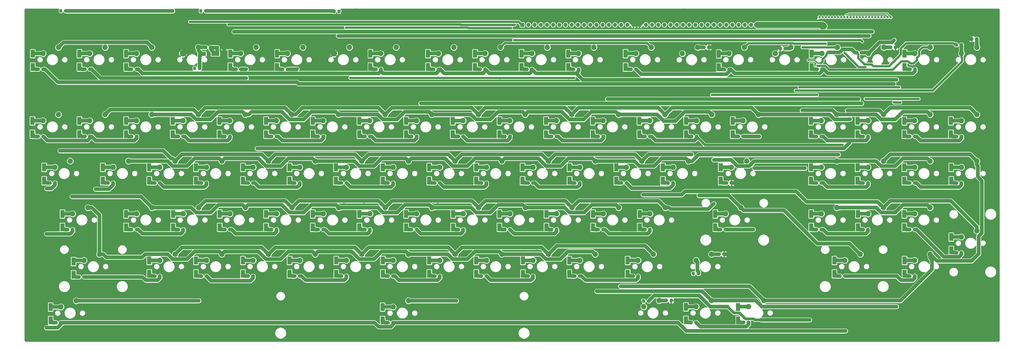
<source format=gbr>
G04 #@! TF.GenerationSoftware,KiCad,Pcbnew,(5.1.2)-1*
G04 #@! TF.CreationDate,2020-04-18T22:46:51-04:00*
G04 #@! TF.ProjectId,C128A,43313238-412e-46b6-9963-61645f706362,rev?*
G04 #@! TF.SameCoordinates,Original*
G04 #@! TF.FileFunction,Copper,L2,Bot*
G04 #@! TF.FilePolarity,Positive*
%FSLAX46Y46*%
G04 Gerber Fmt 4.6, Leading zero omitted, Abs format (unit mm)*
G04 Created by KiCad (PCBNEW (5.1.2)-1) date 2020-04-18 22:46:51*
%MOMM*%
%LPD*%
G04 APERTURE LIST*
%ADD10R,1.000000X1.000000*%
%ADD11O,1.000000X1.000000*%
%ADD12C,2.200000*%
%ADD13R,1.700000X3.300000*%
%ADD14C,0.100000*%
%ADD15C,1.150000*%
%ADD16C,1.350000*%
%ADD17R,3.300000X1.700000*%
%ADD18R,1.700000X1.700000*%
%ADD19O,1.700000X1.700000*%
%ADD20C,3.200000*%
%ADD21C,0.350000*%
%ADD22C,0.800000*%
%ADD23C,0.250000*%
%ADD24C,0.400000*%
%ADD25C,1.500000*%
%ADD26C,2.500000*%
%ADD27C,1.000000*%
%ADD28C,1.140000*%
%ADD29C,0.920000*%
%ADD30C,0.534000*%
%ADD31C,0.254000*%
G04 APERTURE END LIST*
D10*
X389255000Y-207010000D03*
D11*
X390525000Y-207010000D03*
X391795000Y-207010000D03*
X393065000Y-207010000D03*
X394335000Y-207010000D03*
X395605000Y-207010000D03*
X396875000Y-207010000D03*
X398145000Y-207010000D03*
X399415000Y-207010000D03*
X400685000Y-207010000D03*
X401955000Y-207010000D03*
X403225000Y-207010000D03*
X404495000Y-207010000D03*
X405765000Y-207010000D03*
X407035000Y-207010000D03*
X408305000Y-207010000D03*
X409575000Y-207010000D03*
X410845000Y-207010000D03*
X412115000Y-207010000D03*
X413385000Y-207010000D03*
X414655000Y-207010000D03*
X415925000Y-207010000D03*
X417195000Y-207010000D03*
X418465000Y-207010000D03*
X419735000Y-207010000D03*
D12*
X360616500Y-266319000D03*
X354266500Y-268859000D03*
X436054500Y-219465000D03*
X429704500Y-222005000D03*
X397827500Y-219465000D03*
X391477500Y-222005000D03*
X359638600Y-219465000D03*
X353288600Y-222005000D03*
X321373500Y-219465000D03*
X315023500Y-222005000D03*
X367665000Y-323786500D03*
X361315000Y-326326500D03*
X365442500Y-247142000D03*
X359092500Y-249682000D03*
X346265500Y-247142000D03*
X339915500Y-249682000D03*
X336677000Y-266319000D03*
X330327000Y-268859000D03*
X320802000Y-288036000D03*
X327152000Y-285496000D03*
X298323000Y-304673000D03*
X291973000Y-307213000D03*
X307975000Y-285496000D03*
X301625000Y-288036000D03*
X317500000Y-266319000D03*
X311150000Y-268859000D03*
X327088500Y-247142000D03*
X320738500Y-249682000D03*
X301561500Y-249682000D03*
X307911500Y-247142000D03*
X291973000Y-268859000D03*
X298323000Y-266319000D03*
X288798000Y-285496000D03*
X282448000Y-288036000D03*
X279146000Y-304673000D03*
X272796000Y-307213000D03*
X253619000Y-307213000D03*
X259969000Y-304673000D03*
X263271000Y-288036000D03*
X269621000Y-285496000D03*
X272796000Y-268859000D03*
X279146000Y-266319000D03*
X282384500Y-249682000D03*
X288734500Y-247142000D03*
X269557500Y-247142000D03*
X263207500Y-249682000D03*
X259969000Y-266319000D03*
X253619000Y-268859000D03*
X244094000Y-288036000D03*
X250444000Y-285496000D03*
X234442000Y-307213000D03*
X240792000Y-304673000D03*
X221615000Y-304673000D03*
X215265000Y-307213000D03*
X231267000Y-285496000D03*
X224917000Y-288036000D03*
X240792000Y-266319000D03*
X234442000Y-268859000D03*
X250380500Y-247142000D03*
X244030500Y-249682000D03*
X224853500Y-249682000D03*
X231203500Y-247142000D03*
X215265000Y-268859000D03*
X221615000Y-266319000D03*
X212090000Y-285496000D03*
X205740000Y-288036000D03*
X202438000Y-304673000D03*
X196088000Y-307213000D03*
X176911000Y-307213000D03*
X183261000Y-304673000D03*
X186563000Y-288036000D03*
X192913000Y-285496000D03*
X196088000Y-268859000D03*
X202438000Y-266319000D03*
X205676500Y-249682000D03*
X212026500Y-247142000D03*
X192849500Y-247142000D03*
X186499500Y-249682000D03*
X183261000Y-266319000D03*
X176911000Y-268859000D03*
X167386000Y-288036000D03*
X173736000Y-285496000D03*
X157734000Y-307213000D03*
X164084000Y-304673000D03*
X144907000Y-304673000D03*
X138557000Y-307213000D03*
X154559000Y-285496000D03*
X148209000Y-288036000D03*
X164084000Y-266319000D03*
X157734000Y-268859000D03*
X173672500Y-247142000D03*
X167322500Y-249682000D03*
X148145500Y-249682000D03*
X154495500Y-247142000D03*
X138557000Y-268859000D03*
X144907000Y-266319000D03*
X135382000Y-285496000D03*
X129032000Y-288036000D03*
X125730000Y-304673000D03*
X119380000Y-307213000D03*
X109855000Y-288036000D03*
X116205000Y-285496000D03*
X119380000Y-268859000D03*
X125730000Y-266319000D03*
X128968500Y-249682000D03*
X135318500Y-247142000D03*
X109791500Y-249682000D03*
X116141500Y-247142000D03*
X100203000Y-268859000D03*
X106553000Y-266319000D03*
X221615000Y-323850000D03*
X215265000Y-326390000D03*
X76263500Y-268859000D03*
X82613500Y-266319000D03*
X71437500Y-249682000D03*
X77787500Y-247142000D03*
X90614500Y-249682000D03*
X96964500Y-247142000D03*
X96964500Y-219465000D03*
X90614500Y-222005000D03*
X397619500Y-247142000D03*
X391269500Y-249682000D03*
X391269500Y-268859000D03*
X397619500Y-266319000D03*
X410446500Y-288036000D03*
X416796500Y-285496000D03*
X397619500Y-285496000D03*
X391269500Y-288036000D03*
X410446500Y-268859000D03*
X416796500Y-266319000D03*
X416796500Y-247142000D03*
X410446500Y-249682000D03*
X159016700Y-219465000D03*
X152666700Y-222005000D03*
X171843700Y-222005000D03*
X178193700Y-219465000D03*
X429623500Y-249682000D03*
X435973500Y-247142000D03*
X435973500Y-266319000D03*
X429623500Y-268859000D03*
X455150500Y-295021000D03*
X448800500Y-297561000D03*
X435973500Y-285496000D03*
X429623500Y-288036000D03*
X455150500Y-266319000D03*
X448800500Y-268859000D03*
X448800500Y-249682000D03*
X455150500Y-247142000D03*
X71437500Y-222005000D03*
X77787500Y-219465000D03*
X233916500Y-222005000D03*
X240266500Y-219465000D03*
X297797500Y-219465000D03*
X291447500Y-222005000D03*
X278638000Y-219456000D03*
X272288000Y-221996000D03*
X259443500Y-219465000D03*
X253093500Y-222005000D03*
X210197700Y-222005000D03*
X216547700Y-219465000D03*
X429623500Y-307213000D03*
X435973500Y-304673000D03*
X116141500Y-219465000D03*
X109791500Y-222005000D03*
X407271500Y-304673000D03*
X400921500Y-307213000D03*
D13*
X354838000Y-249726000D03*
X354838000Y-255226000D03*
X347662500Y-288080000D03*
X347662500Y-293580000D03*
X425450000Y-227540000D03*
X425450000Y-222040000D03*
X310769000Y-227540000D03*
X310769000Y-222040000D03*
X349097600Y-227667000D03*
X349097600Y-222167000D03*
X387223000Y-222040000D03*
X387223000Y-227540000D03*
X335597500Y-331870500D03*
X335597500Y-326370500D03*
X349885000Y-274403000D03*
X349885000Y-268903000D03*
X124714000Y-255226000D03*
X124714000Y-249726000D03*
X115062000Y-274403000D03*
X115062000Y-268903000D03*
X105537000Y-288080000D03*
X105537000Y-293580000D03*
X143891000Y-255226000D03*
X143891000Y-249726000D03*
X115062000Y-307257000D03*
X115062000Y-312757000D03*
X124841000Y-288080000D03*
X124841000Y-293580000D03*
X134239000Y-268903000D03*
X134239000Y-274403000D03*
X83947000Y-313138000D03*
X83947000Y-307638000D03*
X163068000Y-249726000D03*
X163068000Y-255226000D03*
X153543000Y-268903000D03*
X153543000Y-274403000D03*
X144018000Y-293580000D03*
X144018000Y-288080000D03*
X182245000Y-249726000D03*
X182245000Y-255226000D03*
X153543000Y-312757000D03*
X153543000Y-307257000D03*
X163068000Y-293580000D03*
X163068000Y-288080000D03*
X172720000Y-274403000D03*
X172720000Y-268903000D03*
X134239000Y-307257000D03*
X134239000Y-312757000D03*
X201422000Y-255226000D03*
X201422000Y-249726000D03*
X191770000Y-274403000D03*
X191770000Y-268903000D03*
X182245000Y-288080000D03*
X182245000Y-293580000D03*
X220599000Y-255226000D03*
X220599000Y-249726000D03*
X191897000Y-307257000D03*
X191897000Y-312757000D03*
X201422000Y-288080000D03*
X201422000Y-293580000D03*
X211074000Y-268903000D03*
X211074000Y-274403000D03*
X172720000Y-307257000D03*
X172720000Y-312757000D03*
X239776000Y-249726000D03*
X239776000Y-255226000D03*
X230124000Y-268903000D03*
X230124000Y-274403000D03*
X220599000Y-293580000D03*
X220599000Y-288080000D03*
X258953000Y-249726000D03*
X258953000Y-255226000D03*
X230124000Y-312757000D03*
X230124000Y-307257000D03*
X239903000Y-293580000D03*
X239903000Y-288080000D03*
X249428000Y-274403000D03*
X249428000Y-268903000D03*
X211074000Y-312757000D03*
X211074000Y-307257000D03*
X278130000Y-255226000D03*
X278130000Y-249726000D03*
X268478000Y-274403000D03*
X268478000Y-268903000D03*
X258953000Y-288080000D03*
X258953000Y-293580000D03*
X297307000Y-249726000D03*
X297307000Y-255226000D03*
X268605000Y-307257000D03*
X268605000Y-312757000D03*
X278257000Y-288080000D03*
X278257000Y-293580000D03*
X287782000Y-268903000D03*
X287782000Y-274403000D03*
X249428000Y-307257000D03*
X249428000Y-312757000D03*
X316484000Y-249726000D03*
X316484000Y-255226000D03*
X306959000Y-268903000D03*
X306959000Y-274403000D03*
X297434000Y-293580000D03*
X297434000Y-288080000D03*
X335661000Y-255226000D03*
X335661000Y-249726000D03*
X311658000Y-312757000D03*
X311658000Y-307257000D03*
X316611000Y-293580000D03*
X316611000Y-288080000D03*
X326136000Y-274403000D03*
X326136000Y-268903000D03*
X287655000Y-312757000D03*
X287655000Y-307257000D03*
X86360000Y-255226000D03*
X86360000Y-249726000D03*
X67056000Y-249726000D03*
X67056000Y-255226000D03*
X71882000Y-268903000D03*
X71882000Y-274403000D03*
X105537000Y-249726000D03*
X105537000Y-255226000D03*
X210947000Y-331934000D03*
X210947000Y-326434000D03*
X74549000Y-331934000D03*
X74549000Y-326434000D03*
X96012000Y-268903000D03*
X96012000Y-274403000D03*
X79375000Y-288080000D03*
X79375000Y-293580000D03*
X148412200Y-222040000D03*
X148412200Y-227540000D03*
X406146000Y-249726000D03*
X406146000Y-255226000D03*
X406146000Y-274403000D03*
X406146000Y-268903000D03*
X86360000Y-227540000D03*
X86360000Y-222040000D03*
X406273000Y-293580000D03*
X406273000Y-288080000D03*
X386969000Y-268903000D03*
X386969000Y-274403000D03*
X386969000Y-255226000D03*
X386969000Y-249726000D03*
X387096000Y-293580000D03*
X387096000Y-288080000D03*
X67183000Y-227540000D03*
X67183000Y-222040000D03*
X444500000Y-255226000D03*
X444500000Y-249726000D03*
X444627000Y-268903000D03*
X444627000Y-274403000D03*
X167589200Y-227540000D03*
X167589200Y-222040000D03*
X444627000Y-297605000D03*
X444627000Y-303105000D03*
X425323000Y-274403000D03*
X425323000Y-268903000D03*
X425323000Y-249726000D03*
X425323000Y-255226000D03*
X425323000Y-288080000D03*
X425323000Y-293580000D03*
X105537000Y-222040000D03*
X105537000Y-227540000D03*
X396621000Y-307257000D03*
X396621000Y-312757000D03*
X425450000Y-312757000D03*
X425450000Y-307257000D03*
X229616000Y-222040000D03*
X229616000Y-227540000D03*
X248920000Y-227540000D03*
X248920000Y-222040000D03*
X268033500Y-222040000D03*
X268033500Y-227540000D03*
X287274000Y-227540000D03*
X287274000Y-222040000D03*
X205943200Y-227540000D03*
X205943200Y-222040000D03*
D14*
G36*
X357464505Y-255460204D02*
G01*
X357488773Y-255463804D01*
X357512572Y-255469765D01*
X357535671Y-255478030D01*
X357557850Y-255488520D01*
X357578893Y-255501132D01*
X357598599Y-255515747D01*
X357616777Y-255532223D01*
X357633253Y-255550401D01*
X357647868Y-255570107D01*
X357660480Y-255591150D01*
X357670970Y-255613329D01*
X357679235Y-255636428D01*
X357685196Y-255660227D01*
X357688796Y-255684495D01*
X357690000Y-255708999D01*
X357690000Y-256609001D01*
X357688796Y-256633505D01*
X357685196Y-256657773D01*
X357679235Y-256681572D01*
X357670970Y-256704671D01*
X357660480Y-256726850D01*
X357647868Y-256747893D01*
X357633253Y-256767599D01*
X357616777Y-256785777D01*
X357598599Y-256802253D01*
X357578893Y-256816868D01*
X357557850Y-256829480D01*
X357535671Y-256839970D01*
X357512572Y-256848235D01*
X357488773Y-256854196D01*
X357464505Y-256857796D01*
X357440001Y-256859000D01*
X356789999Y-256859000D01*
X356765495Y-256857796D01*
X356741227Y-256854196D01*
X356717428Y-256848235D01*
X356694329Y-256839970D01*
X356672150Y-256829480D01*
X356651107Y-256816868D01*
X356631401Y-256802253D01*
X356613223Y-256785777D01*
X356596747Y-256767599D01*
X356582132Y-256747893D01*
X356569520Y-256726850D01*
X356559030Y-256704671D01*
X356550765Y-256681572D01*
X356544804Y-256657773D01*
X356541204Y-256633505D01*
X356540000Y-256609001D01*
X356540000Y-255708999D01*
X356541204Y-255684495D01*
X356544804Y-255660227D01*
X356550765Y-255636428D01*
X356559030Y-255613329D01*
X356569520Y-255591150D01*
X356582132Y-255570107D01*
X356596747Y-255550401D01*
X356613223Y-255532223D01*
X356631401Y-255515747D01*
X356651107Y-255501132D01*
X356672150Y-255488520D01*
X356694329Y-255478030D01*
X356717428Y-255469765D01*
X356741227Y-255463804D01*
X356765495Y-255460204D01*
X356789999Y-255459000D01*
X357440001Y-255459000D01*
X357464505Y-255460204D01*
X357464505Y-255460204D01*
G37*
D15*
X357115000Y-256159000D03*
D14*
G36*
X359514505Y-255460204D02*
G01*
X359538773Y-255463804D01*
X359562572Y-255469765D01*
X359585671Y-255478030D01*
X359607850Y-255488520D01*
X359628893Y-255501132D01*
X359648599Y-255515747D01*
X359666777Y-255532223D01*
X359683253Y-255550401D01*
X359697868Y-255570107D01*
X359710480Y-255591150D01*
X359720970Y-255613329D01*
X359729235Y-255636428D01*
X359735196Y-255660227D01*
X359738796Y-255684495D01*
X359740000Y-255708999D01*
X359740000Y-256609001D01*
X359738796Y-256633505D01*
X359735196Y-256657773D01*
X359729235Y-256681572D01*
X359720970Y-256704671D01*
X359710480Y-256726850D01*
X359697868Y-256747893D01*
X359683253Y-256767599D01*
X359666777Y-256785777D01*
X359648599Y-256802253D01*
X359628893Y-256816868D01*
X359607850Y-256829480D01*
X359585671Y-256839970D01*
X359562572Y-256848235D01*
X359538773Y-256854196D01*
X359514505Y-256857796D01*
X359490001Y-256859000D01*
X358839999Y-256859000D01*
X358815495Y-256857796D01*
X358791227Y-256854196D01*
X358767428Y-256848235D01*
X358744329Y-256839970D01*
X358722150Y-256829480D01*
X358701107Y-256816868D01*
X358681401Y-256802253D01*
X358663223Y-256785777D01*
X358646747Y-256767599D01*
X358632132Y-256747893D01*
X358619520Y-256726850D01*
X358609030Y-256704671D01*
X358600765Y-256681572D01*
X358594804Y-256657773D01*
X358591204Y-256633505D01*
X358590000Y-256609001D01*
X358590000Y-255708999D01*
X358591204Y-255684495D01*
X358594804Y-255660227D01*
X358600765Y-255636428D01*
X358609030Y-255613329D01*
X358619520Y-255591150D01*
X358632132Y-255570107D01*
X358646747Y-255550401D01*
X358663223Y-255532223D01*
X358681401Y-255515747D01*
X358701107Y-255501132D01*
X358722150Y-255488520D01*
X358744329Y-255478030D01*
X358767428Y-255469765D01*
X358791227Y-255463804D01*
X358815495Y-255460204D01*
X358839999Y-255459000D01*
X359490001Y-255459000D01*
X359514505Y-255460204D01*
X359514505Y-255460204D01*
G37*
D15*
X359165000Y-256159000D03*
D14*
G36*
X352212005Y-293814204D02*
G01*
X352236273Y-293817804D01*
X352260072Y-293823765D01*
X352283171Y-293832030D01*
X352305350Y-293842520D01*
X352326393Y-293855132D01*
X352346099Y-293869747D01*
X352364277Y-293886223D01*
X352380753Y-293904401D01*
X352395368Y-293924107D01*
X352407980Y-293945150D01*
X352418470Y-293967329D01*
X352426735Y-293990428D01*
X352432696Y-294014227D01*
X352436296Y-294038495D01*
X352437500Y-294062999D01*
X352437500Y-294963001D01*
X352436296Y-294987505D01*
X352432696Y-295011773D01*
X352426735Y-295035572D01*
X352418470Y-295058671D01*
X352407980Y-295080850D01*
X352395368Y-295101893D01*
X352380753Y-295121599D01*
X352364277Y-295139777D01*
X352346099Y-295156253D01*
X352326393Y-295170868D01*
X352305350Y-295183480D01*
X352283171Y-295193970D01*
X352260072Y-295202235D01*
X352236273Y-295208196D01*
X352212005Y-295211796D01*
X352187501Y-295213000D01*
X351537499Y-295213000D01*
X351512995Y-295211796D01*
X351488727Y-295208196D01*
X351464928Y-295202235D01*
X351441829Y-295193970D01*
X351419650Y-295183480D01*
X351398607Y-295170868D01*
X351378901Y-295156253D01*
X351360723Y-295139777D01*
X351344247Y-295121599D01*
X351329632Y-295101893D01*
X351317020Y-295080850D01*
X351306530Y-295058671D01*
X351298265Y-295035572D01*
X351292304Y-295011773D01*
X351288704Y-294987505D01*
X351287500Y-294963001D01*
X351287500Y-294062999D01*
X351288704Y-294038495D01*
X351292304Y-294014227D01*
X351298265Y-293990428D01*
X351306530Y-293967329D01*
X351317020Y-293945150D01*
X351329632Y-293924107D01*
X351344247Y-293904401D01*
X351360723Y-293886223D01*
X351378901Y-293869747D01*
X351398607Y-293855132D01*
X351419650Y-293842520D01*
X351441829Y-293832030D01*
X351464928Y-293823765D01*
X351488727Y-293817804D01*
X351512995Y-293814204D01*
X351537499Y-293813000D01*
X352187501Y-293813000D01*
X352212005Y-293814204D01*
X352212005Y-293814204D01*
G37*
D15*
X351862500Y-294513000D03*
D14*
G36*
X350162005Y-293814204D02*
G01*
X350186273Y-293817804D01*
X350210072Y-293823765D01*
X350233171Y-293832030D01*
X350255350Y-293842520D01*
X350276393Y-293855132D01*
X350296099Y-293869747D01*
X350314277Y-293886223D01*
X350330753Y-293904401D01*
X350345368Y-293924107D01*
X350357980Y-293945150D01*
X350368470Y-293967329D01*
X350376735Y-293990428D01*
X350382696Y-294014227D01*
X350386296Y-294038495D01*
X350387500Y-294062999D01*
X350387500Y-294963001D01*
X350386296Y-294987505D01*
X350382696Y-295011773D01*
X350376735Y-295035572D01*
X350368470Y-295058671D01*
X350357980Y-295080850D01*
X350345368Y-295101893D01*
X350330753Y-295121599D01*
X350314277Y-295139777D01*
X350296099Y-295156253D01*
X350276393Y-295170868D01*
X350255350Y-295183480D01*
X350233171Y-295193970D01*
X350210072Y-295202235D01*
X350186273Y-295208196D01*
X350162005Y-295211796D01*
X350137501Y-295213000D01*
X349487499Y-295213000D01*
X349462995Y-295211796D01*
X349438727Y-295208196D01*
X349414928Y-295202235D01*
X349391829Y-295193970D01*
X349369650Y-295183480D01*
X349348607Y-295170868D01*
X349328901Y-295156253D01*
X349310723Y-295139777D01*
X349294247Y-295121599D01*
X349279632Y-295101893D01*
X349267020Y-295080850D01*
X349256530Y-295058671D01*
X349248265Y-295035572D01*
X349242304Y-295011773D01*
X349238704Y-294987505D01*
X349237500Y-294963001D01*
X349237500Y-294062999D01*
X349238704Y-294038495D01*
X349242304Y-294014227D01*
X349248265Y-293990428D01*
X349256530Y-293967329D01*
X349267020Y-293945150D01*
X349279632Y-293924107D01*
X349294247Y-293904401D01*
X349310723Y-293886223D01*
X349328901Y-293869747D01*
X349348607Y-293855132D01*
X349369650Y-293842520D01*
X349391829Y-293832030D01*
X349414928Y-293823765D01*
X349438727Y-293817804D01*
X349462995Y-293814204D01*
X349487499Y-293813000D01*
X350137501Y-293813000D01*
X350162005Y-293814204D01*
X350162005Y-293814204D01*
G37*
D15*
X349812500Y-294513000D03*
D14*
G36*
X359623505Y-332104704D02*
G01*
X359647773Y-332108304D01*
X359671572Y-332114265D01*
X359694671Y-332122530D01*
X359716850Y-332133020D01*
X359737893Y-332145632D01*
X359757599Y-332160247D01*
X359775777Y-332176723D01*
X359792253Y-332194901D01*
X359806868Y-332214607D01*
X359819480Y-332235650D01*
X359829970Y-332257829D01*
X359838235Y-332280928D01*
X359844196Y-332304727D01*
X359847796Y-332328995D01*
X359849000Y-332353499D01*
X359849000Y-333253501D01*
X359847796Y-333278005D01*
X359844196Y-333302273D01*
X359838235Y-333326072D01*
X359829970Y-333349171D01*
X359819480Y-333371350D01*
X359806868Y-333392393D01*
X359792253Y-333412099D01*
X359775777Y-333430277D01*
X359757599Y-333446753D01*
X359737893Y-333461368D01*
X359716850Y-333473980D01*
X359694671Y-333484470D01*
X359671572Y-333492735D01*
X359647773Y-333498696D01*
X359623505Y-333502296D01*
X359599001Y-333503500D01*
X358948999Y-333503500D01*
X358924495Y-333502296D01*
X358900227Y-333498696D01*
X358876428Y-333492735D01*
X358853329Y-333484470D01*
X358831150Y-333473980D01*
X358810107Y-333461368D01*
X358790401Y-333446753D01*
X358772223Y-333430277D01*
X358755747Y-333412099D01*
X358741132Y-333392393D01*
X358728520Y-333371350D01*
X358718030Y-333349171D01*
X358709765Y-333326072D01*
X358703804Y-333302273D01*
X358700204Y-333278005D01*
X358699000Y-333253501D01*
X358699000Y-332353499D01*
X358700204Y-332328995D01*
X358703804Y-332304727D01*
X358709765Y-332280928D01*
X358718030Y-332257829D01*
X358728520Y-332235650D01*
X358741132Y-332214607D01*
X358755747Y-332194901D01*
X358772223Y-332176723D01*
X358790401Y-332160247D01*
X358810107Y-332145632D01*
X358831150Y-332133020D01*
X358853329Y-332122530D01*
X358876428Y-332114265D01*
X358900227Y-332108304D01*
X358924495Y-332104704D01*
X358948999Y-332103500D01*
X359599001Y-332103500D01*
X359623505Y-332104704D01*
X359623505Y-332104704D01*
G37*
D15*
X359274000Y-332803500D03*
D14*
G36*
X361673505Y-332104704D02*
G01*
X361697773Y-332108304D01*
X361721572Y-332114265D01*
X361744671Y-332122530D01*
X361766850Y-332133020D01*
X361787893Y-332145632D01*
X361807599Y-332160247D01*
X361825777Y-332176723D01*
X361842253Y-332194901D01*
X361856868Y-332214607D01*
X361869480Y-332235650D01*
X361879970Y-332257829D01*
X361888235Y-332280928D01*
X361894196Y-332304727D01*
X361897796Y-332328995D01*
X361899000Y-332353499D01*
X361899000Y-333253501D01*
X361897796Y-333278005D01*
X361894196Y-333302273D01*
X361888235Y-333326072D01*
X361879970Y-333349171D01*
X361869480Y-333371350D01*
X361856868Y-333392393D01*
X361842253Y-333412099D01*
X361825777Y-333430277D01*
X361807599Y-333446753D01*
X361787893Y-333461368D01*
X361766850Y-333473980D01*
X361744671Y-333484470D01*
X361721572Y-333492735D01*
X361697773Y-333498696D01*
X361673505Y-333502296D01*
X361649001Y-333503500D01*
X360998999Y-333503500D01*
X360974495Y-333502296D01*
X360950227Y-333498696D01*
X360926428Y-333492735D01*
X360903329Y-333484470D01*
X360881150Y-333473980D01*
X360860107Y-333461368D01*
X360840401Y-333446753D01*
X360822223Y-333430277D01*
X360805747Y-333412099D01*
X360791132Y-333392393D01*
X360778520Y-333371350D01*
X360768030Y-333349171D01*
X360759765Y-333326072D01*
X360753804Y-333302273D01*
X360750204Y-333278005D01*
X360749000Y-333253501D01*
X360749000Y-332353499D01*
X360750204Y-332328995D01*
X360753804Y-332304727D01*
X360759765Y-332280928D01*
X360768030Y-332257829D01*
X360778520Y-332235650D01*
X360791132Y-332214607D01*
X360805747Y-332194901D01*
X360822223Y-332176723D01*
X360840401Y-332160247D01*
X360860107Y-332145632D01*
X360881150Y-332133020D01*
X360903329Y-332122530D01*
X360926428Y-332114265D01*
X360950227Y-332108304D01*
X360974495Y-332104704D01*
X360998999Y-332103500D01*
X361649001Y-332103500D01*
X361673505Y-332104704D01*
X361673505Y-332104704D01*
G37*
D15*
X361324000Y-332803500D03*
D14*
G36*
X428076505Y-227774204D02*
G01*
X428100773Y-227777804D01*
X428124572Y-227783765D01*
X428147671Y-227792030D01*
X428169850Y-227802520D01*
X428190893Y-227815132D01*
X428210599Y-227829747D01*
X428228777Y-227846223D01*
X428245253Y-227864401D01*
X428259868Y-227884107D01*
X428272480Y-227905150D01*
X428282970Y-227927329D01*
X428291235Y-227950428D01*
X428297196Y-227974227D01*
X428300796Y-227998495D01*
X428302000Y-228022999D01*
X428302000Y-228923001D01*
X428300796Y-228947505D01*
X428297196Y-228971773D01*
X428291235Y-228995572D01*
X428282970Y-229018671D01*
X428272480Y-229040850D01*
X428259868Y-229061893D01*
X428245253Y-229081599D01*
X428228777Y-229099777D01*
X428210599Y-229116253D01*
X428190893Y-229130868D01*
X428169850Y-229143480D01*
X428147671Y-229153970D01*
X428124572Y-229162235D01*
X428100773Y-229168196D01*
X428076505Y-229171796D01*
X428052001Y-229173000D01*
X427401999Y-229173000D01*
X427377495Y-229171796D01*
X427353227Y-229168196D01*
X427329428Y-229162235D01*
X427306329Y-229153970D01*
X427284150Y-229143480D01*
X427263107Y-229130868D01*
X427243401Y-229116253D01*
X427225223Y-229099777D01*
X427208747Y-229081599D01*
X427194132Y-229061893D01*
X427181520Y-229040850D01*
X427171030Y-229018671D01*
X427162765Y-228995572D01*
X427156804Y-228971773D01*
X427153204Y-228947505D01*
X427152000Y-228923001D01*
X427152000Y-228022999D01*
X427153204Y-227998495D01*
X427156804Y-227974227D01*
X427162765Y-227950428D01*
X427171030Y-227927329D01*
X427181520Y-227905150D01*
X427194132Y-227884107D01*
X427208747Y-227864401D01*
X427225223Y-227846223D01*
X427243401Y-227829747D01*
X427263107Y-227815132D01*
X427284150Y-227802520D01*
X427306329Y-227792030D01*
X427329428Y-227783765D01*
X427353227Y-227777804D01*
X427377495Y-227774204D01*
X427401999Y-227773000D01*
X428052001Y-227773000D01*
X428076505Y-227774204D01*
X428076505Y-227774204D01*
G37*
D15*
X427727000Y-228473000D03*
D14*
G36*
X430126505Y-227774204D02*
G01*
X430150773Y-227777804D01*
X430174572Y-227783765D01*
X430197671Y-227792030D01*
X430219850Y-227802520D01*
X430240893Y-227815132D01*
X430260599Y-227829747D01*
X430278777Y-227846223D01*
X430295253Y-227864401D01*
X430309868Y-227884107D01*
X430322480Y-227905150D01*
X430332970Y-227927329D01*
X430341235Y-227950428D01*
X430347196Y-227974227D01*
X430350796Y-227998495D01*
X430352000Y-228022999D01*
X430352000Y-228923001D01*
X430350796Y-228947505D01*
X430347196Y-228971773D01*
X430341235Y-228995572D01*
X430332970Y-229018671D01*
X430322480Y-229040850D01*
X430309868Y-229061893D01*
X430295253Y-229081599D01*
X430278777Y-229099777D01*
X430260599Y-229116253D01*
X430240893Y-229130868D01*
X430219850Y-229143480D01*
X430197671Y-229153970D01*
X430174572Y-229162235D01*
X430150773Y-229168196D01*
X430126505Y-229171796D01*
X430102001Y-229173000D01*
X429451999Y-229173000D01*
X429427495Y-229171796D01*
X429403227Y-229168196D01*
X429379428Y-229162235D01*
X429356329Y-229153970D01*
X429334150Y-229143480D01*
X429313107Y-229130868D01*
X429293401Y-229116253D01*
X429275223Y-229099777D01*
X429258747Y-229081599D01*
X429244132Y-229061893D01*
X429231520Y-229040850D01*
X429221030Y-229018671D01*
X429212765Y-228995572D01*
X429206804Y-228971773D01*
X429203204Y-228947505D01*
X429202000Y-228923001D01*
X429202000Y-228022999D01*
X429203204Y-227998495D01*
X429206804Y-227974227D01*
X429212765Y-227950428D01*
X429221030Y-227927329D01*
X429231520Y-227905150D01*
X429244132Y-227884107D01*
X429258747Y-227864401D01*
X429275223Y-227846223D01*
X429293401Y-227829747D01*
X429313107Y-227815132D01*
X429334150Y-227802520D01*
X429356329Y-227792030D01*
X429379428Y-227783765D01*
X429403227Y-227777804D01*
X429427495Y-227774204D01*
X429451999Y-227773000D01*
X430102001Y-227773000D01*
X430126505Y-227774204D01*
X430126505Y-227774204D01*
G37*
D15*
X429777000Y-228473000D03*
D14*
G36*
X313395505Y-227774204D02*
G01*
X313419773Y-227777804D01*
X313443572Y-227783765D01*
X313466671Y-227792030D01*
X313488850Y-227802520D01*
X313509893Y-227815132D01*
X313529599Y-227829747D01*
X313547777Y-227846223D01*
X313564253Y-227864401D01*
X313578868Y-227884107D01*
X313591480Y-227905150D01*
X313601970Y-227927329D01*
X313610235Y-227950428D01*
X313616196Y-227974227D01*
X313619796Y-227998495D01*
X313621000Y-228022999D01*
X313621000Y-228923001D01*
X313619796Y-228947505D01*
X313616196Y-228971773D01*
X313610235Y-228995572D01*
X313601970Y-229018671D01*
X313591480Y-229040850D01*
X313578868Y-229061893D01*
X313564253Y-229081599D01*
X313547777Y-229099777D01*
X313529599Y-229116253D01*
X313509893Y-229130868D01*
X313488850Y-229143480D01*
X313466671Y-229153970D01*
X313443572Y-229162235D01*
X313419773Y-229168196D01*
X313395505Y-229171796D01*
X313371001Y-229173000D01*
X312720999Y-229173000D01*
X312696495Y-229171796D01*
X312672227Y-229168196D01*
X312648428Y-229162235D01*
X312625329Y-229153970D01*
X312603150Y-229143480D01*
X312582107Y-229130868D01*
X312562401Y-229116253D01*
X312544223Y-229099777D01*
X312527747Y-229081599D01*
X312513132Y-229061893D01*
X312500520Y-229040850D01*
X312490030Y-229018671D01*
X312481765Y-228995572D01*
X312475804Y-228971773D01*
X312472204Y-228947505D01*
X312471000Y-228923001D01*
X312471000Y-228022999D01*
X312472204Y-227998495D01*
X312475804Y-227974227D01*
X312481765Y-227950428D01*
X312490030Y-227927329D01*
X312500520Y-227905150D01*
X312513132Y-227884107D01*
X312527747Y-227864401D01*
X312544223Y-227846223D01*
X312562401Y-227829747D01*
X312582107Y-227815132D01*
X312603150Y-227802520D01*
X312625329Y-227792030D01*
X312648428Y-227783765D01*
X312672227Y-227777804D01*
X312696495Y-227774204D01*
X312720999Y-227773000D01*
X313371001Y-227773000D01*
X313395505Y-227774204D01*
X313395505Y-227774204D01*
G37*
D15*
X313046000Y-228473000D03*
D14*
G36*
X315445505Y-227774204D02*
G01*
X315469773Y-227777804D01*
X315493572Y-227783765D01*
X315516671Y-227792030D01*
X315538850Y-227802520D01*
X315559893Y-227815132D01*
X315579599Y-227829747D01*
X315597777Y-227846223D01*
X315614253Y-227864401D01*
X315628868Y-227884107D01*
X315641480Y-227905150D01*
X315651970Y-227927329D01*
X315660235Y-227950428D01*
X315666196Y-227974227D01*
X315669796Y-227998495D01*
X315671000Y-228022999D01*
X315671000Y-228923001D01*
X315669796Y-228947505D01*
X315666196Y-228971773D01*
X315660235Y-228995572D01*
X315651970Y-229018671D01*
X315641480Y-229040850D01*
X315628868Y-229061893D01*
X315614253Y-229081599D01*
X315597777Y-229099777D01*
X315579599Y-229116253D01*
X315559893Y-229130868D01*
X315538850Y-229143480D01*
X315516671Y-229153970D01*
X315493572Y-229162235D01*
X315469773Y-229168196D01*
X315445505Y-229171796D01*
X315421001Y-229173000D01*
X314770999Y-229173000D01*
X314746495Y-229171796D01*
X314722227Y-229168196D01*
X314698428Y-229162235D01*
X314675329Y-229153970D01*
X314653150Y-229143480D01*
X314632107Y-229130868D01*
X314612401Y-229116253D01*
X314594223Y-229099777D01*
X314577747Y-229081599D01*
X314563132Y-229061893D01*
X314550520Y-229040850D01*
X314540030Y-229018671D01*
X314531765Y-228995572D01*
X314525804Y-228971773D01*
X314522204Y-228947505D01*
X314521000Y-228923001D01*
X314521000Y-228022999D01*
X314522204Y-227998495D01*
X314525804Y-227974227D01*
X314531765Y-227950428D01*
X314540030Y-227927329D01*
X314550520Y-227905150D01*
X314563132Y-227884107D01*
X314577747Y-227864401D01*
X314594223Y-227846223D01*
X314612401Y-227829747D01*
X314632107Y-227815132D01*
X314653150Y-227802520D01*
X314675329Y-227792030D01*
X314698428Y-227783765D01*
X314722227Y-227777804D01*
X314746495Y-227774204D01*
X314770999Y-227773000D01*
X315421001Y-227773000D01*
X315445505Y-227774204D01*
X315445505Y-227774204D01*
G37*
D15*
X315096000Y-228473000D03*
D14*
G36*
X353774105Y-227901204D02*
G01*
X353798373Y-227904804D01*
X353822172Y-227910765D01*
X353845271Y-227919030D01*
X353867450Y-227929520D01*
X353888493Y-227942132D01*
X353908199Y-227956747D01*
X353926377Y-227973223D01*
X353942853Y-227991401D01*
X353957468Y-228011107D01*
X353970080Y-228032150D01*
X353980570Y-228054329D01*
X353988835Y-228077428D01*
X353994796Y-228101227D01*
X353998396Y-228125495D01*
X353999600Y-228149999D01*
X353999600Y-229050001D01*
X353998396Y-229074505D01*
X353994796Y-229098773D01*
X353988835Y-229122572D01*
X353980570Y-229145671D01*
X353970080Y-229167850D01*
X353957468Y-229188893D01*
X353942853Y-229208599D01*
X353926377Y-229226777D01*
X353908199Y-229243253D01*
X353888493Y-229257868D01*
X353867450Y-229270480D01*
X353845271Y-229280970D01*
X353822172Y-229289235D01*
X353798373Y-229295196D01*
X353774105Y-229298796D01*
X353749601Y-229300000D01*
X353099599Y-229300000D01*
X353075095Y-229298796D01*
X353050827Y-229295196D01*
X353027028Y-229289235D01*
X353003929Y-229280970D01*
X352981750Y-229270480D01*
X352960707Y-229257868D01*
X352941001Y-229243253D01*
X352922823Y-229226777D01*
X352906347Y-229208599D01*
X352891732Y-229188893D01*
X352879120Y-229167850D01*
X352868630Y-229145671D01*
X352860365Y-229122572D01*
X352854404Y-229098773D01*
X352850804Y-229074505D01*
X352849600Y-229050001D01*
X352849600Y-228149999D01*
X352850804Y-228125495D01*
X352854404Y-228101227D01*
X352860365Y-228077428D01*
X352868630Y-228054329D01*
X352879120Y-228032150D01*
X352891732Y-228011107D01*
X352906347Y-227991401D01*
X352922823Y-227973223D01*
X352941001Y-227956747D01*
X352960707Y-227942132D01*
X352981750Y-227929520D01*
X353003929Y-227919030D01*
X353027028Y-227910765D01*
X353050827Y-227904804D01*
X353075095Y-227901204D01*
X353099599Y-227900000D01*
X353749601Y-227900000D01*
X353774105Y-227901204D01*
X353774105Y-227901204D01*
G37*
D15*
X353424600Y-228600000D03*
D14*
G36*
X351724105Y-227901204D02*
G01*
X351748373Y-227904804D01*
X351772172Y-227910765D01*
X351795271Y-227919030D01*
X351817450Y-227929520D01*
X351838493Y-227942132D01*
X351858199Y-227956747D01*
X351876377Y-227973223D01*
X351892853Y-227991401D01*
X351907468Y-228011107D01*
X351920080Y-228032150D01*
X351930570Y-228054329D01*
X351938835Y-228077428D01*
X351944796Y-228101227D01*
X351948396Y-228125495D01*
X351949600Y-228149999D01*
X351949600Y-229050001D01*
X351948396Y-229074505D01*
X351944796Y-229098773D01*
X351938835Y-229122572D01*
X351930570Y-229145671D01*
X351920080Y-229167850D01*
X351907468Y-229188893D01*
X351892853Y-229208599D01*
X351876377Y-229226777D01*
X351858199Y-229243253D01*
X351838493Y-229257868D01*
X351817450Y-229270480D01*
X351795271Y-229280970D01*
X351772172Y-229289235D01*
X351748373Y-229295196D01*
X351724105Y-229298796D01*
X351699601Y-229300000D01*
X351049599Y-229300000D01*
X351025095Y-229298796D01*
X351000827Y-229295196D01*
X350977028Y-229289235D01*
X350953929Y-229280970D01*
X350931750Y-229270480D01*
X350910707Y-229257868D01*
X350891001Y-229243253D01*
X350872823Y-229226777D01*
X350856347Y-229208599D01*
X350841732Y-229188893D01*
X350829120Y-229167850D01*
X350818630Y-229145671D01*
X350810365Y-229122572D01*
X350804404Y-229098773D01*
X350800804Y-229074505D01*
X350799600Y-229050001D01*
X350799600Y-228149999D01*
X350800804Y-228125495D01*
X350804404Y-228101227D01*
X350810365Y-228077428D01*
X350818630Y-228054329D01*
X350829120Y-228032150D01*
X350841732Y-228011107D01*
X350856347Y-227991401D01*
X350872823Y-227973223D01*
X350891001Y-227956747D01*
X350910707Y-227942132D01*
X350931750Y-227929520D01*
X350953929Y-227919030D01*
X350977028Y-227910765D01*
X351000827Y-227904804D01*
X351025095Y-227901204D01*
X351049599Y-227900000D01*
X351699601Y-227900000D01*
X351724105Y-227901204D01*
X351724105Y-227901204D01*
G37*
D15*
X351374600Y-228600000D03*
D14*
G36*
X391899505Y-227774204D02*
G01*
X391923773Y-227777804D01*
X391947572Y-227783765D01*
X391970671Y-227792030D01*
X391992850Y-227802520D01*
X392013893Y-227815132D01*
X392033599Y-227829747D01*
X392051777Y-227846223D01*
X392068253Y-227864401D01*
X392082868Y-227884107D01*
X392095480Y-227905150D01*
X392105970Y-227927329D01*
X392114235Y-227950428D01*
X392120196Y-227974227D01*
X392123796Y-227998495D01*
X392125000Y-228022999D01*
X392125000Y-228923001D01*
X392123796Y-228947505D01*
X392120196Y-228971773D01*
X392114235Y-228995572D01*
X392105970Y-229018671D01*
X392095480Y-229040850D01*
X392082868Y-229061893D01*
X392068253Y-229081599D01*
X392051777Y-229099777D01*
X392033599Y-229116253D01*
X392013893Y-229130868D01*
X391992850Y-229143480D01*
X391970671Y-229153970D01*
X391947572Y-229162235D01*
X391923773Y-229168196D01*
X391899505Y-229171796D01*
X391875001Y-229173000D01*
X391224999Y-229173000D01*
X391200495Y-229171796D01*
X391176227Y-229168196D01*
X391152428Y-229162235D01*
X391129329Y-229153970D01*
X391107150Y-229143480D01*
X391086107Y-229130868D01*
X391066401Y-229116253D01*
X391048223Y-229099777D01*
X391031747Y-229081599D01*
X391017132Y-229061893D01*
X391004520Y-229040850D01*
X390994030Y-229018671D01*
X390985765Y-228995572D01*
X390979804Y-228971773D01*
X390976204Y-228947505D01*
X390975000Y-228923001D01*
X390975000Y-228022999D01*
X390976204Y-227998495D01*
X390979804Y-227974227D01*
X390985765Y-227950428D01*
X390994030Y-227927329D01*
X391004520Y-227905150D01*
X391017132Y-227884107D01*
X391031747Y-227864401D01*
X391048223Y-227846223D01*
X391066401Y-227829747D01*
X391086107Y-227815132D01*
X391107150Y-227802520D01*
X391129329Y-227792030D01*
X391152428Y-227783765D01*
X391176227Y-227777804D01*
X391200495Y-227774204D01*
X391224999Y-227773000D01*
X391875001Y-227773000D01*
X391899505Y-227774204D01*
X391899505Y-227774204D01*
G37*
D15*
X391550000Y-228473000D03*
D14*
G36*
X389849505Y-227774204D02*
G01*
X389873773Y-227777804D01*
X389897572Y-227783765D01*
X389920671Y-227792030D01*
X389942850Y-227802520D01*
X389963893Y-227815132D01*
X389983599Y-227829747D01*
X390001777Y-227846223D01*
X390018253Y-227864401D01*
X390032868Y-227884107D01*
X390045480Y-227905150D01*
X390055970Y-227927329D01*
X390064235Y-227950428D01*
X390070196Y-227974227D01*
X390073796Y-227998495D01*
X390075000Y-228022999D01*
X390075000Y-228923001D01*
X390073796Y-228947505D01*
X390070196Y-228971773D01*
X390064235Y-228995572D01*
X390055970Y-229018671D01*
X390045480Y-229040850D01*
X390032868Y-229061893D01*
X390018253Y-229081599D01*
X390001777Y-229099777D01*
X389983599Y-229116253D01*
X389963893Y-229130868D01*
X389942850Y-229143480D01*
X389920671Y-229153970D01*
X389897572Y-229162235D01*
X389873773Y-229168196D01*
X389849505Y-229171796D01*
X389825001Y-229173000D01*
X389174999Y-229173000D01*
X389150495Y-229171796D01*
X389126227Y-229168196D01*
X389102428Y-229162235D01*
X389079329Y-229153970D01*
X389057150Y-229143480D01*
X389036107Y-229130868D01*
X389016401Y-229116253D01*
X388998223Y-229099777D01*
X388981747Y-229081599D01*
X388967132Y-229061893D01*
X388954520Y-229040850D01*
X388944030Y-229018671D01*
X388935765Y-228995572D01*
X388929804Y-228971773D01*
X388926204Y-228947505D01*
X388925000Y-228923001D01*
X388925000Y-228022999D01*
X388926204Y-227998495D01*
X388929804Y-227974227D01*
X388935765Y-227950428D01*
X388944030Y-227927329D01*
X388954520Y-227905150D01*
X388967132Y-227884107D01*
X388981747Y-227864401D01*
X388998223Y-227846223D01*
X389016401Y-227829747D01*
X389036107Y-227815132D01*
X389057150Y-227802520D01*
X389079329Y-227792030D01*
X389102428Y-227783765D01*
X389126227Y-227777804D01*
X389150495Y-227774204D01*
X389174999Y-227773000D01*
X389825001Y-227773000D01*
X389849505Y-227774204D01*
X389849505Y-227774204D01*
G37*
D15*
X389500000Y-228473000D03*
D14*
G36*
X340147005Y-332104704D02*
G01*
X340171273Y-332108304D01*
X340195072Y-332114265D01*
X340218171Y-332122530D01*
X340240350Y-332133020D01*
X340261393Y-332145632D01*
X340281099Y-332160247D01*
X340299277Y-332176723D01*
X340315753Y-332194901D01*
X340330368Y-332214607D01*
X340342980Y-332235650D01*
X340353470Y-332257829D01*
X340361735Y-332280928D01*
X340367696Y-332304727D01*
X340371296Y-332328995D01*
X340372500Y-332353499D01*
X340372500Y-333253501D01*
X340371296Y-333278005D01*
X340367696Y-333302273D01*
X340361735Y-333326072D01*
X340353470Y-333349171D01*
X340342980Y-333371350D01*
X340330368Y-333392393D01*
X340315753Y-333412099D01*
X340299277Y-333430277D01*
X340281099Y-333446753D01*
X340261393Y-333461368D01*
X340240350Y-333473980D01*
X340218171Y-333484470D01*
X340195072Y-333492735D01*
X340171273Y-333498696D01*
X340147005Y-333502296D01*
X340122501Y-333503500D01*
X339472499Y-333503500D01*
X339447995Y-333502296D01*
X339423727Y-333498696D01*
X339399928Y-333492735D01*
X339376829Y-333484470D01*
X339354650Y-333473980D01*
X339333607Y-333461368D01*
X339313901Y-333446753D01*
X339295723Y-333430277D01*
X339279247Y-333412099D01*
X339264632Y-333392393D01*
X339252020Y-333371350D01*
X339241530Y-333349171D01*
X339233265Y-333326072D01*
X339227304Y-333302273D01*
X339223704Y-333278005D01*
X339222500Y-333253501D01*
X339222500Y-332353499D01*
X339223704Y-332328995D01*
X339227304Y-332304727D01*
X339233265Y-332280928D01*
X339241530Y-332257829D01*
X339252020Y-332235650D01*
X339264632Y-332214607D01*
X339279247Y-332194901D01*
X339295723Y-332176723D01*
X339313901Y-332160247D01*
X339333607Y-332145632D01*
X339354650Y-332133020D01*
X339376829Y-332122530D01*
X339399928Y-332114265D01*
X339423727Y-332108304D01*
X339447995Y-332104704D01*
X339472499Y-332103500D01*
X340122501Y-332103500D01*
X340147005Y-332104704D01*
X340147005Y-332104704D01*
G37*
D15*
X339797500Y-332803500D03*
D14*
G36*
X338097005Y-332104704D02*
G01*
X338121273Y-332108304D01*
X338145072Y-332114265D01*
X338168171Y-332122530D01*
X338190350Y-332133020D01*
X338211393Y-332145632D01*
X338231099Y-332160247D01*
X338249277Y-332176723D01*
X338265753Y-332194901D01*
X338280368Y-332214607D01*
X338292980Y-332235650D01*
X338303470Y-332257829D01*
X338311735Y-332280928D01*
X338317696Y-332304727D01*
X338321296Y-332328995D01*
X338322500Y-332353499D01*
X338322500Y-333253501D01*
X338321296Y-333278005D01*
X338317696Y-333302273D01*
X338311735Y-333326072D01*
X338303470Y-333349171D01*
X338292980Y-333371350D01*
X338280368Y-333392393D01*
X338265753Y-333412099D01*
X338249277Y-333430277D01*
X338231099Y-333446753D01*
X338211393Y-333461368D01*
X338190350Y-333473980D01*
X338168171Y-333484470D01*
X338145072Y-333492735D01*
X338121273Y-333498696D01*
X338097005Y-333502296D01*
X338072501Y-333503500D01*
X337422499Y-333503500D01*
X337397995Y-333502296D01*
X337373727Y-333498696D01*
X337349928Y-333492735D01*
X337326829Y-333484470D01*
X337304650Y-333473980D01*
X337283607Y-333461368D01*
X337263901Y-333446753D01*
X337245723Y-333430277D01*
X337229247Y-333412099D01*
X337214632Y-333392393D01*
X337202020Y-333371350D01*
X337191530Y-333349171D01*
X337183265Y-333326072D01*
X337177304Y-333302273D01*
X337173704Y-333278005D01*
X337172500Y-333253501D01*
X337172500Y-332353499D01*
X337173704Y-332328995D01*
X337177304Y-332304727D01*
X337183265Y-332280928D01*
X337191530Y-332257829D01*
X337202020Y-332235650D01*
X337214632Y-332214607D01*
X337229247Y-332194901D01*
X337245723Y-332176723D01*
X337263901Y-332160247D01*
X337283607Y-332145632D01*
X337304650Y-332133020D01*
X337326829Y-332122530D01*
X337349928Y-332114265D01*
X337373727Y-332108304D01*
X337397995Y-332104704D01*
X337422499Y-332103500D01*
X338072501Y-332103500D01*
X338097005Y-332104704D01*
X338097005Y-332104704D01*
G37*
D15*
X337747500Y-332803500D03*
D14*
G36*
X354688505Y-274637204D02*
G01*
X354712773Y-274640804D01*
X354736572Y-274646765D01*
X354759671Y-274655030D01*
X354781850Y-274665520D01*
X354802893Y-274678132D01*
X354822599Y-274692747D01*
X354840777Y-274709223D01*
X354857253Y-274727401D01*
X354871868Y-274747107D01*
X354884480Y-274768150D01*
X354894970Y-274790329D01*
X354903235Y-274813428D01*
X354909196Y-274837227D01*
X354912796Y-274861495D01*
X354914000Y-274885999D01*
X354914000Y-275786001D01*
X354912796Y-275810505D01*
X354909196Y-275834773D01*
X354903235Y-275858572D01*
X354894970Y-275881671D01*
X354884480Y-275903850D01*
X354871868Y-275924893D01*
X354857253Y-275944599D01*
X354840777Y-275962777D01*
X354822599Y-275979253D01*
X354802893Y-275993868D01*
X354781850Y-276006480D01*
X354759671Y-276016970D01*
X354736572Y-276025235D01*
X354712773Y-276031196D01*
X354688505Y-276034796D01*
X354664001Y-276036000D01*
X354013999Y-276036000D01*
X353989495Y-276034796D01*
X353965227Y-276031196D01*
X353941428Y-276025235D01*
X353918329Y-276016970D01*
X353896150Y-276006480D01*
X353875107Y-275993868D01*
X353855401Y-275979253D01*
X353837223Y-275962777D01*
X353820747Y-275944599D01*
X353806132Y-275924893D01*
X353793520Y-275903850D01*
X353783030Y-275881671D01*
X353774765Y-275858572D01*
X353768804Y-275834773D01*
X353765204Y-275810505D01*
X353764000Y-275786001D01*
X353764000Y-274885999D01*
X353765204Y-274861495D01*
X353768804Y-274837227D01*
X353774765Y-274813428D01*
X353783030Y-274790329D01*
X353793520Y-274768150D01*
X353806132Y-274747107D01*
X353820747Y-274727401D01*
X353837223Y-274709223D01*
X353855401Y-274692747D01*
X353875107Y-274678132D01*
X353896150Y-274665520D01*
X353918329Y-274655030D01*
X353941428Y-274646765D01*
X353965227Y-274640804D01*
X353989495Y-274637204D01*
X354013999Y-274636000D01*
X354664001Y-274636000D01*
X354688505Y-274637204D01*
X354688505Y-274637204D01*
G37*
D15*
X354339000Y-275336000D03*
D14*
G36*
X352638505Y-274637204D02*
G01*
X352662773Y-274640804D01*
X352686572Y-274646765D01*
X352709671Y-274655030D01*
X352731850Y-274665520D01*
X352752893Y-274678132D01*
X352772599Y-274692747D01*
X352790777Y-274709223D01*
X352807253Y-274727401D01*
X352821868Y-274747107D01*
X352834480Y-274768150D01*
X352844970Y-274790329D01*
X352853235Y-274813428D01*
X352859196Y-274837227D01*
X352862796Y-274861495D01*
X352864000Y-274885999D01*
X352864000Y-275786001D01*
X352862796Y-275810505D01*
X352859196Y-275834773D01*
X352853235Y-275858572D01*
X352844970Y-275881671D01*
X352834480Y-275903850D01*
X352821868Y-275924893D01*
X352807253Y-275944599D01*
X352790777Y-275962777D01*
X352772599Y-275979253D01*
X352752893Y-275993868D01*
X352731850Y-276006480D01*
X352709671Y-276016970D01*
X352686572Y-276025235D01*
X352662773Y-276031196D01*
X352638505Y-276034796D01*
X352614001Y-276036000D01*
X351963999Y-276036000D01*
X351939495Y-276034796D01*
X351915227Y-276031196D01*
X351891428Y-276025235D01*
X351868329Y-276016970D01*
X351846150Y-276006480D01*
X351825107Y-275993868D01*
X351805401Y-275979253D01*
X351787223Y-275962777D01*
X351770747Y-275944599D01*
X351756132Y-275924893D01*
X351743520Y-275903850D01*
X351733030Y-275881671D01*
X351724765Y-275858572D01*
X351718804Y-275834773D01*
X351715204Y-275810505D01*
X351714000Y-275786001D01*
X351714000Y-274885999D01*
X351715204Y-274861495D01*
X351718804Y-274837227D01*
X351724765Y-274813428D01*
X351733030Y-274790329D01*
X351743520Y-274768150D01*
X351756132Y-274747107D01*
X351770747Y-274727401D01*
X351787223Y-274709223D01*
X351805401Y-274692747D01*
X351825107Y-274678132D01*
X351846150Y-274665520D01*
X351868329Y-274655030D01*
X351891428Y-274646765D01*
X351915227Y-274640804D01*
X351939495Y-274637204D01*
X351963999Y-274636000D01*
X352614001Y-274636000D01*
X352638505Y-274637204D01*
X352638505Y-274637204D01*
G37*
D15*
X352289000Y-275336000D03*
D14*
G36*
X127340505Y-255460204D02*
G01*
X127364773Y-255463804D01*
X127388572Y-255469765D01*
X127411671Y-255478030D01*
X127433850Y-255488520D01*
X127454893Y-255501132D01*
X127474599Y-255515747D01*
X127492777Y-255532223D01*
X127509253Y-255550401D01*
X127523868Y-255570107D01*
X127536480Y-255591150D01*
X127546970Y-255613329D01*
X127555235Y-255636428D01*
X127561196Y-255660227D01*
X127564796Y-255684495D01*
X127566000Y-255708999D01*
X127566000Y-256609001D01*
X127564796Y-256633505D01*
X127561196Y-256657773D01*
X127555235Y-256681572D01*
X127546970Y-256704671D01*
X127536480Y-256726850D01*
X127523868Y-256747893D01*
X127509253Y-256767599D01*
X127492777Y-256785777D01*
X127474599Y-256802253D01*
X127454893Y-256816868D01*
X127433850Y-256829480D01*
X127411671Y-256839970D01*
X127388572Y-256848235D01*
X127364773Y-256854196D01*
X127340505Y-256857796D01*
X127316001Y-256859000D01*
X126665999Y-256859000D01*
X126641495Y-256857796D01*
X126617227Y-256854196D01*
X126593428Y-256848235D01*
X126570329Y-256839970D01*
X126548150Y-256829480D01*
X126527107Y-256816868D01*
X126507401Y-256802253D01*
X126489223Y-256785777D01*
X126472747Y-256767599D01*
X126458132Y-256747893D01*
X126445520Y-256726850D01*
X126435030Y-256704671D01*
X126426765Y-256681572D01*
X126420804Y-256657773D01*
X126417204Y-256633505D01*
X126416000Y-256609001D01*
X126416000Y-255708999D01*
X126417204Y-255684495D01*
X126420804Y-255660227D01*
X126426765Y-255636428D01*
X126435030Y-255613329D01*
X126445520Y-255591150D01*
X126458132Y-255570107D01*
X126472747Y-255550401D01*
X126489223Y-255532223D01*
X126507401Y-255515747D01*
X126527107Y-255501132D01*
X126548150Y-255488520D01*
X126570329Y-255478030D01*
X126593428Y-255469765D01*
X126617227Y-255463804D01*
X126641495Y-255460204D01*
X126665999Y-255459000D01*
X127316001Y-255459000D01*
X127340505Y-255460204D01*
X127340505Y-255460204D01*
G37*
D15*
X126991000Y-256159000D03*
D14*
G36*
X129390505Y-255460204D02*
G01*
X129414773Y-255463804D01*
X129438572Y-255469765D01*
X129461671Y-255478030D01*
X129483850Y-255488520D01*
X129504893Y-255501132D01*
X129524599Y-255515747D01*
X129542777Y-255532223D01*
X129559253Y-255550401D01*
X129573868Y-255570107D01*
X129586480Y-255591150D01*
X129596970Y-255613329D01*
X129605235Y-255636428D01*
X129611196Y-255660227D01*
X129614796Y-255684495D01*
X129616000Y-255708999D01*
X129616000Y-256609001D01*
X129614796Y-256633505D01*
X129611196Y-256657773D01*
X129605235Y-256681572D01*
X129596970Y-256704671D01*
X129586480Y-256726850D01*
X129573868Y-256747893D01*
X129559253Y-256767599D01*
X129542777Y-256785777D01*
X129524599Y-256802253D01*
X129504893Y-256816868D01*
X129483850Y-256829480D01*
X129461671Y-256839970D01*
X129438572Y-256848235D01*
X129414773Y-256854196D01*
X129390505Y-256857796D01*
X129366001Y-256859000D01*
X128715999Y-256859000D01*
X128691495Y-256857796D01*
X128667227Y-256854196D01*
X128643428Y-256848235D01*
X128620329Y-256839970D01*
X128598150Y-256829480D01*
X128577107Y-256816868D01*
X128557401Y-256802253D01*
X128539223Y-256785777D01*
X128522747Y-256767599D01*
X128508132Y-256747893D01*
X128495520Y-256726850D01*
X128485030Y-256704671D01*
X128476765Y-256681572D01*
X128470804Y-256657773D01*
X128467204Y-256633505D01*
X128466000Y-256609001D01*
X128466000Y-255708999D01*
X128467204Y-255684495D01*
X128470804Y-255660227D01*
X128476765Y-255636428D01*
X128485030Y-255613329D01*
X128495520Y-255591150D01*
X128508132Y-255570107D01*
X128522747Y-255550401D01*
X128539223Y-255532223D01*
X128557401Y-255515747D01*
X128577107Y-255501132D01*
X128598150Y-255488520D01*
X128620329Y-255478030D01*
X128643428Y-255469765D01*
X128667227Y-255463804D01*
X128691495Y-255460204D01*
X128715999Y-255459000D01*
X129366001Y-255459000D01*
X129390505Y-255460204D01*
X129390505Y-255460204D01*
G37*
D15*
X129041000Y-256159000D03*
D14*
G36*
X117688505Y-274637204D02*
G01*
X117712773Y-274640804D01*
X117736572Y-274646765D01*
X117759671Y-274655030D01*
X117781850Y-274665520D01*
X117802893Y-274678132D01*
X117822599Y-274692747D01*
X117840777Y-274709223D01*
X117857253Y-274727401D01*
X117871868Y-274747107D01*
X117884480Y-274768150D01*
X117894970Y-274790329D01*
X117903235Y-274813428D01*
X117909196Y-274837227D01*
X117912796Y-274861495D01*
X117914000Y-274885999D01*
X117914000Y-275786001D01*
X117912796Y-275810505D01*
X117909196Y-275834773D01*
X117903235Y-275858572D01*
X117894970Y-275881671D01*
X117884480Y-275903850D01*
X117871868Y-275924893D01*
X117857253Y-275944599D01*
X117840777Y-275962777D01*
X117822599Y-275979253D01*
X117802893Y-275993868D01*
X117781850Y-276006480D01*
X117759671Y-276016970D01*
X117736572Y-276025235D01*
X117712773Y-276031196D01*
X117688505Y-276034796D01*
X117664001Y-276036000D01*
X117013999Y-276036000D01*
X116989495Y-276034796D01*
X116965227Y-276031196D01*
X116941428Y-276025235D01*
X116918329Y-276016970D01*
X116896150Y-276006480D01*
X116875107Y-275993868D01*
X116855401Y-275979253D01*
X116837223Y-275962777D01*
X116820747Y-275944599D01*
X116806132Y-275924893D01*
X116793520Y-275903850D01*
X116783030Y-275881671D01*
X116774765Y-275858572D01*
X116768804Y-275834773D01*
X116765204Y-275810505D01*
X116764000Y-275786001D01*
X116764000Y-274885999D01*
X116765204Y-274861495D01*
X116768804Y-274837227D01*
X116774765Y-274813428D01*
X116783030Y-274790329D01*
X116793520Y-274768150D01*
X116806132Y-274747107D01*
X116820747Y-274727401D01*
X116837223Y-274709223D01*
X116855401Y-274692747D01*
X116875107Y-274678132D01*
X116896150Y-274665520D01*
X116918329Y-274655030D01*
X116941428Y-274646765D01*
X116965227Y-274640804D01*
X116989495Y-274637204D01*
X117013999Y-274636000D01*
X117664001Y-274636000D01*
X117688505Y-274637204D01*
X117688505Y-274637204D01*
G37*
D15*
X117339000Y-275336000D03*
D14*
G36*
X119738505Y-274637204D02*
G01*
X119762773Y-274640804D01*
X119786572Y-274646765D01*
X119809671Y-274655030D01*
X119831850Y-274665520D01*
X119852893Y-274678132D01*
X119872599Y-274692747D01*
X119890777Y-274709223D01*
X119907253Y-274727401D01*
X119921868Y-274747107D01*
X119934480Y-274768150D01*
X119944970Y-274790329D01*
X119953235Y-274813428D01*
X119959196Y-274837227D01*
X119962796Y-274861495D01*
X119964000Y-274885999D01*
X119964000Y-275786001D01*
X119962796Y-275810505D01*
X119959196Y-275834773D01*
X119953235Y-275858572D01*
X119944970Y-275881671D01*
X119934480Y-275903850D01*
X119921868Y-275924893D01*
X119907253Y-275944599D01*
X119890777Y-275962777D01*
X119872599Y-275979253D01*
X119852893Y-275993868D01*
X119831850Y-276006480D01*
X119809671Y-276016970D01*
X119786572Y-276025235D01*
X119762773Y-276031196D01*
X119738505Y-276034796D01*
X119714001Y-276036000D01*
X119063999Y-276036000D01*
X119039495Y-276034796D01*
X119015227Y-276031196D01*
X118991428Y-276025235D01*
X118968329Y-276016970D01*
X118946150Y-276006480D01*
X118925107Y-275993868D01*
X118905401Y-275979253D01*
X118887223Y-275962777D01*
X118870747Y-275944599D01*
X118856132Y-275924893D01*
X118843520Y-275903850D01*
X118833030Y-275881671D01*
X118824765Y-275858572D01*
X118818804Y-275834773D01*
X118815204Y-275810505D01*
X118814000Y-275786001D01*
X118814000Y-274885999D01*
X118815204Y-274861495D01*
X118818804Y-274837227D01*
X118824765Y-274813428D01*
X118833030Y-274790329D01*
X118843520Y-274768150D01*
X118856132Y-274747107D01*
X118870747Y-274727401D01*
X118887223Y-274709223D01*
X118905401Y-274692747D01*
X118925107Y-274678132D01*
X118946150Y-274665520D01*
X118968329Y-274655030D01*
X118991428Y-274646765D01*
X119015227Y-274640804D01*
X119039495Y-274637204D01*
X119063999Y-274636000D01*
X119714001Y-274636000D01*
X119738505Y-274637204D01*
X119738505Y-274637204D01*
G37*
D15*
X119389000Y-275336000D03*
D14*
G36*
X110213505Y-293814204D02*
G01*
X110237773Y-293817804D01*
X110261572Y-293823765D01*
X110284671Y-293832030D01*
X110306850Y-293842520D01*
X110327893Y-293855132D01*
X110347599Y-293869747D01*
X110365777Y-293886223D01*
X110382253Y-293904401D01*
X110396868Y-293924107D01*
X110409480Y-293945150D01*
X110419970Y-293967329D01*
X110428235Y-293990428D01*
X110434196Y-294014227D01*
X110437796Y-294038495D01*
X110439000Y-294062999D01*
X110439000Y-294963001D01*
X110437796Y-294987505D01*
X110434196Y-295011773D01*
X110428235Y-295035572D01*
X110419970Y-295058671D01*
X110409480Y-295080850D01*
X110396868Y-295101893D01*
X110382253Y-295121599D01*
X110365777Y-295139777D01*
X110347599Y-295156253D01*
X110327893Y-295170868D01*
X110306850Y-295183480D01*
X110284671Y-295193970D01*
X110261572Y-295202235D01*
X110237773Y-295208196D01*
X110213505Y-295211796D01*
X110189001Y-295213000D01*
X109538999Y-295213000D01*
X109514495Y-295211796D01*
X109490227Y-295208196D01*
X109466428Y-295202235D01*
X109443329Y-295193970D01*
X109421150Y-295183480D01*
X109400107Y-295170868D01*
X109380401Y-295156253D01*
X109362223Y-295139777D01*
X109345747Y-295121599D01*
X109331132Y-295101893D01*
X109318520Y-295080850D01*
X109308030Y-295058671D01*
X109299765Y-295035572D01*
X109293804Y-295011773D01*
X109290204Y-294987505D01*
X109289000Y-294963001D01*
X109289000Y-294062999D01*
X109290204Y-294038495D01*
X109293804Y-294014227D01*
X109299765Y-293990428D01*
X109308030Y-293967329D01*
X109318520Y-293945150D01*
X109331132Y-293924107D01*
X109345747Y-293904401D01*
X109362223Y-293886223D01*
X109380401Y-293869747D01*
X109400107Y-293855132D01*
X109421150Y-293842520D01*
X109443329Y-293832030D01*
X109466428Y-293823765D01*
X109490227Y-293817804D01*
X109514495Y-293814204D01*
X109538999Y-293813000D01*
X110189001Y-293813000D01*
X110213505Y-293814204D01*
X110213505Y-293814204D01*
G37*
D15*
X109864000Y-294513000D03*
D14*
G36*
X108163505Y-293814204D02*
G01*
X108187773Y-293817804D01*
X108211572Y-293823765D01*
X108234671Y-293832030D01*
X108256850Y-293842520D01*
X108277893Y-293855132D01*
X108297599Y-293869747D01*
X108315777Y-293886223D01*
X108332253Y-293904401D01*
X108346868Y-293924107D01*
X108359480Y-293945150D01*
X108369970Y-293967329D01*
X108378235Y-293990428D01*
X108384196Y-294014227D01*
X108387796Y-294038495D01*
X108389000Y-294062999D01*
X108389000Y-294963001D01*
X108387796Y-294987505D01*
X108384196Y-295011773D01*
X108378235Y-295035572D01*
X108369970Y-295058671D01*
X108359480Y-295080850D01*
X108346868Y-295101893D01*
X108332253Y-295121599D01*
X108315777Y-295139777D01*
X108297599Y-295156253D01*
X108277893Y-295170868D01*
X108256850Y-295183480D01*
X108234671Y-295193970D01*
X108211572Y-295202235D01*
X108187773Y-295208196D01*
X108163505Y-295211796D01*
X108139001Y-295213000D01*
X107488999Y-295213000D01*
X107464495Y-295211796D01*
X107440227Y-295208196D01*
X107416428Y-295202235D01*
X107393329Y-295193970D01*
X107371150Y-295183480D01*
X107350107Y-295170868D01*
X107330401Y-295156253D01*
X107312223Y-295139777D01*
X107295747Y-295121599D01*
X107281132Y-295101893D01*
X107268520Y-295080850D01*
X107258030Y-295058671D01*
X107249765Y-295035572D01*
X107243804Y-295011773D01*
X107240204Y-294987505D01*
X107239000Y-294963001D01*
X107239000Y-294062999D01*
X107240204Y-294038495D01*
X107243804Y-294014227D01*
X107249765Y-293990428D01*
X107258030Y-293967329D01*
X107268520Y-293945150D01*
X107281132Y-293924107D01*
X107295747Y-293904401D01*
X107312223Y-293886223D01*
X107330401Y-293869747D01*
X107350107Y-293855132D01*
X107371150Y-293842520D01*
X107393329Y-293832030D01*
X107416428Y-293823765D01*
X107440227Y-293817804D01*
X107464495Y-293814204D01*
X107488999Y-293813000D01*
X108139001Y-293813000D01*
X108163505Y-293814204D01*
X108163505Y-293814204D01*
G37*
D15*
X107814000Y-294513000D03*
D14*
G36*
X146517505Y-255460204D02*
G01*
X146541773Y-255463804D01*
X146565572Y-255469765D01*
X146588671Y-255478030D01*
X146610850Y-255488520D01*
X146631893Y-255501132D01*
X146651599Y-255515747D01*
X146669777Y-255532223D01*
X146686253Y-255550401D01*
X146700868Y-255570107D01*
X146713480Y-255591150D01*
X146723970Y-255613329D01*
X146732235Y-255636428D01*
X146738196Y-255660227D01*
X146741796Y-255684495D01*
X146743000Y-255708999D01*
X146743000Y-256609001D01*
X146741796Y-256633505D01*
X146738196Y-256657773D01*
X146732235Y-256681572D01*
X146723970Y-256704671D01*
X146713480Y-256726850D01*
X146700868Y-256747893D01*
X146686253Y-256767599D01*
X146669777Y-256785777D01*
X146651599Y-256802253D01*
X146631893Y-256816868D01*
X146610850Y-256829480D01*
X146588671Y-256839970D01*
X146565572Y-256848235D01*
X146541773Y-256854196D01*
X146517505Y-256857796D01*
X146493001Y-256859000D01*
X145842999Y-256859000D01*
X145818495Y-256857796D01*
X145794227Y-256854196D01*
X145770428Y-256848235D01*
X145747329Y-256839970D01*
X145725150Y-256829480D01*
X145704107Y-256816868D01*
X145684401Y-256802253D01*
X145666223Y-256785777D01*
X145649747Y-256767599D01*
X145635132Y-256747893D01*
X145622520Y-256726850D01*
X145612030Y-256704671D01*
X145603765Y-256681572D01*
X145597804Y-256657773D01*
X145594204Y-256633505D01*
X145593000Y-256609001D01*
X145593000Y-255708999D01*
X145594204Y-255684495D01*
X145597804Y-255660227D01*
X145603765Y-255636428D01*
X145612030Y-255613329D01*
X145622520Y-255591150D01*
X145635132Y-255570107D01*
X145649747Y-255550401D01*
X145666223Y-255532223D01*
X145684401Y-255515747D01*
X145704107Y-255501132D01*
X145725150Y-255488520D01*
X145747329Y-255478030D01*
X145770428Y-255469765D01*
X145794227Y-255463804D01*
X145818495Y-255460204D01*
X145842999Y-255459000D01*
X146493001Y-255459000D01*
X146517505Y-255460204D01*
X146517505Y-255460204D01*
G37*
D15*
X146168000Y-256159000D03*
D14*
G36*
X148567505Y-255460204D02*
G01*
X148591773Y-255463804D01*
X148615572Y-255469765D01*
X148638671Y-255478030D01*
X148660850Y-255488520D01*
X148681893Y-255501132D01*
X148701599Y-255515747D01*
X148719777Y-255532223D01*
X148736253Y-255550401D01*
X148750868Y-255570107D01*
X148763480Y-255591150D01*
X148773970Y-255613329D01*
X148782235Y-255636428D01*
X148788196Y-255660227D01*
X148791796Y-255684495D01*
X148793000Y-255708999D01*
X148793000Y-256609001D01*
X148791796Y-256633505D01*
X148788196Y-256657773D01*
X148782235Y-256681572D01*
X148773970Y-256704671D01*
X148763480Y-256726850D01*
X148750868Y-256747893D01*
X148736253Y-256767599D01*
X148719777Y-256785777D01*
X148701599Y-256802253D01*
X148681893Y-256816868D01*
X148660850Y-256829480D01*
X148638671Y-256839970D01*
X148615572Y-256848235D01*
X148591773Y-256854196D01*
X148567505Y-256857796D01*
X148543001Y-256859000D01*
X147892999Y-256859000D01*
X147868495Y-256857796D01*
X147844227Y-256854196D01*
X147820428Y-256848235D01*
X147797329Y-256839970D01*
X147775150Y-256829480D01*
X147754107Y-256816868D01*
X147734401Y-256802253D01*
X147716223Y-256785777D01*
X147699747Y-256767599D01*
X147685132Y-256747893D01*
X147672520Y-256726850D01*
X147662030Y-256704671D01*
X147653765Y-256681572D01*
X147647804Y-256657773D01*
X147644204Y-256633505D01*
X147643000Y-256609001D01*
X147643000Y-255708999D01*
X147644204Y-255684495D01*
X147647804Y-255660227D01*
X147653765Y-255636428D01*
X147662030Y-255613329D01*
X147672520Y-255591150D01*
X147685132Y-255570107D01*
X147699747Y-255550401D01*
X147716223Y-255532223D01*
X147734401Y-255515747D01*
X147754107Y-255501132D01*
X147775150Y-255488520D01*
X147797329Y-255478030D01*
X147820428Y-255469765D01*
X147844227Y-255463804D01*
X147868495Y-255460204D01*
X147892999Y-255459000D01*
X148543001Y-255459000D01*
X148567505Y-255460204D01*
X148567505Y-255460204D01*
G37*
D15*
X148218000Y-256159000D03*
D14*
G36*
X119738505Y-312991204D02*
G01*
X119762773Y-312994804D01*
X119786572Y-313000765D01*
X119809671Y-313009030D01*
X119831850Y-313019520D01*
X119852893Y-313032132D01*
X119872599Y-313046747D01*
X119890777Y-313063223D01*
X119907253Y-313081401D01*
X119921868Y-313101107D01*
X119934480Y-313122150D01*
X119944970Y-313144329D01*
X119953235Y-313167428D01*
X119959196Y-313191227D01*
X119962796Y-313215495D01*
X119964000Y-313239999D01*
X119964000Y-314140001D01*
X119962796Y-314164505D01*
X119959196Y-314188773D01*
X119953235Y-314212572D01*
X119944970Y-314235671D01*
X119934480Y-314257850D01*
X119921868Y-314278893D01*
X119907253Y-314298599D01*
X119890777Y-314316777D01*
X119872599Y-314333253D01*
X119852893Y-314347868D01*
X119831850Y-314360480D01*
X119809671Y-314370970D01*
X119786572Y-314379235D01*
X119762773Y-314385196D01*
X119738505Y-314388796D01*
X119714001Y-314390000D01*
X119063999Y-314390000D01*
X119039495Y-314388796D01*
X119015227Y-314385196D01*
X118991428Y-314379235D01*
X118968329Y-314370970D01*
X118946150Y-314360480D01*
X118925107Y-314347868D01*
X118905401Y-314333253D01*
X118887223Y-314316777D01*
X118870747Y-314298599D01*
X118856132Y-314278893D01*
X118843520Y-314257850D01*
X118833030Y-314235671D01*
X118824765Y-314212572D01*
X118818804Y-314188773D01*
X118815204Y-314164505D01*
X118814000Y-314140001D01*
X118814000Y-313239999D01*
X118815204Y-313215495D01*
X118818804Y-313191227D01*
X118824765Y-313167428D01*
X118833030Y-313144329D01*
X118843520Y-313122150D01*
X118856132Y-313101107D01*
X118870747Y-313081401D01*
X118887223Y-313063223D01*
X118905401Y-313046747D01*
X118925107Y-313032132D01*
X118946150Y-313019520D01*
X118968329Y-313009030D01*
X118991428Y-313000765D01*
X119015227Y-312994804D01*
X119039495Y-312991204D01*
X119063999Y-312990000D01*
X119714001Y-312990000D01*
X119738505Y-312991204D01*
X119738505Y-312991204D01*
G37*
D15*
X119389000Y-313690000D03*
D14*
G36*
X117688505Y-312991204D02*
G01*
X117712773Y-312994804D01*
X117736572Y-313000765D01*
X117759671Y-313009030D01*
X117781850Y-313019520D01*
X117802893Y-313032132D01*
X117822599Y-313046747D01*
X117840777Y-313063223D01*
X117857253Y-313081401D01*
X117871868Y-313101107D01*
X117884480Y-313122150D01*
X117894970Y-313144329D01*
X117903235Y-313167428D01*
X117909196Y-313191227D01*
X117912796Y-313215495D01*
X117914000Y-313239999D01*
X117914000Y-314140001D01*
X117912796Y-314164505D01*
X117909196Y-314188773D01*
X117903235Y-314212572D01*
X117894970Y-314235671D01*
X117884480Y-314257850D01*
X117871868Y-314278893D01*
X117857253Y-314298599D01*
X117840777Y-314316777D01*
X117822599Y-314333253D01*
X117802893Y-314347868D01*
X117781850Y-314360480D01*
X117759671Y-314370970D01*
X117736572Y-314379235D01*
X117712773Y-314385196D01*
X117688505Y-314388796D01*
X117664001Y-314390000D01*
X117013999Y-314390000D01*
X116989495Y-314388796D01*
X116965227Y-314385196D01*
X116941428Y-314379235D01*
X116918329Y-314370970D01*
X116896150Y-314360480D01*
X116875107Y-314347868D01*
X116855401Y-314333253D01*
X116837223Y-314316777D01*
X116820747Y-314298599D01*
X116806132Y-314278893D01*
X116793520Y-314257850D01*
X116783030Y-314235671D01*
X116774765Y-314212572D01*
X116768804Y-314188773D01*
X116765204Y-314164505D01*
X116764000Y-314140001D01*
X116764000Y-313239999D01*
X116765204Y-313215495D01*
X116768804Y-313191227D01*
X116774765Y-313167428D01*
X116783030Y-313144329D01*
X116793520Y-313122150D01*
X116806132Y-313101107D01*
X116820747Y-313081401D01*
X116837223Y-313063223D01*
X116855401Y-313046747D01*
X116875107Y-313032132D01*
X116896150Y-313019520D01*
X116918329Y-313009030D01*
X116941428Y-313000765D01*
X116965227Y-312994804D01*
X116989495Y-312991204D01*
X117013999Y-312990000D01*
X117664001Y-312990000D01*
X117688505Y-312991204D01*
X117688505Y-312991204D01*
G37*
D15*
X117339000Y-313690000D03*
D14*
G36*
X129390505Y-293814204D02*
G01*
X129414773Y-293817804D01*
X129438572Y-293823765D01*
X129461671Y-293832030D01*
X129483850Y-293842520D01*
X129504893Y-293855132D01*
X129524599Y-293869747D01*
X129542777Y-293886223D01*
X129559253Y-293904401D01*
X129573868Y-293924107D01*
X129586480Y-293945150D01*
X129596970Y-293967329D01*
X129605235Y-293990428D01*
X129611196Y-294014227D01*
X129614796Y-294038495D01*
X129616000Y-294062999D01*
X129616000Y-294963001D01*
X129614796Y-294987505D01*
X129611196Y-295011773D01*
X129605235Y-295035572D01*
X129596970Y-295058671D01*
X129586480Y-295080850D01*
X129573868Y-295101893D01*
X129559253Y-295121599D01*
X129542777Y-295139777D01*
X129524599Y-295156253D01*
X129504893Y-295170868D01*
X129483850Y-295183480D01*
X129461671Y-295193970D01*
X129438572Y-295202235D01*
X129414773Y-295208196D01*
X129390505Y-295211796D01*
X129366001Y-295213000D01*
X128715999Y-295213000D01*
X128691495Y-295211796D01*
X128667227Y-295208196D01*
X128643428Y-295202235D01*
X128620329Y-295193970D01*
X128598150Y-295183480D01*
X128577107Y-295170868D01*
X128557401Y-295156253D01*
X128539223Y-295139777D01*
X128522747Y-295121599D01*
X128508132Y-295101893D01*
X128495520Y-295080850D01*
X128485030Y-295058671D01*
X128476765Y-295035572D01*
X128470804Y-295011773D01*
X128467204Y-294987505D01*
X128466000Y-294963001D01*
X128466000Y-294062999D01*
X128467204Y-294038495D01*
X128470804Y-294014227D01*
X128476765Y-293990428D01*
X128485030Y-293967329D01*
X128495520Y-293945150D01*
X128508132Y-293924107D01*
X128522747Y-293904401D01*
X128539223Y-293886223D01*
X128557401Y-293869747D01*
X128577107Y-293855132D01*
X128598150Y-293842520D01*
X128620329Y-293832030D01*
X128643428Y-293823765D01*
X128667227Y-293817804D01*
X128691495Y-293814204D01*
X128715999Y-293813000D01*
X129366001Y-293813000D01*
X129390505Y-293814204D01*
X129390505Y-293814204D01*
G37*
D15*
X129041000Y-294513000D03*
D14*
G36*
X127340505Y-293814204D02*
G01*
X127364773Y-293817804D01*
X127388572Y-293823765D01*
X127411671Y-293832030D01*
X127433850Y-293842520D01*
X127454893Y-293855132D01*
X127474599Y-293869747D01*
X127492777Y-293886223D01*
X127509253Y-293904401D01*
X127523868Y-293924107D01*
X127536480Y-293945150D01*
X127546970Y-293967329D01*
X127555235Y-293990428D01*
X127561196Y-294014227D01*
X127564796Y-294038495D01*
X127566000Y-294062999D01*
X127566000Y-294963001D01*
X127564796Y-294987505D01*
X127561196Y-295011773D01*
X127555235Y-295035572D01*
X127546970Y-295058671D01*
X127536480Y-295080850D01*
X127523868Y-295101893D01*
X127509253Y-295121599D01*
X127492777Y-295139777D01*
X127474599Y-295156253D01*
X127454893Y-295170868D01*
X127433850Y-295183480D01*
X127411671Y-295193970D01*
X127388572Y-295202235D01*
X127364773Y-295208196D01*
X127340505Y-295211796D01*
X127316001Y-295213000D01*
X126665999Y-295213000D01*
X126641495Y-295211796D01*
X126617227Y-295208196D01*
X126593428Y-295202235D01*
X126570329Y-295193970D01*
X126548150Y-295183480D01*
X126527107Y-295170868D01*
X126507401Y-295156253D01*
X126489223Y-295139777D01*
X126472747Y-295121599D01*
X126458132Y-295101893D01*
X126445520Y-295080850D01*
X126435030Y-295058671D01*
X126426765Y-295035572D01*
X126420804Y-295011773D01*
X126417204Y-294987505D01*
X126416000Y-294963001D01*
X126416000Y-294062999D01*
X126417204Y-294038495D01*
X126420804Y-294014227D01*
X126426765Y-293990428D01*
X126435030Y-293967329D01*
X126445520Y-293945150D01*
X126458132Y-293924107D01*
X126472747Y-293904401D01*
X126489223Y-293886223D01*
X126507401Y-293869747D01*
X126527107Y-293855132D01*
X126548150Y-293842520D01*
X126570329Y-293832030D01*
X126593428Y-293823765D01*
X126617227Y-293817804D01*
X126641495Y-293814204D01*
X126665999Y-293813000D01*
X127316001Y-293813000D01*
X127340505Y-293814204D01*
X127340505Y-293814204D01*
G37*
D15*
X126991000Y-294513000D03*
D14*
G36*
X138915505Y-274637204D02*
G01*
X138939773Y-274640804D01*
X138963572Y-274646765D01*
X138986671Y-274655030D01*
X139008850Y-274665520D01*
X139029893Y-274678132D01*
X139049599Y-274692747D01*
X139067777Y-274709223D01*
X139084253Y-274727401D01*
X139098868Y-274747107D01*
X139111480Y-274768150D01*
X139121970Y-274790329D01*
X139130235Y-274813428D01*
X139136196Y-274837227D01*
X139139796Y-274861495D01*
X139141000Y-274885999D01*
X139141000Y-275786001D01*
X139139796Y-275810505D01*
X139136196Y-275834773D01*
X139130235Y-275858572D01*
X139121970Y-275881671D01*
X139111480Y-275903850D01*
X139098868Y-275924893D01*
X139084253Y-275944599D01*
X139067777Y-275962777D01*
X139049599Y-275979253D01*
X139029893Y-275993868D01*
X139008850Y-276006480D01*
X138986671Y-276016970D01*
X138963572Y-276025235D01*
X138939773Y-276031196D01*
X138915505Y-276034796D01*
X138891001Y-276036000D01*
X138240999Y-276036000D01*
X138216495Y-276034796D01*
X138192227Y-276031196D01*
X138168428Y-276025235D01*
X138145329Y-276016970D01*
X138123150Y-276006480D01*
X138102107Y-275993868D01*
X138082401Y-275979253D01*
X138064223Y-275962777D01*
X138047747Y-275944599D01*
X138033132Y-275924893D01*
X138020520Y-275903850D01*
X138010030Y-275881671D01*
X138001765Y-275858572D01*
X137995804Y-275834773D01*
X137992204Y-275810505D01*
X137991000Y-275786001D01*
X137991000Y-274885999D01*
X137992204Y-274861495D01*
X137995804Y-274837227D01*
X138001765Y-274813428D01*
X138010030Y-274790329D01*
X138020520Y-274768150D01*
X138033132Y-274747107D01*
X138047747Y-274727401D01*
X138064223Y-274709223D01*
X138082401Y-274692747D01*
X138102107Y-274678132D01*
X138123150Y-274665520D01*
X138145329Y-274655030D01*
X138168428Y-274646765D01*
X138192227Y-274640804D01*
X138216495Y-274637204D01*
X138240999Y-274636000D01*
X138891001Y-274636000D01*
X138915505Y-274637204D01*
X138915505Y-274637204D01*
G37*
D15*
X138566000Y-275336000D03*
D14*
G36*
X136865505Y-274637204D02*
G01*
X136889773Y-274640804D01*
X136913572Y-274646765D01*
X136936671Y-274655030D01*
X136958850Y-274665520D01*
X136979893Y-274678132D01*
X136999599Y-274692747D01*
X137017777Y-274709223D01*
X137034253Y-274727401D01*
X137048868Y-274747107D01*
X137061480Y-274768150D01*
X137071970Y-274790329D01*
X137080235Y-274813428D01*
X137086196Y-274837227D01*
X137089796Y-274861495D01*
X137091000Y-274885999D01*
X137091000Y-275786001D01*
X137089796Y-275810505D01*
X137086196Y-275834773D01*
X137080235Y-275858572D01*
X137071970Y-275881671D01*
X137061480Y-275903850D01*
X137048868Y-275924893D01*
X137034253Y-275944599D01*
X137017777Y-275962777D01*
X136999599Y-275979253D01*
X136979893Y-275993868D01*
X136958850Y-276006480D01*
X136936671Y-276016970D01*
X136913572Y-276025235D01*
X136889773Y-276031196D01*
X136865505Y-276034796D01*
X136841001Y-276036000D01*
X136190999Y-276036000D01*
X136166495Y-276034796D01*
X136142227Y-276031196D01*
X136118428Y-276025235D01*
X136095329Y-276016970D01*
X136073150Y-276006480D01*
X136052107Y-275993868D01*
X136032401Y-275979253D01*
X136014223Y-275962777D01*
X135997747Y-275944599D01*
X135983132Y-275924893D01*
X135970520Y-275903850D01*
X135960030Y-275881671D01*
X135951765Y-275858572D01*
X135945804Y-275834773D01*
X135942204Y-275810505D01*
X135941000Y-275786001D01*
X135941000Y-274885999D01*
X135942204Y-274861495D01*
X135945804Y-274837227D01*
X135951765Y-274813428D01*
X135960030Y-274790329D01*
X135970520Y-274768150D01*
X135983132Y-274747107D01*
X135997747Y-274727401D01*
X136014223Y-274709223D01*
X136032401Y-274692747D01*
X136052107Y-274678132D01*
X136073150Y-274665520D01*
X136095329Y-274655030D01*
X136118428Y-274646765D01*
X136142227Y-274640804D01*
X136166495Y-274637204D01*
X136190999Y-274636000D01*
X136841001Y-274636000D01*
X136865505Y-274637204D01*
X136865505Y-274637204D01*
G37*
D15*
X136516000Y-275336000D03*
D14*
G36*
X86573505Y-313372204D02*
G01*
X86597773Y-313375804D01*
X86621572Y-313381765D01*
X86644671Y-313390030D01*
X86666850Y-313400520D01*
X86687893Y-313413132D01*
X86707599Y-313427747D01*
X86725777Y-313444223D01*
X86742253Y-313462401D01*
X86756868Y-313482107D01*
X86769480Y-313503150D01*
X86779970Y-313525329D01*
X86788235Y-313548428D01*
X86794196Y-313572227D01*
X86797796Y-313596495D01*
X86799000Y-313620999D01*
X86799000Y-314521001D01*
X86797796Y-314545505D01*
X86794196Y-314569773D01*
X86788235Y-314593572D01*
X86779970Y-314616671D01*
X86769480Y-314638850D01*
X86756868Y-314659893D01*
X86742253Y-314679599D01*
X86725777Y-314697777D01*
X86707599Y-314714253D01*
X86687893Y-314728868D01*
X86666850Y-314741480D01*
X86644671Y-314751970D01*
X86621572Y-314760235D01*
X86597773Y-314766196D01*
X86573505Y-314769796D01*
X86549001Y-314771000D01*
X85898999Y-314771000D01*
X85874495Y-314769796D01*
X85850227Y-314766196D01*
X85826428Y-314760235D01*
X85803329Y-314751970D01*
X85781150Y-314741480D01*
X85760107Y-314728868D01*
X85740401Y-314714253D01*
X85722223Y-314697777D01*
X85705747Y-314679599D01*
X85691132Y-314659893D01*
X85678520Y-314638850D01*
X85668030Y-314616671D01*
X85659765Y-314593572D01*
X85653804Y-314569773D01*
X85650204Y-314545505D01*
X85649000Y-314521001D01*
X85649000Y-313620999D01*
X85650204Y-313596495D01*
X85653804Y-313572227D01*
X85659765Y-313548428D01*
X85668030Y-313525329D01*
X85678520Y-313503150D01*
X85691132Y-313482107D01*
X85705747Y-313462401D01*
X85722223Y-313444223D01*
X85740401Y-313427747D01*
X85760107Y-313413132D01*
X85781150Y-313400520D01*
X85803329Y-313390030D01*
X85826428Y-313381765D01*
X85850227Y-313375804D01*
X85874495Y-313372204D01*
X85898999Y-313371000D01*
X86549001Y-313371000D01*
X86573505Y-313372204D01*
X86573505Y-313372204D01*
G37*
D15*
X86224000Y-314071000D03*
D14*
G36*
X88623505Y-313372204D02*
G01*
X88647773Y-313375804D01*
X88671572Y-313381765D01*
X88694671Y-313390030D01*
X88716850Y-313400520D01*
X88737893Y-313413132D01*
X88757599Y-313427747D01*
X88775777Y-313444223D01*
X88792253Y-313462401D01*
X88806868Y-313482107D01*
X88819480Y-313503150D01*
X88829970Y-313525329D01*
X88838235Y-313548428D01*
X88844196Y-313572227D01*
X88847796Y-313596495D01*
X88849000Y-313620999D01*
X88849000Y-314521001D01*
X88847796Y-314545505D01*
X88844196Y-314569773D01*
X88838235Y-314593572D01*
X88829970Y-314616671D01*
X88819480Y-314638850D01*
X88806868Y-314659893D01*
X88792253Y-314679599D01*
X88775777Y-314697777D01*
X88757599Y-314714253D01*
X88737893Y-314728868D01*
X88716850Y-314741480D01*
X88694671Y-314751970D01*
X88671572Y-314760235D01*
X88647773Y-314766196D01*
X88623505Y-314769796D01*
X88599001Y-314771000D01*
X87948999Y-314771000D01*
X87924495Y-314769796D01*
X87900227Y-314766196D01*
X87876428Y-314760235D01*
X87853329Y-314751970D01*
X87831150Y-314741480D01*
X87810107Y-314728868D01*
X87790401Y-314714253D01*
X87772223Y-314697777D01*
X87755747Y-314679599D01*
X87741132Y-314659893D01*
X87728520Y-314638850D01*
X87718030Y-314616671D01*
X87709765Y-314593572D01*
X87703804Y-314569773D01*
X87700204Y-314545505D01*
X87699000Y-314521001D01*
X87699000Y-313620999D01*
X87700204Y-313596495D01*
X87703804Y-313572227D01*
X87709765Y-313548428D01*
X87718030Y-313525329D01*
X87728520Y-313503150D01*
X87741132Y-313482107D01*
X87755747Y-313462401D01*
X87772223Y-313444223D01*
X87790401Y-313427747D01*
X87810107Y-313413132D01*
X87831150Y-313400520D01*
X87853329Y-313390030D01*
X87876428Y-313381765D01*
X87900227Y-313375804D01*
X87924495Y-313372204D01*
X87948999Y-313371000D01*
X88599001Y-313371000D01*
X88623505Y-313372204D01*
X88623505Y-313372204D01*
G37*
D15*
X88274000Y-314071000D03*
D14*
G36*
X167744505Y-255460204D02*
G01*
X167768773Y-255463804D01*
X167792572Y-255469765D01*
X167815671Y-255478030D01*
X167837850Y-255488520D01*
X167858893Y-255501132D01*
X167878599Y-255515747D01*
X167896777Y-255532223D01*
X167913253Y-255550401D01*
X167927868Y-255570107D01*
X167940480Y-255591150D01*
X167950970Y-255613329D01*
X167959235Y-255636428D01*
X167965196Y-255660227D01*
X167968796Y-255684495D01*
X167970000Y-255708999D01*
X167970000Y-256609001D01*
X167968796Y-256633505D01*
X167965196Y-256657773D01*
X167959235Y-256681572D01*
X167950970Y-256704671D01*
X167940480Y-256726850D01*
X167927868Y-256747893D01*
X167913253Y-256767599D01*
X167896777Y-256785777D01*
X167878599Y-256802253D01*
X167858893Y-256816868D01*
X167837850Y-256829480D01*
X167815671Y-256839970D01*
X167792572Y-256848235D01*
X167768773Y-256854196D01*
X167744505Y-256857796D01*
X167720001Y-256859000D01*
X167069999Y-256859000D01*
X167045495Y-256857796D01*
X167021227Y-256854196D01*
X166997428Y-256848235D01*
X166974329Y-256839970D01*
X166952150Y-256829480D01*
X166931107Y-256816868D01*
X166911401Y-256802253D01*
X166893223Y-256785777D01*
X166876747Y-256767599D01*
X166862132Y-256747893D01*
X166849520Y-256726850D01*
X166839030Y-256704671D01*
X166830765Y-256681572D01*
X166824804Y-256657773D01*
X166821204Y-256633505D01*
X166820000Y-256609001D01*
X166820000Y-255708999D01*
X166821204Y-255684495D01*
X166824804Y-255660227D01*
X166830765Y-255636428D01*
X166839030Y-255613329D01*
X166849520Y-255591150D01*
X166862132Y-255570107D01*
X166876747Y-255550401D01*
X166893223Y-255532223D01*
X166911401Y-255515747D01*
X166931107Y-255501132D01*
X166952150Y-255488520D01*
X166974329Y-255478030D01*
X166997428Y-255469765D01*
X167021227Y-255463804D01*
X167045495Y-255460204D01*
X167069999Y-255459000D01*
X167720001Y-255459000D01*
X167744505Y-255460204D01*
X167744505Y-255460204D01*
G37*
D15*
X167395000Y-256159000D03*
D14*
G36*
X165694505Y-255460204D02*
G01*
X165718773Y-255463804D01*
X165742572Y-255469765D01*
X165765671Y-255478030D01*
X165787850Y-255488520D01*
X165808893Y-255501132D01*
X165828599Y-255515747D01*
X165846777Y-255532223D01*
X165863253Y-255550401D01*
X165877868Y-255570107D01*
X165890480Y-255591150D01*
X165900970Y-255613329D01*
X165909235Y-255636428D01*
X165915196Y-255660227D01*
X165918796Y-255684495D01*
X165920000Y-255708999D01*
X165920000Y-256609001D01*
X165918796Y-256633505D01*
X165915196Y-256657773D01*
X165909235Y-256681572D01*
X165900970Y-256704671D01*
X165890480Y-256726850D01*
X165877868Y-256747893D01*
X165863253Y-256767599D01*
X165846777Y-256785777D01*
X165828599Y-256802253D01*
X165808893Y-256816868D01*
X165787850Y-256829480D01*
X165765671Y-256839970D01*
X165742572Y-256848235D01*
X165718773Y-256854196D01*
X165694505Y-256857796D01*
X165670001Y-256859000D01*
X165019999Y-256859000D01*
X164995495Y-256857796D01*
X164971227Y-256854196D01*
X164947428Y-256848235D01*
X164924329Y-256839970D01*
X164902150Y-256829480D01*
X164881107Y-256816868D01*
X164861401Y-256802253D01*
X164843223Y-256785777D01*
X164826747Y-256767599D01*
X164812132Y-256747893D01*
X164799520Y-256726850D01*
X164789030Y-256704671D01*
X164780765Y-256681572D01*
X164774804Y-256657773D01*
X164771204Y-256633505D01*
X164770000Y-256609001D01*
X164770000Y-255708999D01*
X164771204Y-255684495D01*
X164774804Y-255660227D01*
X164780765Y-255636428D01*
X164789030Y-255613329D01*
X164799520Y-255591150D01*
X164812132Y-255570107D01*
X164826747Y-255550401D01*
X164843223Y-255532223D01*
X164861401Y-255515747D01*
X164881107Y-255501132D01*
X164902150Y-255488520D01*
X164924329Y-255478030D01*
X164947428Y-255469765D01*
X164971227Y-255463804D01*
X164995495Y-255460204D01*
X165019999Y-255459000D01*
X165670001Y-255459000D01*
X165694505Y-255460204D01*
X165694505Y-255460204D01*
G37*
D15*
X165345000Y-256159000D03*
D14*
G36*
X156042505Y-274637204D02*
G01*
X156066773Y-274640804D01*
X156090572Y-274646765D01*
X156113671Y-274655030D01*
X156135850Y-274665520D01*
X156156893Y-274678132D01*
X156176599Y-274692747D01*
X156194777Y-274709223D01*
X156211253Y-274727401D01*
X156225868Y-274747107D01*
X156238480Y-274768150D01*
X156248970Y-274790329D01*
X156257235Y-274813428D01*
X156263196Y-274837227D01*
X156266796Y-274861495D01*
X156268000Y-274885999D01*
X156268000Y-275786001D01*
X156266796Y-275810505D01*
X156263196Y-275834773D01*
X156257235Y-275858572D01*
X156248970Y-275881671D01*
X156238480Y-275903850D01*
X156225868Y-275924893D01*
X156211253Y-275944599D01*
X156194777Y-275962777D01*
X156176599Y-275979253D01*
X156156893Y-275993868D01*
X156135850Y-276006480D01*
X156113671Y-276016970D01*
X156090572Y-276025235D01*
X156066773Y-276031196D01*
X156042505Y-276034796D01*
X156018001Y-276036000D01*
X155367999Y-276036000D01*
X155343495Y-276034796D01*
X155319227Y-276031196D01*
X155295428Y-276025235D01*
X155272329Y-276016970D01*
X155250150Y-276006480D01*
X155229107Y-275993868D01*
X155209401Y-275979253D01*
X155191223Y-275962777D01*
X155174747Y-275944599D01*
X155160132Y-275924893D01*
X155147520Y-275903850D01*
X155137030Y-275881671D01*
X155128765Y-275858572D01*
X155122804Y-275834773D01*
X155119204Y-275810505D01*
X155118000Y-275786001D01*
X155118000Y-274885999D01*
X155119204Y-274861495D01*
X155122804Y-274837227D01*
X155128765Y-274813428D01*
X155137030Y-274790329D01*
X155147520Y-274768150D01*
X155160132Y-274747107D01*
X155174747Y-274727401D01*
X155191223Y-274709223D01*
X155209401Y-274692747D01*
X155229107Y-274678132D01*
X155250150Y-274665520D01*
X155272329Y-274655030D01*
X155295428Y-274646765D01*
X155319227Y-274640804D01*
X155343495Y-274637204D01*
X155367999Y-274636000D01*
X156018001Y-274636000D01*
X156042505Y-274637204D01*
X156042505Y-274637204D01*
G37*
D15*
X155693000Y-275336000D03*
D14*
G36*
X158092505Y-274637204D02*
G01*
X158116773Y-274640804D01*
X158140572Y-274646765D01*
X158163671Y-274655030D01*
X158185850Y-274665520D01*
X158206893Y-274678132D01*
X158226599Y-274692747D01*
X158244777Y-274709223D01*
X158261253Y-274727401D01*
X158275868Y-274747107D01*
X158288480Y-274768150D01*
X158298970Y-274790329D01*
X158307235Y-274813428D01*
X158313196Y-274837227D01*
X158316796Y-274861495D01*
X158318000Y-274885999D01*
X158318000Y-275786001D01*
X158316796Y-275810505D01*
X158313196Y-275834773D01*
X158307235Y-275858572D01*
X158298970Y-275881671D01*
X158288480Y-275903850D01*
X158275868Y-275924893D01*
X158261253Y-275944599D01*
X158244777Y-275962777D01*
X158226599Y-275979253D01*
X158206893Y-275993868D01*
X158185850Y-276006480D01*
X158163671Y-276016970D01*
X158140572Y-276025235D01*
X158116773Y-276031196D01*
X158092505Y-276034796D01*
X158068001Y-276036000D01*
X157417999Y-276036000D01*
X157393495Y-276034796D01*
X157369227Y-276031196D01*
X157345428Y-276025235D01*
X157322329Y-276016970D01*
X157300150Y-276006480D01*
X157279107Y-275993868D01*
X157259401Y-275979253D01*
X157241223Y-275962777D01*
X157224747Y-275944599D01*
X157210132Y-275924893D01*
X157197520Y-275903850D01*
X157187030Y-275881671D01*
X157178765Y-275858572D01*
X157172804Y-275834773D01*
X157169204Y-275810505D01*
X157168000Y-275786001D01*
X157168000Y-274885999D01*
X157169204Y-274861495D01*
X157172804Y-274837227D01*
X157178765Y-274813428D01*
X157187030Y-274790329D01*
X157197520Y-274768150D01*
X157210132Y-274747107D01*
X157224747Y-274727401D01*
X157241223Y-274709223D01*
X157259401Y-274692747D01*
X157279107Y-274678132D01*
X157300150Y-274665520D01*
X157322329Y-274655030D01*
X157345428Y-274646765D01*
X157369227Y-274640804D01*
X157393495Y-274637204D01*
X157417999Y-274636000D01*
X158068001Y-274636000D01*
X158092505Y-274637204D01*
X158092505Y-274637204D01*
G37*
D15*
X157743000Y-275336000D03*
D14*
G36*
X148567505Y-293814204D02*
G01*
X148591773Y-293817804D01*
X148615572Y-293823765D01*
X148638671Y-293832030D01*
X148660850Y-293842520D01*
X148681893Y-293855132D01*
X148701599Y-293869747D01*
X148719777Y-293886223D01*
X148736253Y-293904401D01*
X148750868Y-293924107D01*
X148763480Y-293945150D01*
X148773970Y-293967329D01*
X148782235Y-293990428D01*
X148788196Y-294014227D01*
X148791796Y-294038495D01*
X148793000Y-294062999D01*
X148793000Y-294963001D01*
X148791796Y-294987505D01*
X148788196Y-295011773D01*
X148782235Y-295035572D01*
X148773970Y-295058671D01*
X148763480Y-295080850D01*
X148750868Y-295101893D01*
X148736253Y-295121599D01*
X148719777Y-295139777D01*
X148701599Y-295156253D01*
X148681893Y-295170868D01*
X148660850Y-295183480D01*
X148638671Y-295193970D01*
X148615572Y-295202235D01*
X148591773Y-295208196D01*
X148567505Y-295211796D01*
X148543001Y-295213000D01*
X147892999Y-295213000D01*
X147868495Y-295211796D01*
X147844227Y-295208196D01*
X147820428Y-295202235D01*
X147797329Y-295193970D01*
X147775150Y-295183480D01*
X147754107Y-295170868D01*
X147734401Y-295156253D01*
X147716223Y-295139777D01*
X147699747Y-295121599D01*
X147685132Y-295101893D01*
X147672520Y-295080850D01*
X147662030Y-295058671D01*
X147653765Y-295035572D01*
X147647804Y-295011773D01*
X147644204Y-294987505D01*
X147643000Y-294963001D01*
X147643000Y-294062999D01*
X147644204Y-294038495D01*
X147647804Y-294014227D01*
X147653765Y-293990428D01*
X147662030Y-293967329D01*
X147672520Y-293945150D01*
X147685132Y-293924107D01*
X147699747Y-293904401D01*
X147716223Y-293886223D01*
X147734401Y-293869747D01*
X147754107Y-293855132D01*
X147775150Y-293842520D01*
X147797329Y-293832030D01*
X147820428Y-293823765D01*
X147844227Y-293817804D01*
X147868495Y-293814204D01*
X147892999Y-293813000D01*
X148543001Y-293813000D01*
X148567505Y-293814204D01*
X148567505Y-293814204D01*
G37*
D15*
X148218000Y-294513000D03*
D14*
G36*
X146517505Y-293814204D02*
G01*
X146541773Y-293817804D01*
X146565572Y-293823765D01*
X146588671Y-293832030D01*
X146610850Y-293842520D01*
X146631893Y-293855132D01*
X146651599Y-293869747D01*
X146669777Y-293886223D01*
X146686253Y-293904401D01*
X146700868Y-293924107D01*
X146713480Y-293945150D01*
X146723970Y-293967329D01*
X146732235Y-293990428D01*
X146738196Y-294014227D01*
X146741796Y-294038495D01*
X146743000Y-294062999D01*
X146743000Y-294963001D01*
X146741796Y-294987505D01*
X146738196Y-295011773D01*
X146732235Y-295035572D01*
X146723970Y-295058671D01*
X146713480Y-295080850D01*
X146700868Y-295101893D01*
X146686253Y-295121599D01*
X146669777Y-295139777D01*
X146651599Y-295156253D01*
X146631893Y-295170868D01*
X146610850Y-295183480D01*
X146588671Y-295193970D01*
X146565572Y-295202235D01*
X146541773Y-295208196D01*
X146517505Y-295211796D01*
X146493001Y-295213000D01*
X145842999Y-295213000D01*
X145818495Y-295211796D01*
X145794227Y-295208196D01*
X145770428Y-295202235D01*
X145747329Y-295193970D01*
X145725150Y-295183480D01*
X145704107Y-295170868D01*
X145684401Y-295156253D01*
X145666223Y-295139777D01*
X145649747Y-295121599D01*
X145635132Y-295101893D01*
X145622520Y-295080850D01*
X145612030Y-295058671D01*
X145603765Y-295035572D01*
X145597804Y-295011773D01*
X145594204Y-294987505D01*
X145593000Y-294963001D01*
X145593000Y-294062999D01*
X145594204Y-294038495D01*
X145597804Y-294014227D01*
X145603765Y-293990428D01*
X145612030Y-293967329D01*
X145622520Y-293945150D01*
X145635132Y-293924107D01*
X145649747Y-293904401D01*
X145666223Y-293886223D01*
X145684401Y-293869747D01*
X145704107Y-293855132D01*
X145725150Y-293842520D01*
X145747329Y-293832030D01*
X145770428Y-293823765D01*
X145794227Y-293817804D01*
X145818495Y-293814204D01*
X145842999Y-293813000D01*
X146493001Y-293813000D01*
X146517505Y-293814204D01*
X146517505Y-293814204D01*
G37*
D15*
X146168000Y-294513000D03*
D14*
G36*
X184871505Y-255460204D02*
G01*
X184895773Y-255463804D01*
X184919572Y-255469765D01*
X184942671Y-255478030D01*
X184964850Y-255488520D01*
X184985893Y-255501132D01*
X185005599Y-255515747D01*
X185023777Y-255532223D01*
X185040253Y-255550401D01*
X185054868Y-255570107D01*
X185067480Y-255591150D01*
X185077970Y-255613329D01*
X185086235Y-255636428D01*
X185092196Y-255660227D01*
X185095796Y-255684495D01*
X185097000Y-255708999D01*
X185097000Y-256609001D01*
X185095796Y-256633505D01*
X185092196Y-256657773D01*
X185086235Y-256681572D01*
X185077970Y-256704671D01*
X185067480Y-256726850D01*
X185054868Y-256747893D01*
X185040253Y-256767599D01*
X185023777Y-256785777D01*
X185005599Y-256802253D01*
X184985893Y-256816868D01*
X184964850Y-256829480D01*
X184942671Y-256839970D01*
X184919572Y-256848235D01*
X184895773Y-256854196D01*
X184871505Y-256857796D01*
X184847001Y-256859000D01*
X184196999Y-256859000D01*
X184172495Y-256857796D01*
X184148227Y-256854196D01*
X184124428Y-256848235D01*
X184101329Y-256839970D01*
X184079150Y-256829480D01*
X184058107Y-256816868D01*
X184038401Y-256802253D01*
X184020223Y-256785777D01*
X184003747Y-256767599D01*
X183989132Y-256747893D01*
X183976520Y-256726850D01*
X183966030Y-256704671D01*
X183957765Y-256681572D01*
X183951804Y-256657773D01*
X183948204Y-256633505D01*
X183947000Y-256609001D01*
X183947000Y-255708999D01*
X183948204Y-255684495D01*
X183951804Y-255660227D01*
X183957765Y-255636428D01*
X183966030Y-255613329D01*
X183976520Y-255591150D01*
X183989132Y-255570107D01*
X184003747Y-255550401D01*
X184020223Y-255532223D01*
X184038401Y-255515747D01*
X184058107Y-255501132D01*
X184079150Y-255488520D01*
X184101329Y-255478030D01*
X184124428Y-255469765D01*
X184148227Y-255463804D01*
X184172495Y-255460204D01*
X184196999Y-255459000D01*
X184847001Y-255459000D01*
X184871505Y-255460204D01*
X184871505Y-255460204D01*
G37*
D15*
X184522000Y-256159000D03*
D14*
G36*
X186921505Y-255460204D02*
G01*
X186945773Y-255463804D01*
X186969572Y-255469765D01*
X186992671Y-255478030D01*
X187014850Y-255488520D01*
X187035893Y-255501132D01*
X187055599Y-255515747D01*
X187073777Y-255532223D01*
X187090253Y-255550401D01*
X187104868Y-255570107D01*
X187117480Y-255591150D01*
X187127970Y-255613329D01*
X187136235Y-255636428D01*
X187142196Y-255660227D01*
X187145796Y-255684495D01*
X187147000Y-255708999D01*
X187147000Y-256609001D01*
X187145796Y-256633505D01*
X187142196Y-256657773D01*
X187136235Y-256681572D01*
X187127970Y-256704671D01*
X187117480Y-256726850D01*
X187104868Y-256747893D01*
X187090253Y-256767599D01*
X187073777Y-256785777D01*
X187055599Y-256802253D01*
X187035893Y-256816868D01*
X187014850Y-256829480D01*
X186992671Y-256839970D01*
X186969572Y-256848235D01*
X186945773Y-256854196D01*
X186921505Y-256857796D01*
X186897001Y-256859000D01*
X186246999Y-256859000D01*
X186222495Y-256857796D01*
X186198227Y-256854196D01*
X186174428Y-256848235D01*
X186151329Y-256839970D01*
X186129150Y-256829480D01*
X186108107Y-256816868D01*
X186088401Y-256802253D01*
X186070223Y-256785777D01*
X186053747Y-256767599D01*
X186039132Y-256747893D01*
X186026520Y-256726850D01*
X186016030Y-256704671D01*
X186007765Y-256681572D01*
X186001804Y-256657773D01*
X185998204Y-256633505D01*
X185997000Y-256609001D01*
X185997000Y-255708999D01*
X185998204Y-255684495D01*
X186001804Y-255660227D01*
X186007765Y-255636428D01*
X186016030Y-255613329D01*
X186026520Y-255591150D01*
X186039132Y-255570107D01*
X186053747Y-255550401D01*
X186070223Y-255532223D01*
X186088401Y-255515747D01*
X186108107Y-255501132D01*
X186129150Y-255488520D01*
X186151329Y-255478030D01*
X186174428Y-255469765D01*
X186198227Y-255463804D01*
X186222495Y-255460204D01*
X186246999Y-255459000D01*
X186897001Y-255459000D01*
X186921505Y-255460204D01*
X186921505Y-255460204D01*
G37*
D15*
X186572000Y-256159000D03*
D14*
G36*
X158092505Y-312991204D02*
G01*
X158116773Y-312994804D01*
X158140572Y-313000765D01*
X158163671Y-313009030D01*
X158185850Y-313019520D01*
X158206893Y-313032132D01*
X158226599Y-313046747D01*
X158244777Y-313063223D01*
X158261253Y-313081401D01*
X158275868Y-313101107D01*
X158288480Y-313122150D01*
X158298970Y-313144329D01*
X158307235Y-313167428D01*
X158313196Y-313191227D01*
X158316796Y-313215495D01*
X158318000Y-313239999D01*
X158318000Y-314140001D01*
X158316796Y-314164505D01*
X158313196Y-314188773D01*
X158307235Y-314212572D01*
X158298970Y-314235671D01*
X158288480Y-314257850D01*
X158275868Y-314278893D01*
X158261253Y-314298599D01*
X158244777Y-314316777D01*
X158226599Y-314333253D01*
X158206893Y-314347868D01*
X158185850Y-314360480D01*
X158163671Y-314370970D01*
X158140572Y-314379235D01*
X158116773Y-314385196D01*
X158092505Y-314388796D01*
X158068001Y-314390000D01*
X157417999Y-314390000D01*
X157393495Y-314388796D01*
X157369227Y-314385196D01*
X157345428Y-314379235D01*
X157322329Y-314370970D01*
X157300150Y-314360480D01*
X157279107Y-314347868D01*
X157259401Y-314333253D01*
X157241223Y-314316777D01*
X157224747Y-314298599D01*
X157210132Y-314278893D01*
X157197520Y-314257850D01*
X157187030Y-314235671D01*
X157178765Y-314212572D01*
X157172804Y-314188773D01*
X157169204Y-314164505D01*
X157168000Y-314140001D01*
X157168000Y-313239999D01*
X157169204Y-313215495D01*
X157172804Y-313191227D01*
X157178765Y-313167428D01*
X157187030Y-313144329D01*
X157197520Y-313122150D01*
X157210132Y-313101107D01*
X157224747Y-313081401D01*
X157241223Y-313063223D01*
X157259401Y-313046747D01*
X157279107Y-313032132D01*
X157300150Y-313019520D01*
X157322329Y-313009030D01*
X157345428Y-313000765D01*
X157369227Y-312994804D01*
X157393495Y-312991204D01*
X157417999Y-312990000D01*
X158068001Y-312990000D01*
X158092505Y-312991204D01*
X158092505Y-312991204D01*
G37*
D15*
X157743000Y-313690000D03*
D14*
G36*
X156042505Y-312991204D02*
G01*
X156066773Y-312994804D01*
X156090572Y-313000765D01*
X156113671Y-313009030D01*
X156135850Y-313019520D01*
X156156893Y-313032132D01*
X156176599Y-313046747D01*
X156194777Y-313063223D01*
X156211253Y-313081401D01*
X156225868Y-313101107D01*
X156238480Y-313122150D01*
X156248970Y-313144329D01*
X156257235Y-313167428D01*
X156263196Y-313191227D01*
X156266796Y-313215495D01*
X156268000Y-313239999D01*
X156268000Y-314140001D01*
X156266796Y-314164505D01*
X156263196Y-314188773D01*
X156257235Y-314212572D01*
X156248970Y-314235671D01*
X156238480Y-314257850D01*
X156225868Y-314278893D01*
X156211253Y-314298599D01*
X156194777Y-314316777D01*
X156176599Y-314333253D01*
X156156893Y-314347868D01*
X156135850Y-314360480D01*
X156113671Y-314370970D01*
X156090572Y-314379235D01*
X156066773Y-314385196D01*
X156042505Y-314388796D01*
X156018001Y-314390000D01*
X155367999Y-314390000D01*
X155343495Y-314388796D01*
X155319227Y-314385196D01*
X155295428Y-314379235D01*
X155272329Y-314370970D01*
X155250150Y-314360480D01*
X155229107Y-314347868D01*
X155209401Y-314333253D01*
X155191223Y-314316777D01*
X155174747Y-314298599D01*
X155160132Y-314278893D01*
X155147520Y-314257850D01*
X155137030Y-314235671D01*
X155128765Y-314212572D01*
X155122804Y-314188773D01*
X155119204Y-314164505D01*
X155118000Y-314140001D01*
X155118000Y-313239999D01*
X155119204Y-313215495D01*
X155122804Y-313191227D01*
X155128765Y-313167428D01*
X155137030Y-313144329D01*
X155147520Y-313122150D01*
X155160132Y-313101107D01*
X155174747Y-313081401D01*
X155191223Y-313063223D01*
X155209401Y-313046747D01*
X155229107Y-313032132D01*
X155250150Y-313019520D01*
X155272329Y-313009030D01*
X155295428Y-313000765D01*
X155319227Y-312994804D01*
X155343495Y-312991204D01*
X155367999Y-312990000D01*
X156018001Y-312990000D01*
X156042505Y-312991204D01*
X156042505Y-312991204D01*
G37*
D15*
X155693000Y-313690000D03*
D14*
G36*
X165694505Y-293814204D02*
G01*
X165718773Y-293817804D01*
X165742572Y-293823765D01*
X165765671Y-293832030D01*
X165787850Y-293842520D01*
X165808893Y-293855132D01*
X165828599Y-293869747D01*
X165846777Y-293886223D01*
X165863253Y-293904401D01*
X165877868Y-293924107D01*
X165890480Y-293945150D01*
X165900970Y-293967329D01*
X165909235Y-293990428D01*
X165915196Y-294014227D01*
X165918796Y-294038495D01*
X165920000Y-294062999D01*
X165920000Y-294963001D01*
X165918796Y-294987505D01*
X165915196Y-295011773D01*
X165909235Y-295035572D01*
X165900970Y-295058671D01*
X165890480Y-295080850D01*
X165877868Y-295101893D01*
X165863253Y-295121599D01*
X165846777Y-295139777D01*
X165828599Y-295156253D01*
X165808893Y-295170868D01*
X165787850Y-295183480D01*
X165765671Y-295193970D01*
X165742572Y-295202235D01*
X165718773Y-295208196D01*
X165694505Y-295211796D01*
X165670001Y-295213000D01*
X165019999Y-295213000D01*
X164995495Y-295211796D01*
X164971227Y-295208196D01*
X164947428Y-295202235D01*
X164924329Y-295193970D01*
X164902150Y-295183480D01*
X164881107Y-295170868D01*
X164861401Y-295156253D01*
X164843223Y-295139777D01*
X164826747Y-295121599D01*
X164812132Y-295101893D01*
X164799520Y-295080850D01*
X164789030Y-295058671D01*
X164780765Y-295035572D01*
X164774804Y-295011773D01*
X164771204Y-294987505D01*
X164770000Y-294963001D01*
X164770000Y-294062999D01*
X164771204Y-294038495D01*
X164774804Y-294014227D01*
X164780765Y-293990428D01*
X164789030Y-293967329D01*
X164799520Y-293945150D01*
X164812132Y-293924107D01*
X164826747Y-293904401D01*
X164843223Y-293886223D01*
X164861401Y-293869747D01*
X164881107Y-293855132D01*
X164902150Y-293842520D01*
X164924329Y-293832030D01*
X164947428Y-293823765D01*
X164971227Y-293817804D01*
X164995495Y-293814204D01*
X165019999Y-293813000D01*
X165670001Y-293813000D01*
X165694505Y-293814204D01*
X165694505Y-293814204D01*
G37*
D15*
X165345000Y-294513000D03*
D14*
G36*
X167744505Y-293814204D02*
G01*
X167768773Y-293817804D01*
X167792572Y-293823765D01*
X167815671Y-293832030D01*
X167837850Y-293842520D01*
X167858893Y-293855132D01*
X167878599Y-293869747D01*
X167896777Y-293886223D01*
X167913253Y-293904401D01*
X167927868Y-293924107D01*
X167940480Y-293945150D01*
X167950970Y-293967329D01*
X167959235Y-293990428D01*
X167965196Y-294014227D01*
X167968796Y-294038495D01*
X167970000Y-294062999D01*
X167970000Y-294963001D01*
X167968796Y-294987505D01*
X167965196Y-295011773D01*
X167959235Y-295035572D01*
X167950970Y-295058671D01*
X167940480Y-295080850D01*
X167927868Y-295101893D01*
X167913253Y-295121599D01*
X167896777Y-295139777D01*
X167878599Y-295156253D01*
X167858893Y-295170868D01*
X167837850Y-295183480D01*
X167815671Y-295193970D01*
X167792572Y-295202235D01*
X167768773Y-295208196D01*
X167744505Y-295211796D01*
X167720001Y-295213000D01*
X167069999Y-295213000D01*
X167045495Y-295211796D01*
X167021227Y-295208196D01*
X166997428Y-295202235D01*
X166974329Y-295193970D01*
X166952150Y-295183480D01*
X166931107Y-295170868D01*
X166911401Y-295156253D01*
X166893223Y-295139777D01*
X166876747Y-295121599D01*
X166862132Y-295101893D01*
X166849520Y-295080850D01*
X166839030Y-295058671D01*
X166830765Y-295035572D01*
X166824804Y-295011773D01*
X166821204Y-294987505D01*
X166820000Y-294963001D01*
X166820000Y-294062999D01*
X166821204Y-294038495D01*
X166824804Y-294014227D01*
X166830765Y-293990428D01*
X166839030Y-293967329D01*
X166849520Y-293945150D01*
X166862132Y-293924107D01*
X166876747Y-293904401D01*
X166893223Y-293886223D01*
X166911401Y-293869747D01*
X166931107Y-293855132D01*
X166952150Y-293842520D01*
X166974329Y-293832030D01*
X166997428Y-293823765D01*
X167021227Y-293817804D01*
X167045495Y-293814204D01*
X167069999Y-293813000D01*
X167720001Y-293813000D01*
X167744505Y-293814204D01*
X167744505Y-293814204D01*
G37*
D15*
X167395000Y-294513000D03*
D14*
G36*
X177269505Y-274637204D02*
G01*
X177293773Y-274640804D01*
X177317572Y-274646765D01*
X177340671Y-274655030D01*
X177362850Y-274665520D01*
X177383893Y-274678132D01*
X177403599Y-274692747D01*
X177421777Y-274709223D01*
X177438253Y-274727401D01*
X177452868Y-274747107D01*
X177465480Y-274768150D01*
X177475970Y-274790329D01*
X177484235Y-274813428D01*
X177490196Y-274837227D01*
X177493796Y-274861495D01*
X177495000Y-274885999D01*
X177495000Y-275786001D01*
X177493796Y-275810505D01*
X177490196Y-275834773D01*
X177484235Y-275858572D01*
X177475970Y-275881671D01*
X177465480Y-275903850D01*
X177452868Y-275924893D01*
X177438253Y-275944599D01*
X177421777Y-275962777D01*
X177403599Y-275979253D01*
X177383893Y-275993868D01*
X177362850Y-276006480D01*
X177340671Y-276016970D01*
X177317572Y-276025235D01*
X177293773Y-276031196D01*
X177269505Y-276034796D01*
X177245001Y-276036000D01*
X176594999Y-276036000D01*
X176570495Y-276034796D01*
X176546227Y-276031196D01*
X176522428Y-276025235D01*
X176499329Y-276016970D01*
X176477150Y-276006480D01*
X176456107Y-275993868D01*
X176436401Y-275979253D01*
X176418223Y-275962777D01*
X176401747Y-275944599D01*
X176387132Y-275924893D01*
X176374520Y-275903850D01*
X176364030Y-275881671D01*
X176355765Y-275858572D01*
X176349804Y-275834773D01*
X176346204Y-275810505D01*
X176345000Y-275786001D01*
X176345000Y-274885999D01*
X176346204Y-274861495D01*
X176349804Y-274837227D01*
X176355765Y-274813428D01*
X176364030Y-274790329D01*
X176374520Y-274768150D01*
X176387132Y-274747107D01*
X176401747Y-274727401D01*
X176418223Y-274709223D01*
X176436401Y-274692747D01*
X176456107Y-274678132D01*
X176477150Y-274665520D01*
X176499329Y-274655030D01*
X176522428Y-274646765D01*
X176546227Y-274640804D01*
X176570495Y-274637204D01*
X176594999Y-274636000D01*
X177245001Y-274636000D01*
X177269505Y-274637204D01*
X177269505Y-274637204D01*
G37*
D15*
X176920000Y-275336000D03*
D14*
G36*
X175219505Y-274637204D02*
G01*
X175243773Y-274640804D01*
X175267572Y-274646765D01*
X175290671Y-274655030D01*
X175312850Y-274665520D01*
X175333893Y-274678132D01*
X175353599Y-274692747D01*
X175371777Y-274709223D01*
X175388253Y-274727401D01*
X175402868Y-274747107D01*
X175415480Y-274768150D01*
X175425970Y-274790329D01*
X175434235Y-274813428D01*
X175440196Y-274837227D01*
X175443796Y-274861495D01*
X175445000Y-274885999D01*
X175445000Y-275786001D01*
X175443796Y-275810505D01*
X175440196Y-275834773D01*
X175434235Y-275858572D01*
X175425970Y-275881671D01*
X175415480Y-275903850D01*
X175402868Y-275924893D01*
X175388253Y-275944599D01*
X175371777Y-275962777D01*
X175353599Y-275979253D01*
X175333893Y-275993868D01*
X175312850Y-276006480D01*
X175290671Y-276016970D01*
X175267572Y-276025235D01*
X175243773Y-276031196D01*
X175219505Y-276034796D01*
X175195001Y-276036000D01*
X174544999Y-276036000D01*
X174520495Y-276034796D01*
X174496227Y-276031196D01*
X174472428Y-276025235D01*
X174449329Y-276016970D01*
X174427150Y-276006480D01*
X174406107Y-275993868D01*
X174386401Y-275979253D01*
X174368223Y-275962777D01*
X174351747Y-275944599D01*
X174337132Y-275924893D01*
X174324520Y-275903850D01*
X174314030Y-275881671D01*
X174305765Y-275858572D01*
X174299804Y-275834773D01*
X174296204Y-275810505D01*
X174295000Y-275786001D01*
X174295000Y-274885999D01*
X174296204Y-274861495D01*
X174299804Y-274837227D01*
X174305765Y-274813428D01*
X174314030Y-274790329D01*
X174324520Y-274768150D01*
X174337132Y-274747107D01*
X174351747Y-274727401D01*
X174368223Y-274709223D01*
X174386401Y-274692747D01*
X174406107Y-274678132D01*
X174427150Y-274665520D01*
X174449329Y-274655030D01*
X174472428Y-274646765D01*
X174496227Y-274640804D01*
X174520495Y-274637204D01*
X174544999Y-274636000D01*
X175195001Y-274636000D01*
X175219505Y-274637204D01*
X175219505Y-274637204D01*
G37*
D15*
X174870000Y-275336000D03*
D14*
G36*
X136865505Y-312991204D02*
G01*
X136889773Y-312994804D01*
X136913572Y-313000765D01*
X136936671Y-313009030D01*
X136958850Y-313019520D01*
X136979893Y-313032132D01*
X136999599Y-313046747D01*
X137017777Y-313063223D01*
X137034253Y-313081401D01*
X137048868Y-313101107D01*
X137061480Y-313122150D01*
X137071970Y-313144329D01*
X137080235Y-313167428D01*
X137086196Y-313191227D01*
X137089796Y-313215495D01*
X137091000Y-313239999D01*
X137091000Y-314140001D01*
X137089796Y-314164505D01*
X137086196Y-314188773D01*
X137080235Y-314212572D01*
X137071970Y-314235671D01*
X137061480Y-314257850D01*
X137048868Y-314278893D01*
X137034253Y-314298599D01*
X137017777Y-314316777D01*
X136999599Y-314333253D01*
X136979893Y-314347868D01*
X136958850Y-314360480D01*
X136936671Y-314370970D01*
X136913572Y-314379235D01*
X136889773Y-314385196D01*
X136865505Y-314388796D01*
X136841001Y-314390000D01*
X136190999Y-314390000D01*
X136166495Y-314388796D01*
X136142227Y-314385196D01*
X136118428Y-314379235D01*
X136095329Y-314370970D01*
X136073150Y-314360480D01*
X136052107Y-314347868D01*
X136032401Y-314333253D01*
X136014223Y-314316777D01*
X135997747Y-314298599D01*
X135983132Y-314278893D01*
X135970520Y-314257850D01*
X135960030Y-314235671D01*
X135951765Y-314212572D01*
X135945804Y-314188773D01*
X135942204Y-314164505D01*
X135941000Y-314140001D01*
X135941000Y-313239999D01*
X135942204Y-313215495D01*
X135945804Y-313191227D01*
X135951765Y-313167428D01*
X135960030Y-313144329D01*
X135970520Y-313122150D01*
X135983132Y-313101107D01*
X135997747Y-313081401D01*
X136014223Y-313063223D01*
X136032401Y-313046747D01*
X136052107Y-313032132D01*
X136073150Y-313019520D01*
X136095329Y-313009030D01*
X136118428Y-313000765D01*
X136142227Y-312994804D01*
X136166495Y-312991204D01*
X136190999Y-312990000D01*
X136841001Y-312990000D01*
X136865505Y-312991204D01*
X136865505Y-312991204D01*
G37*
D15*
X136516000Y-313690000D03*
D14*
G36*
X138915505Y-312991204D02*
G01*
X138939773Y-312994804D01*
X138963572Y-313000765D01*
X138986671Y-313009030D01*
X139008850Y-313019520D01*
X139029893Y-313032132D01*
X139049599Y-313046747D01*
X139067777Y-313063223D01*
X139084253Y-313081401D01*
X139098868Y-313101107D01*
X139111480Y-313122150D01*
X139121970Y-313144329D01*
X139130235Y-313167428D01*
X139136196Y-313191227D01*
X139139796Y-313215495D01*
X139141000Y-313239999D01*
X139141000Y-314140001D01*
X139139796Y-314164505D01*
X139136196Y-314188773D01*
X139130235Y-314212572D01*
X139121970Y-314235671D01*
X139111480Y-314257850D01*
X139098868Y-314278893D01*
X139084253Y-314298599D01*
X139067777Y-314316777D01*
X139049599Y-314333253D01*
X139029893Y-314347868D01*
X139008850Y-314360480D01*
X138986671Y-314370970D01*
X138963572Y-314379235D01*
X138939773Y-314385196D01*
X138915505Y-314388796D01*
X138891001Y-314390000D01*
X138240999Y-314390000D01*
X138216495Y-314388796D01*
X138192227Y-314385196D01*
X138168428Y-314379235D01*
X138145329Y-314370970D01*
X138123150Y-314360480D01*
X138102107Y-314347868D01*
X138082401Y-314333253D01*
X138064223Y-314316777D01*
X138047747Y-314298599D01*
X138033132Y-314278893D01*
X138020520Y-314257850D01*
X138010030Y-314235671D01*
X138001765Y-314212572D01*
X137995804Y-314188773D01*
X137992204Y-314164505D01*
X137991000Y-314140001D01*
X137991000Y-313239999D01*
X137992204Y-313215495D01*
X137995804Y-313191227D01*
X138001765Y-313167428D01*
X138010030Y-313144329D01*
X138020520Y-313122150D01*
X138033132Y-313101107D01*
X138047747Y-313081401D01*
X138064223Y-313063223D01*
X138082401Y-313046747D01*
X138102107Y-313032132D01*
X138123150Y-313019520D01*
X138145329Y-313009030D01*
X138168428Y-313000765D01*
X138192227Y-312994804D01*
X138216495Y-312991204D01*
X138240999Y-312990000D01*
X138891001Y-312990000D01*
X138915505Y-312991204D01*
X138915505Y-312991204D01*
G37*
D15*
X138566000Y-313690000D03*
D14*
G36*
X204048505Y-255460204D02*
G01*
X204072773Y-255463804D01*
X204096572Y-255469765D01*
X204119671Y-255478030D01*
X204141850Y-255488520D01*
X204162893Y-255501132D01*
X204182599Y-255515747D01*
X204200777Y-255532223D01*
X204217253Y-255550401D01*
X204231868Y-255570107D01*
X204244480Y-255591150D01*
X204254970Y-255613329D01*
X204263235Y-255636428D01*
X204269196Y-255660227D01*
X204272796Y-255684495D01*
X204274000Y-255708999D01*
X204274000Y-256609001D01*
X204272796Y-256633505D01*
X204269196Y-256657773D01*
X204263235Y-256681572D01*
X204254970Y-256704671D01*
X204244480Y-256726850D01*
X204231868Y-256747893D01*
X204217253Y-256767599D01*
X204200777Y-256785777D01*
X204182599Y-256802253D01*
X204162893Y-256816868D01*
X204141850Y-256829480D01*
X204119671Y-256839970D01*
X204096572Y-256848235D01*
X204072773Y-256854196D01*
X204048505Y-256857796D01*
X204024001Y-256859000D01*
X203373999Y-256859000D01*
X203349495Y-256857796D01*
X203325227Y-256854196D01*
X203301428Y-256848235D01*
X203278329Y-256839970D01*
X203256150Y-256829480D01*
X203235107Y-256816868D01*
X203215401Y-256802253D01*
X203197223Y-256785777D01*
X203180747Y-256767599D01*
X203166132Y-256747893D01*
X203153520Y-256726850D01*
X203143030Y-256704671D01*
X203134765Y-256681572D01*
X203128804Y-256657773D01*
X203125204Y-256633505D01*
X203124000Y-256609001D01*
X203124000Y-255708999D01*
X203125204Y-255684495D01*
X203128804Y-255660227D01*
X203134765Y-255636428D01*
X203143030Y-255613329D01*
X203153520Y-255591150D01*
X203166132Y-255570107D01*
X203180747Y-255550401D01*
X203197223Y-255532223D01*
X203215401Y-255515747D01*
X203235107Y-255501132D01*
X203256150Y-255488520D01*
X203278329Y-255478030D01*
X203301428Y-255469765D01*
X203325227Y-255463804D01*
X203349495Y-255460204D01*
X203373999Y-255459000D01*
X204024001Y-255459000D01*
X204048505Y-255460204D01*
X204048505Y-255460204D01*
G37*
D15*
X203699000Y-256159000D03*
D14*
G36*
X206098505Y-255460204D02*
G01*
X206122773Y-255463804D01*
X206146572Y-255469765D01*
X206169671Y-255478030D01*
X206191850Y-255488520D01*
X206212893Y-255501132D01*
X206232599Y-255515747D01*
X206250777Y-255532223D01*
X206267253Y-255550401D01*
X206281868Y-255570107D01*
X206294480Y-255591150D01*
X206304970Y-255613329D01*
X206313235Y-255636428D01*
X206319196Y-255660227D01*
X206322796Y-255684495D01*
X206324000Y-255708999D01*
X206324000Y-256609001D01*
X206322796Y-256633505D01*
X206319196Y-256657773D01*
X206313235Y-256681572D01*
X206304970Y-256704671D01*
X206294480Y-256726850D01*
X206281868Y-256747893D01*
X206267253Y-256767599D01*
X206250777Y-256785777D01*
X206232599Y-256802253D01*
X206212893Y-256816868D01*
X206191850Y-256829480D01*
X206169671Y-256839970D01*
X206146572Y-256848235D01*
X206122773Y-256854196D01*
X206098505Y-256857796D01*
X206074001Y-256859000D01*
X205423999Y-256859000D01*
X205399495Y-256857796D01*
X205375227Y-256854196D01*
X205351428Y-256848235D01*
X205328329Y-256839970D01*
X205306150Y-256829480D01*
X205285107Y-256816868D01*
X205265401Y-256802253D01*
X205247223Y-256785777D01*
X205230747Y-256767599D01*
X205216132Y-256747893D01*
X205203520Y-256726850D01*
X205193030Y-256704671D01*
X205184765Y-256681572D01*
X205178804Y-256657773D01*
X205175204Y-256633505D01*
X205174000Y-256609001D01*
X205174000Y-255708999D01*
X205175204Y-255684495D01*
X205178804Y-255660227D01*
X205184765Y-255636428D01*
X205193030Y-255613329D01*
X205203520Y-255591150D01*
X205216132Y-255570107D01*
X205230747Y-255550401D01*
X205247223Y-255532223D01*
X205265401Y-255515747D01*
X205285107Y-255501132D01*
X205306150Y-255488520D01*
X205328329Y-255478030D01*
X205351428Y-255469765D01*
X205375227Y-255463804D01*
X205399495Y-255460204D01*
X205423999Y-255459000D01*
X206074001Y-255459000D01*
X206098505Y-255460204D01*
X206098505Y-255460204D01*
G37*
D15*
X205749000Y-256159000D03*
D14*
G36*
X196446505Y-274637204D02*
G01*
X196470773Y-274640804D01*
X196494572Y-274646765D01*
X196517671Y-274655030D01*
X196539850Y-274665520D01*
X196560893Y-274678132D01*
X196580599Y-274692747D01*
X196598777Y-274709223D01*
X196615253Y-274727401D01*
X196629868Y-274747107D01*
X196642480Y-274768150D01*
X196652970Y-274790329D01*
X196661235Y-274813428D01*
X196667196Y-274837227D01*
X196670796Y-274861495D01*
X196672000Y-274885999D01*
X196672000Y-275786001D01*
X196670796Y-275810505D01*
X196667196Y-275834773D01*
X196661235Y-275858572D01*
X196652970Y-275881671D01*
X196642480Y-275903850D01*
X196629868Y-275924893D01*
X196615253Y-275944599D01*
X196598777Y-275962777D01*
X196580599Y-275979253D01*
X196560893Y-275993868D01*
X196539850Y-276006480D01*
X196517671Y-276016970D01*
X196494572Y-276025235D01*
X196470773Y-276031196D01*
X196446505Y-276034796D01*
X196422001Y-276036000D01*
X195771999Y-276036000D01*
X195747495Y-276034796D01*
X195723227Y-276031196D01*
X195699428Y-276025235D01*
X195676329Y-276016970D01*
X195654150Y-276006480D01*
X195633107Y-275993868D01*
X195613401Y-275979253D01*
X195595223Y-275962777D01*
X195578747Y-275944599D01*
X195564132Y-275924893D01*
X195551520Y-275903850D01*
X195541030Y-275881671D01*
X195532765Y-275858572D01*
X195526804Y-275834773D01*
X195523204Y-275810505D01*
X195522000Y-275786001D01*
X195522000Y-274885999D01*
X195523204Y-274861495D01*
X195526804Y-274837227D01*
X195532765Y-274813428D01*
X195541030Y-274790329D01*
X195551520Y-274768150D01*
X195564132Y-274747107D01*
X195578747Y-274727401D01*
X195595223Y-274709223D01*
X195613401Y-274692747D01*
X195633107Y-274678132D01*
X195654150Y-274665520D01*
X195676329Y-274655030D01*
X195699428Y-274646765D01*
X195723227Y-274640804D01*
X195747495Y-274637204D01*
X195771999Y-274636000D01*
X196422001Y-274636000D01*
X196446505Y-274637204D01*
X196446505Y-274637204D01*
G37*
D15*
X196097000Y-275336000D03*
D14*
G36*
X194396505Y-274637204D02*
G01*
X194420773Y-274640804D01*
X194444572Y-274646765D01*
X194467671Y-274655030D01*
X194489850Y-274665520D01*
X194510893Y-274678132D01*
X194530599Y-274692747D01*
X194548777Y-274709223D01*
X194565253Y-274727401D01*
X194579868Y-274747107D01*
X194592480Y-274768150D01*
X194602970Y-274790329D01*
X194611235Y-274813428D01*
X194617196Y-274837227D01*
X194620796Y-274861495D01*
X194622000Y-274885999D01*
X194622000Y-275786001D01*
X194620796Y-275810505D01*
X194617196Y-275834773D01*
X194611235Y-275858572D01*
X194602970Y-275881671D01*
X194592480Y-275903850D01*
X194579868Y-275924893D01*
X194565253Y-275944599D01*
X194548777Y-275962777D01*
X194530599Y-275979253D01*
X194510893Y-275993868D01*
X194489850Y-276006480D01*
X194467671Y-276016970D01*
X194444572Y-276025235D01*
X194420773Y-276031196D01*
X194396505Y-276034796D01*
X194372001Y-276036000D01*
X193721999Y-276036000D01*
X193697495Y-276034796D01*
X193673227Y-276031196D01*
X193649428Y-276025235D01*
X193626329Y-276016970D01*
X193604150Y-276006480D01*
X193583107Y-275993868D01*
X193563401Y-275979253D01*
X193545223Y-275962777D01*
X193528747Y-275944599D01*
X193514132Y-275924893D01*
X193501520Y-275903850D01*
X193491030Y-275881671D01*
X193482765Y-275858572D01*
X193476804Y-275834773D01*
X193473204Y-275810505D01*
X193472000Y-275786001D01*
X193472000Y-274885999D01*
X193473204Y-274861495D01*
X193476804Y-274837227D01*
X193482765Y-274813428D01*
X193491030Y-274790329D01*
X193501520Y-274768150D01*
X193514132Y-274747107D01*
X193528747Y-274727401D01*
X193545223Y-274709223D01*
X193563401Y-274692747D01*
X193583107Y-274678132D01*
X193604150Y-274665520D01*
X193626329Y-274655030D01*
X193649428Y-274646765D01*
X193673227Y-274640804D01*
X193697495Y-274637204D01*
X193721999Y-274636000D01*
X194372001Y-274636000D01*
X194396505Y-274637204D01*
X194396505Y-274637204D01*
G37*
D15*
X194047000Y-275336000D03*
D14*
G36*
X184871505Y-293814204D02*
G01*
X184895773Y-293817804D01*
X184919572Y-293823765D01*
X184942671Y-293832030D01*
X184964850Y-293842520D01*
X184985893Y-293855132D01*
X185005599Y-293869747D01*
X185023777Y-293886223D01*
X185040253Y-293904401D01*
X185054868Y-293924107D01*
X185067480Y-293945150D01*
X185077970Y-293967329D01*
X185086235Y-293990428D01*
X185092196Y-294014227D01*
X185095796Y-294038495D01*
X185097000Y-294062999D01*
X185097000Y-294963001D01*
X185095796Y-294987505D01*
X185092196Y-295011773D01*
X185086235Y-295035572D01*
X185077970Y-295058671D01*
X185067480Y-295080850D01*
X185054868Y-295101893D01*
X185040253Y-295121599D01*
X185023777Y-295139777D01*
X185005599Y-295156253D01*
X184985893Y-295170868D01*
X184964850Y-295183480D01*
X184942671Y-295193970D01*
X184919572Y-295202235D01*
X184895773Y-295208196D01*
X184871505Y-295211796D01*
X184847001Y-295213000D01*
X184196999Y-295213000D01*
X184172495Y-295211796D01*
X184148227Y-295208196D01*
X184124428Y-295202235D01*
X184101329Y-295193970D01*
X184079150Y-295183480D01*
X184058107Y-295170868D01*
X184038401Y-295156253D01*
X184020223Y-295139777D01*
X184003747Y-295121599D01*
X183989132Y-295101893D01*
X183976520Y-295080850D01*
X183966030Y-295058671D01*
X183957765Y-295035572D01*
X183951804Y-295011773D01*
X183948204Y-294987505D01*
X183947000Y-294963001D01*
X183947000Y-294062999D01*
X183948204Y-294038495D01*
X183951804Y-294014227D01*
X183957765Y-293990428D01*
X183966030Y-293967329D01*
X183976520Y-293945150D01*
X183989132Y-293924107D01*
X184003747Y-293904401D01*
X184020223Y-293886223D01*
X184038401Y-293869747D01*
X184058107Y-293855132D01*
X184079150Y-293842520D01*
X184101329Y-293832030D01*
X184124428Y-293823765D01*
X184148227Y-293817804D01*
X184172495Y-293814204D01*
X184196999Y-293813000D01*
X184847001Y-293813000D01*
X184871505Y-293814204D01*
X184871505Y-293814204D01*
G37*
D15*
X184522000Y-294513000D03*
D14*
G36*
X186921505Y-293814204D02*
G01*
X186945773Y-293817804D01*
X186969572Y-293823765D01*
X186992671Y-293832030D01*
X187014850Y-293842520D01*
X187035893Y-293855132D01*
X187055599Y-293869747D01*
X187073777Y-293886223D01*
X187090253Y-293904401D01*
X187104868Y-293924107D01*
X187117480Y-293945150D01*
X187127970Y-293967329D01*
X187136235Y-293990428D01*
X187142196Y-294014227D01*
X187145796Y-294038495D01*
X187147000Y-294062999D01*
X187147000Y-294963001D01*
X187145796Y-294987505D01*
X187142196Y-295011773D01*
X187136235Y-295035572D01*
X187127970Y-295058671D01*
X187117480Y-295080850D01*
X187104868Y-295101893D01*
X187090253Y-295121599D01*
X187073777Y-295139777D01*
X187055599Y-295156253D01*
X187035893Y-295170868D01*
X187014850Y-295183480D01*
X186992671Y-295193970D01*
X186969572Y-295202235D01*
X186945773Y-295208196D01*
X186921505Y-295211796D01*
X186897001Y-295213000D01*
X186246999Y-295213000D01*
X186222495Y-295211796D01*
X186198227Y-295208196D01*
X186174428Y-295202235D01*
X186151329Y-295193970D01*
X186129150Y-295183480D01*
X186108107Y-295170868D01*
X186088401Y-295156253D01*
X186070223Y-295139777D01*
X186053747Y-295121599D01*
X186039132Y-295101893D01*
X186026520Y-295080850D01*
X186016030Y-295058671D01*
X186007765Y-295035572D01*
X186001804Y-295011773D01*
X185998204Y-294987505D01*
X185997000Y-294963001D01*
X185997000Y-294062999D01*
X185998204Y-294038495D01*
X186001804Y-294014227D01*
X186007765Y-293990428D01*
X186016030Y-293967329D01*
X186026520Y-293945150D01*
X186039132Y-293924107D01*
X186053747Y-293904401D01*
X186070223Y-293886223D01*
X186088401Y-293869747D01*
X186108107Y-293855132D01*
X186129150Y-293842520D01*
X186151329Y-293832030D01*
X186174428Y-293823765D01*
X186198227Y-293817804D01*
X186222495Y-293814204D01*
X186246999Y-293813000D01*
X186897001Y-293813000D01*
X186921505Y-293814204D01*
X186921505Y-293814204D01*
G37*
D15*
X186572000Y-294513000D03*
D14*
G36*
X225275505Y-255460204D02*
G01*
X225299773Y-255463804D01*
X225323572Y-255469765D01*
X225346671Y-255478030D01*
X225368850Y-255488520D01*
X225389893Y-255501132D01*
X225409599Y-255515747D01*
X225427777Y-255532223D01*
X225444253Y-255550401D01*
X225458868Y-255570107D01*
X225471480Y-255591150D01*
X225481970Y-255613329D01*
X225490235Y-255636428D01*
X225496196Y-255660227D01*
X225499796Y-255684495D01*
X225501000Y-255708999D01*
X225501000Y-256609001D01*
X225499796Y-256633505D01*
X225496196Y-256657773D01*
X225490235Y-256681572D01*
X225481970Y-256704671D01*
X225471480Y-256726850D01*
X225458868Y-256747893D01*
X225444253Y-256767599D01*
X225427777Y-256785777D01*
X225409599Y-256802253D01*
X225389893Y-256816868D01*
X225368850Y-256829480D01*
X225346671Y-256839970D01*
X225323572Y-256848235D01*
X225299773Y-256854196D01*
X225275505Y-256857796D01*
X225251001Y-256859000D01*
X224600999Y-256859000D01*
X224576495Y-256857796D01*
X224552227Y-256854196D01*
X224528428Y-256848235D01*
X224505329Y-256839970D01*
X224483150Y-256829480D01*
X224462107Y-256816868D01*
X224442401Y-256802253D01*
X224424223Y-256785777D01*
X224407747Y-256767599D01*
X224393132Y-256747893D01*
X224380520Y-256726850D01*
X224370030Y-256704671D01*
X224361765Y-256681572D01*
X224355804Y-256657773D01*
X224352204Y-256633505D01*
X224351000Y-256609001D01*
X224351000Y-255708999D01*
X224352204Y-255684495D01*
X224355804Y-255660227D01*
X224361765Y-255636428D01*
X224370030Y-255613329D01*
X224380520Y-255591150D01*
X224393132Y-255570107D01*
X224407747Y-255550401D01*
X224424223Y-255532223D01*
X224442401Y-255515747D01*
X224462107Y-255501132D01*
X224483150Y-255488520D01*
X224505329Y-255478030D01*
X224528428Y-255469765D01*
X224552227Y-255463804D01*
X224576495Y-255460204D01*
X224600999Y-255459000D01*
X225251001Y-255459000D01*
X225275505Y-255460204D01*
X225275505Y-255460204D01*
G37*
D15*
X224926000Y-256159000D03*
D14*
G36*
X223225505Y-255460204D02*
G01*
X223249773Y-255463804D01*
X223273572Y-255469765D01*
X223296671Y-255478030D01*
X223318850Y-255488520D01*
X223339893Y-255501132D01*
X223359599Y-255515747D01*
X223377777Y-255532223D01*
X223394253Y-255550401D01*
X223408868Y-255570107D01*
X223421480Y-255591150D01*
X223431970Y-255613329D01*
X223440235Y-255636428D01*
X223446196Y-255660227D01*
X223449796Y-255684495D01*
X223451000Y-255708999D01*
X223451000Y-256609001D01*
X223449796Y-256633505D01*
X223446196Y-256657773D01*
X223440235Y-256681572D01*
X223431970Y-256704671D01*
X223421480Y-256726850D01*
X223408868Y-256747893D01*
X223394253Y-256767599D01*
X223377777Y-256785777D01*
X223359599Y-256802253D01*
X223339893Y-256816868D01*
X223318850Y-256829480D01*
X223296671Y-256839970D01*
X223273572Y-256848235D01*
X223249773Y-256854196D01*
X223225505Y-256857796D01*
X223201001Y-256859000D01*
X222550999Y-256859000D01*
X222526495Y-256857796D01*
X222502227Y-256854196D01*
X222478428Y-256848235D01*
X222455329Y-256839970D01*
X222433150Y-256829480D01*
X222412107Y-256816868D01*
X222392401Y-256802253D01*
X222374223Y-256785777D01*
X222357747Y-256767599D01*
X222343132Y-256747893D01*
X222330520Y-256726850D01*
X222320030Y-256704671D01*
X222311765Y-256681572D01*
X222305804Y-256657773D01*
X222302204Y-256633505D01*
X222301000Y-256609001D01*
X222301000Y-255708999D01*
X222302204Y-255684495D01*
X222305804Y-255660227D01*
X222311765Y-255636428D01*
X222320030Y-255613329D01*
X222330520Y-255591150D01*
X222343132Y-255570107D01*
X222357747Y-255550401D01*
X222374223Y-255532223D01*
X222392401Y-255515747D01*
X222412107Y-255501132D01*
X222433150Y-255488520D01*
X222455329Y-255478030D01*
X222478428Y-255469765D01*
X222502227Y-255463804D01*
X222526495Y-255460204D01*
X222550999Y-255459000D01*
X223201001Y-255459000D01*
X223225505Y-255460204D01*
X223225505Y-255460204D01*
G37*
D15*
X222876000Y-256159000D03*
D14*
G36*
X194396505Y-312991204D02*
G01*
X194420773Y-312994804D01*
X194444572Y-313000765D01*
X194467671Y-313009030D01*
X194489850Y-313019520D01*
X194510893Y-313032132D01*
X194530599Y-313046747D01*
X194548777Y-313063223D01*
X194565253Y-313081401D01*
X194579868Y-313101107D01*
X194592480Y-313122150D01*
X194602970Y-313144329D01*
X194611235Y-313167428D01*
X194617196Y-313191227D01*
X194620796Y-313215495D01*
X194622000Y-313239999D01*
X194622000Y-314140001D01*
X194620796Y-314164505D01*
X194617196Y-314188773D01*
X194611235Y-314212572D01*
X194602970Y-314235671D01*
X194592480Y-314257850D01*
X194579868Y-314278893D01*
X194565253Y-314298599D01*
X194548777Y-314316777D01*
X194530599Y-314333253D01*
X194510893Y-314347868D01*
X194489850Y-314360480D01*
X194467671Y-314370970D01*
X194444572Y-314379235D01*
X194420773Y-314385196D01*
X194396505Y-314388796D01*
X194372001Y-314390000D01*
X193721999Y-314390000D01*
X193697495Y-314388796D01*
X193673227Y-314385196D01*
X193649428Y-314379235D01*
X193626329Y-314370970D01*
X193604150Y-314360480D01*
X193583107Y-314347868D01*
X193563401Y-314333253D01*
X193545223Y-314316777D01*
X193528747Y-314298599D01*
X193514132Y-314278893D01*
X193501520Y-314257850D01*
X193491030Y-314235671D01*
X193482765Y-314212572D01*
X193476804Y-314188773D01*
X193473204Y-314164505D01*
X193472000Y-314140001D01*
X193472000Y-313239999D01*
X193473204Y-313215495D01*
X193476804Y-313191227D01*
X193482765Y-313167428D01*
X193491030Y-313144329D01*
X193501520Y-313122150D01*
X193514132Y-313101107D01*
X193528747Y-313081401D01*
X193545223Y-313063223D01*
X193563401Y-313046747D01*
X193583107Y-313032132D01*
X193604150Y-313019520D01*
X193626329Y-313009030D01*
X193649428Y-313000765D01*
X193673227Y-312994804D01*
X193697495Y-312991204D01*
X193721999Y-312990000D01*
X194372001Y-312990000D01*
X194396505Y-312991204D01*
X194396505Y-312991204D01*
G37*
D15*
X194047000Y-313690000D03*
D14*
G36*
X196446505Y-312991204D02*
G01*
X196470773Y-312994804D01*
X196494572Y-313000765D01*
X196517671Y-313009030D01*
X196539850Y-313019520D01*
X196560893Y-313032132D01*
X196580599Y-313046747D01*
X196598777Y-313063223D01*
X196615253Y-313081401D01*
X196629868Y-313101107D01*
X196642480Y-313122150D01*
X196652970Y-313144329D01*
X196661235Y-313167428D01*
X196667196Y-313191227D01*
X196670796Y-313215495D01*
X196672000Y-313239999D01*
X196672000Y-314140001D01*
X196670796Y-314164505D01*
X196667196Y-314188773D01*
X196661235Y-314212572D01*
X196652970Y-314235671D01*
X196642480Y-314257850D01*
X196629868Y-314278893D01*
X196615253Y-314298599D01*
X196598777Y-314316777D01*
X196580599Y-314333253D01*
X196560893Y-314347868D01*
X196539850Y-314360480D01*
X196517671Y-314370970D01*
X196494572Y-314379235D01*
X196470773Y-314385196D01*
X196446505Y-314388796D01*
X196422001Y-314390000D01*
X195771999Y-314390000D01*
X195747495Y-314388796D01*
X195723227Y-314385196D01*
X195699428Y-314379235D01*
X195676329Y-314370970D01*
X195654150Y-314360480D01*
X195633107Y-314347868D01*
X195613401Y-314333253D01*
X195595223Y-314316777D01*
X195578747Y-314298599D01*
X195564132Y-314278893D01*
X195551520Y-314257850D01*
X195541030Y-314235671D01*
X195532765Y-314212572D01*
X195526804Y-314188773D01*
X195523204Y-314164505D01*
X195522000Y-314140001D01*
X195522000Y-313239999D01*
X195523204Y-313215495D01*
X195526804Y-313191227D01*
X195532765Y-313167428D01*
X195541030Y-313144329D01*
X195551520Y-313122150D01*
X195564132Y-313101107D01*
X195578747Y-313081401D01*
X195595223Y-313063223D01*
X195613401Y-313046747D01*
X195633107Y-313032132D01*
X195654150Y-313019520D01*
X195676329Y-313009030D01*
X195699428Y-313000765D01*
X195723227Y-312994804D01*
X195747495Y-312991204D01*
X195771999Y-312990000D01*
X196422001Y-312990000D01*
X196446505Y-312991204D01*
X196446505Y-312991204D01*
G37*
D15*
X196097000Y-313690000D03*
D14*
G36*
X206098505Y-293814204D02*
G01*
X206122773Y-293817804D01*
X206146572Y-293823765D01*
X206169671Y-293832030D01*
X206191850Y-293842520D01*
X206212893Y-293855132D01*
X206232599Y-293869747D01*
X206250777Y-293886223D01*
X206267253Y-293904401D01*
X206281868Y-293924107D01*
X206294480Y-293945150D01*
X206304970Y-293967329D01*
X206313235Y-293990428D01*
X206319196Y-294014227D01*
X206322796Y-294038495D01*
X206324000Y-294062999D01*
X206324000Y-294963001D01*
X206322796Y-294987505D01*
X206319196Y-295011773D01*
X206313235Y-295035572D01*
X206304970Y-295058671D01*
X206294480Y-295080850D01*
X206281868Y-295101893D01*
X206267253Y-295121599D01*
X206250777Y-295139777D01*
X206232599Y-295156253D01*
X206212893Y-295170868D01*
X206191850Y-295183480D01*
X206169671Y-295193970D01*
X206146572Y-295202235D01*
X206122773Y-295208196D01*
X206098505Y-295211796D01*
X206074001Y-295213000D01*
X205423999Y-295213000D01*
X205399495Y-295211796D01*
X205375227Y-295208196D01*
X205351428Y-295202235D01*
X205328329Y-295193970D01*
X205306150Y-295183480D01*
X205285107Y-295170868D01*
X205265401Y-295156253D01*
X205247223Y-295139777D01*
X205230747Y-295121599D01*
X205216132Y-295101893D01*
X205203520Y-295080850D01*
X205193030Y-295058671D01*
X205184765Y-295035572D01*
X205178804Y-295011773D01*
X205175204Y-294987505D01*
X205174000Y-294963001D01*
X205174000Y-294062999D01*
X205175204Y-294038495D01*
X205178804Y-294014227D01*
X205184765Y-293990428D01*
X205193030Y-293967329D01*
X205203520Y-293945150D01*
X205216132Y-293924107D01*
X205230747Y-293904401D01*
X205247223Y-293886223D01*
X205265401Y-293869747D01*
X205285107Y-293855132D01*
X205306150Y-293842520D01*
X205328329Y-293832030D01*
X205351428Y-293823765D01*
X205375227Y-293817804D01*
X205399495Y-293814204D01*
X205423999Y-293813000D01*
X206074001Y-293813000D01*
X206098505Y-293814204D01*
X206098505Y-293814204D01*
G37*
D15*
X205749000Y-294513000D03*
D14*
G36*
X204048505Y-293814204D02*
G01*
X204072773Y-293817804D01*
X204096572Y-293823765D01*
X204119671Y-293832030D01*
X204141850Y-293842520D01*
X204162893Y-293855132D01*
X204182599Y-293869747D01*
X204200777Y-293886223D01*
X204217253Y-293904401D01*
X204231868Y-293924107D01*
X204244480Y-293945150D01*
X204254970Y-293967329D01*
X204263235Y-293990428D01*
X204269196Y-294014227D01*
X204272796Y-294038495D01*
X204274000Y-294062999D01*
X204274000Y-294963001D01*
X204272796Y-294987505D01*
X204269196Y-295011773D01*
X204263235Y-295035572D01*
X204254970Y-295058671D01*
X204244480Y-295080850D01*
X204231868Y-295101893D01*
X204217253Y-295121599D01*
X204200777Y-295139777D01*
X204182599Y-295156253D01*
X204162893Y-295170868D01*
X204141850Y-295183480D01*
X204119671Y-295193970D01*
X204096572Y-295202235D01*
X204072773Y-295208196D01*
X204048505Y-295211796D01*
X204024001Y-295213000D01*
X203373999Y-295213000D01*
X203349495Y-295211796D01*
X203325227Y-295208196D01*
X203301428Y-295202235D01*
X203278329Y-295193970D01*
X203256150Y-295183480D01*
X203235107Y-295170868D01*
X203215401Y-295156253D01*
X203197223Y-295139777D01*
X203180747Y-295121599D01*
X203166132Y-295101893D01*
X203153520Y-295080850D01*
X203143030Y-295058671D01*
X203134765Y-295035572D01*
X203128804Y-295011773D01*
X203125204Y-294987505D01*
X203124000Y-294963001D01*
X203124000Y-294062999D01*
X203125204Y-294038495D01*
X203128804Y-294014227D01*
X203134765Y-293990428D01*
X203143030Y-293967329D01*
X203153520Y-293945150D01*
X203166132Y-293924107D01*
X203180747Y-293904401D01*
X203197223Y-293886223D01*
X203215401Y-293869747D01*
X203235107Y-293855132D01*
X203256150Y-293842520D01*
X203278329Y-293832030D01*
X203301428Y-293823765D01*
X203325227Y-293817804D01*
X203349495Y-293814204D01*
X203373999Y-293813000D01*
X204024001Y-293813000D01*
X204048505Y-293814204D01*
X204048505Y-293814204D01*
G37*
D15*
X203699000Y-294513000D03*
D14*
G36*
X215623505Y-274637204D02*
G01*
X215647773Y-274640804D01*
X215671572Y-274646765D01*
X215694671Y-274655030D01*
X215716850Y-274665520D01*
X215737893Y-274678132D01*
X215757599Y-274692747D01*
X215775777Y-274709223D01*
X215792253Y-274727401D01*
X215806868Y-274747107D01*
X215819480Y-274768150D01*
X215829970Y-274790329D01*
X215838235Y-274813428D01*
X215844196Y-274837227D01*
X215847796Y-274861495D01*
X215849000Y-274885999D01*
X215849000Y-275786001D01*
X215847796Y-275810505D01*
X215844196Y-275834773D01*
X215838235Y-275858572D01*
X215829970Y-275881671D01*
X215819480Y-275903850D01*
X215806868Y-275924893D01*
X215792253Y-275944599D01*
X215775777Y-275962777D01*
X215757599Y-275979253D01*
X215737893Y-275993868D01*
X215716850Y-276006480D01*
X215694671Y-276016970D01*
X215671572Y-276025235D01*
X215647773Y-276031196D01*
X215623505Y-276034796D01*
X215599001Y-276036000D01*
X214948999Y-276036000D01*
X214924495Y-276034796D01*
X214900227Y-276031196D01*
X214876428Y-276025235D01*
X214853329Y-276016970D01*
X214831150Y-276006480D01*
X214810107Y-275993868D01*
X214790401Y-275979253D01*
X214772223Y-275962777D01*
X214755747Y-275944599D01*
X214741132Y-275924893D01*
X214728520Y-275903850D01*
X214718030Y-275881671D01*
X214709765Y-275858572D01*
X214703804Y-275834773D01*
X214700204Y-275810505D01*
X214699000Y-275786001D01*
X214699000Y-274885999D01*
X214700204Y-274861495D01*
X214703804Y-274837227D01*
X214709765Y-274813428D01*
X214718030Y-274790329D01*
X214728520Y-274768150D01*
X214741132Y-274747107D01*
X214755747Y-274727401D01*
X214772223Y-274709223D01*
X214790401Y-274692747D01*
X214810107Y-274678132D01*
X214831150Y-274665520D01*
X214853329Y-274655030D01*
X214876428Y-274646765D01*
X214900227Y-274640804D01*
X214924495Y-274637204D01*
X214948999Y-274636000D01*
X215599001Y-274636000D01*
X215623505Y-274637204D01*
X215623505Y-274637204D01*
G37*
D15*
X215274000Y-275336000D03*
D14*
G36*
X213573505Y-274637204D02*
G01*
X213597773Y-274640804D01*
X213621572Y-274646765D01*
X213644671Y-274655030D01*
X213666850Y-274665520D01*
X213687893Y-274678132D01*
X213707599Y-274692747D01*
X213725777Y-274709223D01*
X213742253Y-274727401D01*
X213756868Y-274747107D01*
X213769480Y-274768150D01*
X213779970Y-274790329D01*
X213788235Y-274813428D01*
X213794196Y-274837227D01*
X213797796Y-274861495D01*
X213799000Y-274885999D01*
X213799000Y-275786001D01*
X213797796Y-275810505D01*
X213794196Y-275834773D01*
X213788235Y-275858572D01*
X213779970Y-275881671D01*
X213769480Y-275903850D01*
X213756868Y-275924893D01*
X213742253Y-275944599D01*
X213725777Y-275962777D01*
X213707599Y-275979253D01*
X213687893Y-275993868D01*
X213666850Y-276006480D01*
X213644671Y-276016970D01*
X213621572Y-276025235D01*
X213597773Y-276031196D01*
X213573505Y-276034796D01*
X213549001Y-276036000D01*
X212898999Y-276036000D01*
X212874495Y-276034796D01*
X212850227Y-276031196D01*
X212826428Y-276025235D01*
X212803329Y-276016970D01*
X212781150Y-276006480D01*
X212760107Y-275993868D01*
X212740401Y-275979253D01*
X212722223Y-275962777D01*
X212705747Y-275944599D01*
X212691132Y-275924893D01*
X212678520Y-275903850D01*
X212668030Y-275881671D01*
X212659765Y-275858572D01*
X212653804Y-275834773D01*
X212650204Y-275810505D01*
X212649000Y-275786001D01*
X212649000Y-274885999D01*
X212650204Y-274861495D01*
X212653804Y-274837227D01*
X212659765Y-274813428D01*
X212668030Y-274790329D01*
X212678520Y-274768150D01*
X212691132Y-274747107D01*
X212705747Y-274727401D01*
X212722223Y-274709223D01*
X212740401Y-274692747D01*
X212760107Y-274678132D01*
X212781150Y-274665520D01*
X212803329Y-274655030D01*
X212826428Y-274646765D01*
X212850227Y-274640804D01*
X212874495Y-274637204D01*
X212898999Y-274636000D01*
X213549001Y-274636000D01*
X213573505Y-274637204D01*
X213573505Y-274637204D01*
G37*
D15*
X213224000Y-275336000D03*
D14*
G36*
X175219505Y-312991204D02*
G01*
X175243773Y-312994804D01*
X175267572Y-313000765D01*
X175290671Y-313009030D01*
X175312850Y-313019520D01*
X175333893Y-313032132D01*
X175353599Y-313046747D01*
X175371777Y-313063223D01*
X175388253Y-313081401D01*
X175402868Y-313101107D01*
X175415480Y-313122150D01*
X175425970Y-313144329D01*
X175434235Y-313167428D01*
X175440196Y-313191227D01*
X175443796Y-313215495D01*
X175445000Y-313239999D01*
X175445000Y-314140001D01*
X175443796Y-314164505D01*
X175440196Y-314188773D01*
X175434235Y-314212572D01*
X175425970Y-314235671D01*
X175415480Y-314257850D01*
X175402868Y-314278893D01*
X175388253Y-314298599D01*
X175371777Y-314316777D01*
X175353599Y-314333253D01*
X175333893Y-314347868D01*
X175312850Y-314360480D01*
X175290671Y-314370970D01*
X175267572Y-314379235D01*
X175243773Y-314385196D01*
X175219505Y-314388796D01*
X175195001Y-314390000D01*
X174544999Y-314390000D01*
X174520495Y-314388796D01*
X174496227Y-314385196D01*
X174472428Y-314379235D01*
X174449329Y-314370970D01*
X174427150Y-314360480D01*
X174406107Y-314347868D01*
X174386401Y-314333253D01*
X174368223Y-314316777D01*
X174351747Y-314298599D01*
X174337132Y-314278893D01*
X174324520Y-314257850D01*
X174314030Y-314235671D01*
X174305765Y-314212572D01*
X174299804Y-314188773D01*
X174296204Y-314164505D01*
X174295000Y-314140001D01*
X174295000Y-313239999D01*
X174296204Y-313215495D01*
X174299804Y-313191227D01*
X174305765Y-313167428D01*
X174314030Y-313144329D01*
X174324520Y-313122150D01*
X174337132Y-313101107D01*
X174351747Y-313081401D01*
X174368223Y-313063223D01*
X174386401Y-313046747D01*
X174406107Y-313032132D01*
X174427150Y-313019520D01*
X174449329Y-313009030D01*
X174472428Y-313000765D01*
X174496227Y-312994804D01*
X174520495Y-312991204D01*
X174544999Y-312990000D01*
X175195001Y-312990000D01*
X175219505Y-312991204D01*
X175219505Y-312991204D01*
G37*
D15*
X174870000Y-313690000D03*
D14*
G36*
X177269505Y-312991204D02*
G01*
X177293773Y-312994804D01*
X177317572Y-313000765D01*
X177340671Y-313009030D01*
X177362850Y-313019520D01*
X177383893Y-313032132D01*
X177403599Y-313046747D01*
X177421777Y-313063223D01*
X177438253Y-313081401D01*
X177452868Y-313101107D01*
X177465480Y-313122150D01*
X177475970Y-313144329D01*
X177484235Y-313167428D01*
X177490196Y-313191227D01*
X177493796Y-313215495D01*
X177495000Y-313239999D01*
X177495000Y-314140001D01*
X177493796Y-314164505D01*
X177490196Y-314188773D01*
X177484235Y-314212572D01*
X177475970Y-314235671D01*
X177465480Y-314257850D01*
X177452868Y-314278893D01*
X177438253Y-314298599D01*
X177421777Y-314316777D01*
X177403599Y-314333253D01*
X177383893Y-314347868D01*
X177362850Y-314360480D01*
X177340671Y-314370970D01*
X177317572Y-314379235D01*
X177293773Y-314385196D01*
X177269505Y-314388796D01*
X177245001Y-314390000D01*
X176594999Y-314390000D01*
X176570495Y-314388796D01*
X176546227Y-314385196D01*
X176522428Y-314379235D01*
X176499329Y-314370970D01*
X176477150Y-314360480D01*
X176456107Y-314347868D01*
X176436401Y-314333253D01*
X176418223Y-314316777D01*
X176401747Y-314298599D01*
X176387132Y-314278893D01*
X176374520Y-314257850D01*
X176364030Y-314235671D01*
X176355765Y-314212572D01*
X176349804Y-314188773D01*
X176346204Y-314164505D01*
X176345000Y-314140001D01*
X176345000Y-313239999D01*
X176346204Y-313215495D01*
X176349804Y-313191227D01*
X176355765Y-313167428D01*
X176364030Y-313144329D01*
X176374520Y-313122150D01*
X176387132Y-313101107D01*
X176401747Y-313081401D01*
X176418223Y-313063223D01*
X176436401Y-313046747D01*
X176456107Y-313032132D01*
X176477150Y-313019520D01*
X176499329Y-313009030D01*
X176522428Y-313000765D01*
X176546227Y-312994804D01*
X176570495Y-312991204D01*
X176594999Y-312990000D01*
X177245001Y-312990000D01*
X177269505Y-312991204D01*
X177269505Y-312991204D01*
G37*
D15*
X176920000Y-313690000D03*
D14*
G36*
X244452505Y-255460204D02*
G01*
X244476773Y-255463804D01*
X244500572Y-255469765D01*
X244523671Y-255478030D01*
X244545850Y-255488520D01*
X244566893Y-255501132D01*
X244586599Y-255515747D01*
X244604777Y-255532223D01*
X244621253Y-255550401D01*
X244635868Y-255570107D01*
X244648480Y-255591150D01*
X244658970Y-255613329D01*
X244667235Y-255636428D01*
X244673196Y-255660227D01*
X244676796Y-255684495D01*
X244678000Y-255708999D01*
X244678000Y-256609001D01*
X244676796Y-256633505D01*
X244673196Y-256657773D01*
X244667235Y-256681572D01*
X244658970Y-256704671D01*
X244648480Y-256726850D01*
X244635868Y-256747893D01*
X244621253Y-256767599D01*
X244604777Y-256785777D01*
X244586599Y-256802253D01*
X244566893Y-256816868D01*
X244545850Y-256829480D01*
X244523671Y-256839970D01*
X244500572Y-256848235D01*
X244476773Y-256854196D01*
X244452505Y-256857796D01*
X244428001Y-256859000D01*
X243777999Y-256859000D01*
X243753495Y-256857796D01*
X243729227Y-256854196D01*
X243705428Y-256848235D01*
X243682329Y-256839970D01*
X243660150Y-256829480D01*
X243639107Y-256816868D01*
X243619401Y-256802253D01*
X243601223Y-256785777D01*
X243584747Y-256767599D01*
X243570132Y-256747893D01*
X243557520Y-256726850D01*
X243547030Y-256704671D01*
X243538765Y-256681572D01*
X243532804Y-256657773D01*
X243529204Y-256633505D01*
X243528000Y-256609001D01*
X243528000Y-255708999D01*
X243529204Y-255684495D01*
X243532804Y-255660227D01*
X243538765Y-255636428D01*
X243547030Y-255613329D01*
X243557520Y-255591150D01*
X243570132Y-255570107D01*
X243584747Y-255550401D01*
X243601223Y-255532223D01*
X243619401Y-255515747D01*
X243639107Y-255501132D01*
X243660150Y-255488520D01*
X243682329Y-255478030D01*
X243705428Y-255469765D01*
X243729227Y-255463804D01*
X243753495Y-255460204D01*
X243777999Y-255459000D01*
X244428001Y-255459000D01*
X244452505Y-255460204D01*
X244452505Y-255460204D01*
G37*
D15*
X244103000Y-256159000D03*
D14*
G36*
X242402505Y-255460204D02*
G01*
X242426773Y-255463804D01*
X242450572Y-255469765D01*
X242473671Y-255478030D01*
X242495850Y-255488520D01*
X242516893Y-255501132D01*
X242536599Y-255515747D01*
X242554777Y-255532223D01*
X242571253Y-255550401D01*
X242585868Y-255570107D01*
X242598480Y-255591150D01*
X242608970Y-255613329D01*
X242617235Y-255636428D01*
X242623196Y-255660227D01*
X242626796Y-255684495D01*
X242628000Y-255708999D01*
X242628000Y-256609001D01*
X242626796Y-256633505D01*
X242623196Y-256657773D01*
X242617235Y-256681572D01*
X242608970Y-256704671D01*
X242598480Y-256726850D01*
X242585868Y-256747893D01*
X242571253Y-256767599D01*
X242554777Y-256785777D01*
X242536599Y-256802253D01*
X242516893Y-256816868D01*
X242495850Y-256829480D01*
X242473671Y-256839970D01*
X242450572Y-256848235D01*
X242426773Y-256854196D01*
X242402505Y-256857796D01*
X242378001Y-256859000D01*
X241727999Y-256859000D01*
X241703495Y-256857796D01*
X241679227Y-256854196D01*
X241655428Y-256848235D01*
X241632329Y-256839970D01*
X241610150Y-256829480D01*
X241589107Y-256816868D01*
X241569401Y-256802253D01*
X241551223Y-256785777D01*
X241534747Y-256767599D01*
X241520132Y-256747893D01*
X241507520Y-256726850D01*
X241497030Y-256704671D01*
X241488765Y-256681572D01*
X241482804Y-256657773D01*
X241479204Y-256633505D01*
X241478000Y-256609001D01*
X241478000Y-255708999D01*
X241479204Y-255684495D01*
X241482804Y-255660227D01*
X241488765Y-255636428D01*
X241497030Y-255613329D01*
X241507520Y-255591150D01*
X241520132Y-255570107D01*
X241534747Y-255550401D01*
X241551223Y-255532223D01*
X241569401Y-255515747D01*
X241589107Y-255501132D01*
X241610150Y-255488520D01*
X241632329Y-255478030D01*
X241655428Y-255469765D01*
X241679227Y-255463804D01*
X241703495Y-255460204D01*
X241727999Y-255459000D01*
X242378001Y-255459000D01*
X242402505Y-255460204D01*
X242402505Y-255460204D01*
G37*
D15*
X242053000Y-256159000D03*
D14*
G36*
X232750505Y-274637204D02*
G01*
X232774773Y-274640804D01*
X232798572Y-274646765D01*
X232821671Y-274655030D01*
X232843850Y-274665520D01*
X232864893Y-274678132D01*
X232884599Y-274692747D01*
X232902777Y-274709223D01*
X232919253Y-274727401D01*
X232933868Y-274747107D01*
X232946480Y-274768150D01*
X232956970Y-274790329D01*
X232965235Y-274813428D01*
X232971196Y-274837227D01*
X232974796Y-274861495D01*
X232976000Y-274885999D01*
X232976000Y-275786001D01*
X232974796Y-275810505D01*
X232971196Y-275834773D01*
X232965235Y-275858572D01*
X232956970Y-275881671D01*
X232946480Y-275903850D01*
X232933868Y-275924893D01*
X232919253Y-275944599D01*
X232902777Y-275962777D01*
X232884599Y-275979253D01*
X232864893Y-275993868D01*
X232843850Y-276006480D01*
X232821671Y-276016970D01*
X232798572Y-276025235D01*
X232774773Y-276031196D01*
X232750505Y-276034796D01*
X232726001Y-276036000D01*
X232075999Y-276036000D01*
X232051495Y-276034796D01*
X232027227Y-276031196D01*
X232003428Y-276025235D01*
X231980329Y-276016970D01*
X231958150Y-276006480D01*
X231937107Y-275993868D01*
X231917401Y-275979253D01*
X231899223Y-275962777D01*
X231882747Y-275944599D01*
X231868132Y-275924893D01*
X231855520Y-275903850D01*
X231845030Y-275881671D01*
X231836765Y-275858572D01*
X231830804Y-275834773D01*
X231827204Y-275810505D01*
X231826000Y-275786001D01*
X231826000Y-274885999D01*
X231827204Y-274861495D01*
X231830804Y-274837227D01*
X231836765Y-274813428D01*
X231845030Y-274790329D01*
X231855520Y-274768150D01*
X231868132Y-274747107D01*
X231882747Y-274727401D01*
X231899223Y-274709223D01*
X231917401Y-274692747D01*
X231937107Y-274678132D01*
X231958150Y-274665520D01*
X231980329Y-274655030D01*
X232003428Y-274646765D01*
X232027227Y-274640804D01*
X232051495Y-274637204D01*
X232075999Y-274636000D01*
X232726001Y-274636000D01*
X232750505Y-274637204D01*
X232750505Y-274637204D01*
G37*
D15*
X232401000Y-275336000D03*
D14*
G36*
X234800505Y-274637204D02*
G01*
X234824773Y-274640804D01*
X234848572Y-274646765D01*
X234871671Y-274655030D01*
X234893850Y-274665520D01*
X234914893Y-274678132D01*
X234934599Y-274692747D01*
X234952777Y-274709223D01*
X234969253Y-274727401D01*
X234983868Y-274747107D01*
X234996480Y-274768150D01*
X235006970Y-274790329D01*
X235015235Y-274813428D01*
X235021196Y-274837227D01*
X235024796Y-274861495D01*
X235026000Y-274885999D01*
X235026000Y-275786001D01*
X235024796Y-275810505D01*
X235021196Y-275834773D01*
X235015235Y-275858572D01*
X235006970Y-275881671D01*
X234996480Y-275903850D01*
X234983868Y-275924893D01*
X234969253Y-275944599D01*
X234952777Y-275962777D01*
X234934599Y-275979253D01*
X234914893Y-275993868D01*
X234893850Y-276006480D01*
X234871671Y-276016970D01*
X234848572Y-276025235D01*
X234824773Y-276031196D01*
X234800505Y-276034796D01*
X234776001Y-276036000D01*
X234125999Y-276036000D01*
X234101495Y-276034796D01*
X234077227Y-276031196D01*
X234053428Y-276025235D01*
X234030329Y-276016970D01*
X234008150Y-276006480D01*
X233987107Y-275993868D01*
X233967401Y-275979253D01*
X233949223Y-275962777D01*
X233932747Y-275944599D01*
X233918132Y-275924893D01*
X233905520Y-275903850D01*
X233895030Y-275881671D01*
X233886765Y-275858572D01*
X233880804Y-275834773D01*
X233877204Y-275810505D01*
X233876000Y-275786001D01*
X233876000Y-274885999D01*
X233877204Y-274861495D01*
X233880804Y-274837227D01*
X233886765Y-274813428D01*
X233895030Y-274790329D01*
X233905520Y-274768150D01*
X233918132Y-274747107D01*
X233932747Y-274727401D01*
X233949223Y-274709223D01*
X233967401Y-274692747D01*
X233987107Y-274678132D01*
X234008150Y-274665520D01*
X234030329Y-274655030D01*
X234053428Y-274646765D01*
X234077227Y-274640804D01*
X234101495Y-274637204D01*
X234125999Y-274636000D01*
X234776001Y-274636000D01*
X234800505Y-274637204D01*
X234800505Y-274637204D01*
G37*
D15*
X234451000Y-275336000D03*
D14*
G36*
X225275505Y-293814204D02*
G01*
X225299773Y-293817804D01*
X225323572Y-293823765D01*
X225346671Y-293832030D01*
X225368850Y-293842520D01*
X225389893Y-293855132D01*
X225409599Y-293869747D01*
X225427777Y-293886223D01*
X225444253Y-293904401D01*
X225458868Y-293924107D01*
X225471480Y-293945150D01*
X225481970Y-293967329D01*
X225490235Y-293990428D01*
X225496196Y-294014227D01*
X225499796Y-294038495D01*
X225501000Y-294062999D01*
X225501000Y-294963001D01*
X225499796Y-294987505D01*
X225496196Y-295011773D01*
X225490235Y-295035572D01*
X225481970Y-295058671D01*
X225471480Y-295080850D01*
X225458868Y-295101893D01*
X225444253Y-295121599D01*
X225427777Y-295139777D01*
X225409599Y-295156253D01*
X225389893Y-295170868D01*
X225368850Y-295183480D01*
X225346671Y-295193970D01*
X225323572Y-295202235D01*
X225299773Y-295208196D01*
X225275505Y-295211796D01*
X225251001Y-295213000D01*
X224600999Y-295213000D01*
X224576495Y-295211796D01*
X224552227Y-295208196D01*
X224528428Y-295202235D01*
X224505329Y-295193970D01*
X224483150Y-295183480D01*
X224462107Y-295170868D01*
X224442401Y-295156253D01*
X224424223Y-295139777D01*
X224407747Y-295121599D01*
X224393132Y-295101893D01*
X224380520Y-295080850D01*
X224370030Y-295058671D01*
X224361765Y-295035572D01*
X224355804Y-295011773D01*
X224352204Y-294987505D01*
X224351000Y-294963001D01*
X224351000Y-294062999D01*
X224352204Y-294038495D01*
X224355804Y-294014227D01*
X224361765Y-293990428D01*
X224370030Y-293967329D01*
X224380520Y-293945150D01*
X224393132Y-293924107D01*
X224407747Y-293904401D01*
X224424223Y-293886223D01*
X224442401Y-293869747D01*
X224462107Y-293855132D01*
X224483150Y-293842520D01*
X224505329Y-293832030D01*
X224528428Y-293823765D01*
X224552227Y-293817804D01*
X224576495Y-293814204D01*
X224600999Y-293813000D01*
X225251001Y-293813000D01*
X225275505Y-293814204D01*
X225275505Y-293814204D01*
G37*
D15*
X224926000Y-294513000D03*
D14*
G36*
X223225505Y-293814204D02*
G01*
X223249773Y-293817804D01*
X223273572Y-293823765D01*
X223296671Y-293832030D01*
X223318850Y-293842520D01*
X223339893Y-293855132D01*
X223359599Y-293869747D01*
X223377777Y-293886223D01*
X223394253Y-293904401D01*
X223408868Y-293924107D01*
X223421480Y-293945150D01*
X223431970Y-293967329D01*
X223440235Y-293990428D01*
X223446196Y-294014227D01*
X223449796Y-294038495D01*
X223451000Y-294062999D01*
X223451000Y-294963001D01*
X223449796Y-294987505D01*
X223446196Y-295011773D01*
X223440235Y-295035572D01*
X223431970Y-295058671D01*
X223421480Y-295080850D01*
X223408868Y-295101893D01*
X223394253Y-295121599D01*
X223377777Y-295139777D01*
X223359599Y-295156253D01*
X223339893Y-295170868D01*
X223318850Y-295183480D01*
X223296671Y-295193970D01*
X223273572Y-295202235D01*
X223249773Y-295208196D01*
X223225505Y-295211796D01*
X223201001Y-295213000D01*
X222550999Y-295213000D01*
X222526495Y-295211796D01*
X222502227Y-295208196D01*
X222478428Y-295202235D01*
X222455329Y-295193970D01*
X222433150Y-295183480D01*
X222412107Y-295170868D01*
X222392401Y-295156253D01*
X222374223Y-295139777D01*
X222357747Y-295121599D01*
X222343132Y-295101893D01*
X222330520Y-295080850D01*
X222320030Y-295058671D01*
X222311765Y-295035572D01*
X222305804Y-295011773D01*
X222302204Y-294987505D01*
X222301000Y-294963001D01*
X222301000Y-294062999D01*
X222302204Y-294038495D01*
X222305804Y-294014227D01*
X222311765Y-293990428D01*
X222320030Y-293967329D01*
X222330520Y-293945150D01*
X222343132Y-293924107D01*
X222357747Y-293904401D01*
X222374223Y-293886223D01*
X222392401Y-293869747D01*
X222412107Y-293855132D01*
X222433150Y-293842520D01*
X222455329Y-293832030D01*
X222478428Y-293823765D01*
X222502227Y-293817804D01*
X222526495Y-293814204D01*
X222550999Y-293813000D01*
X223201001Y-293813000D01*
X223225505Y-293814204D01*
X223225505Y-293814204D01*
G37*
D15*
X222876000Y-294513000D03*
D14*
G36*
X261579505Y-255460204D02*
G01*
X261603773Y-255463804D01*
X261627572Y-255469765D01*
X261650671Y-255478030D01*
X261672850Y-255488520D01*
X261693893Y-255501132D01*
X261713599Y-255515747D01*
X261731777Y-255532223D01*
X261748253Y-255550401D01*
X261762868Y-255570107D01*
X261775480Y-255591150D01*
X261785970Y-255613329D01*
X261794235Y-255636428D01*
X261800196Y-255660227D01*
X261803796Y-255684495D01*
X261805000Y-255708999D01*
X261805000Y-256609001D01*
X261803796Y-256633505D01*
X261800196Y-256657773D01*
X261794235Y-256681572D01*
X261785970Y-256704671D01*
X261775480Y-256726850D01*
X261762868Y-256747893D01*
X261748253Y-256767599D01*
X261731777Y-256785777D01*
X261713599Y-256802253D01*
X261693893Y-256816868D01*
X261672850Y-256829480D01*
X261650671Y-256839970D01*
X261627572Y-256848235D01*
X261603773Y-256854196D01*
X261579505Y-256857796D01*
X261555001Y-256859000D01*
X260904999Y-256859000D01*
X260880495Y-256857796D01*
X260856227Y-256854196D01*
X260832428Y-256848235D01*
X260809329Y-256839970D01*
X260787150Y-256829480D01*
X260766107Y-256816868D01*
X260746401Y-256802253D01*
X260728223Y-256785777D01*
X260711747Y-256767599D01*
X260697132Y-256747893D01*
X260684520Y-256726850D01*
X260674030Y-256704671D01*
X260665765Y-256681572D01*
X260659804Y-256657773D01*
X260656204Y-256633505D01*
X260655000Y-256609001D01*
X260655000Y-255708999D01*
X260656204Y-255684495D01*
X260659804Y-255660227D01*
X260665765Y-255636428D01*
X260674030Y-255613329D01*
X260684520Y-255591150D01*
X260697132Y-255570107D01*
X260711747Y-255550401D01*
X260728223Y-255532223D01*
X260746401Y-255515747D01*
X260766107Y-255501132D01*
X260787150Y-255488520D01*
X260809329Y-255478030D01*
X260832428Y-255469765D01*
X260856227Y-255463804D01*
X260880495Y-255460204D01*
X260904999Y-255459000D01*
X261555001Y-255459000D01*
X261579505Y-255460204D01*
X261579505Y-255460204D01*
G37*
D15*
X261230000Y-256159000D03*
D14*
G36*
X263629505Y-255460204D02*
G01*
X263653773Y-255463804D01*
X263677572Y-255469765D01*
X263700671Y-255478030D01*
X263722850Y-255488520D01*
X263743893Y-255501132D01*
X263763599Y-255515747D01*
X263781777Y-255532223D01*
X263798253Y-255550401D01*
X263812868Y-255570107D01*
X263825480Y-255591150D01*
X263835970Y-255613329D01*
X263844235Y-255636428D01*
X263850196Y-255660227D01*
X263853796Y-255684495D01*
X263855000Y-255708999D01*
X263855000Y-256609001D01*
X263853796Y-256633505D01*
X263850196Y-256657773D01*
X263844235Y-256681572D01*
X263835970Y-256704671D01*
X263825480Y-256726850D01*
X263812868Y-256747893D01*
X263798253Y-256767599D01*
X263781777Y-256785777D01*
X263763599Y-256802253D01*
X263743893Y-256816868D01*
X263722850Y-256829480D01*
X263700671Y-256839970D01*
X263677572Y-256848235D01*
X263653773Y-256854196D01*
X263629505Y-256857796D01*
X263605001Y-256859000D01*
X262954999Y-256859000D01*
X262930495Y-256857796D01*
X262906227Y-256854196D01*
X262882428Y-256848235D01*
X262859329Y-256839970D01*
X262837150Y-256829480D01*
X262816107Y-256816868D01*
X262796401Y-256802253D01*
X262778223Y-256785777D01*
X262761747Y-256767599D01*
X262747132Y-256747893D01*
X262734520Y-256726850D01*
X262724030Y-256704671D01*
X262715765Y-256681572D01*
X262709804Y-256657773D01*
X262706204Y-256633505D01*
X262705000Y-256609001D01*
X262705000Y-255708999D01*
X262706204Y-255684495D01*
X262709804Y-255660227D01*
X262715765Y-255636428D01*
X262724030Y-255613329D01*
X262734520Y-255591150D01*
X262747132Y-255570107D01*
X262761747Y-255550401D01*
X262778223Y-255532223D01*
X262796401Y-255515747D01*
X262816107Y-255501132D01*
X262837150Y-255488520D01*
X262859329Y-255478030D01*
X262882428Y-255469765D01*
X262906227Y-255463804D01*
X262930495Y-255460204D01*
X262954999Y-255459000D01*
X263605001Y-255459000D01*
X263629505Y-255460204D01*
X263629505Y-255460204D01*
G37*
D15*
X263280000Y-256159000D03*
D14*
G36*
X234800505Y-312991204D02*
G01*
X234824773Y-312994804D01*
X234848572Y-313000765D01*
X234871671Y-313009030D01*
X234893850Y-313019520D01*
X234914893Y-313032132D01*
X234934599Y-313046747D01*
X234952777Y-313063223D01*
X234969253Y-313081401D01*
X234983868Y-313101107D01*
X234996480Y-313122150D01*
X235006970Y-313144329D01*
X235015235Y-313167428D01*
X235021196Y-313191227D01*
X235024796Y-313215495D01*
X235026000Y-313239999D01*
X235026000Y-314140001D01*
X235024796Y-314164505D01*
X235021196Y-314188773D01*
X235015235Y-314212572D01*
X235006970Y-314235671D01*
X234996480Y-314257850D01*
X234983868Y-314278893D01*
X234969253Y-314298599D01*
X234952777Y-314316777D01*
X234934599Y-314333253D01*
X234914893Y-314347868D01*
X234893850Y-314360480D01*
X234871671Y-314370970D01*
X234848572Y-314379235D01*
X234824773Y-314385196D01*
X234800505Y-314388796D01*
X234776001Y-314390000D01*
X234125999Y-314390000D01*
X234101495Y-314388796D01*
X234077227Y-314385196D01*
X234053428Y-314379235D01*
X234030329Y-314370970D01*
X234008150Y-314360480D01*
X233987107Y-314347868D01*
X233967401Y-314333253D01*
X233949223Y-314316777D01*
X233932747Y-314298599D01*
X233918132Y-314278893D01*
X233905520Y-314257850D01*
X233895030Y-314235671D01*
X233886765Y-314212572D01*
X233880804Y-314188773D01*
X233877204Y-314164505D01*
X233876000Y-314140001D01*
X233876000Y-313239999D01*
X233877204Y-313215495D01*
X233880804Y-313191227D01*
X233886765Y-313167428D01*
X233895030Y-313144329D01*
X233905520Y-313122150D01*
X233918132Y-313101107D01*
X233932747Y-313081401D01*
X233949223Y-313063223D01*
X233967401Y-313046747D01*
X233987107Y-313032132D01*
X234008150Y-313019520D01*
X234030329Y-313009030D01*
X234053428Y-313000765D01*
X234077227Y-312994804D01*
X234101495Y-312991204D01*
X234125999Y-312990000D01*
X234776001Y-312990000D01*
X234800505Y-312991204D01*
X234800505Y-312991204D01*
G37*
D15*
X234451000Y-313690000D03*
D14*
G36*
X232750505Y-312991204D02*
G01*
X232774773Y-312994804D01*
X232798572Y-313000765D01*
X232821671Y-313009030D01*
X232843850Y-313019520D01*
X232864893Y-313032132D01*
X232884599Y-313046747D01*
X232902777Y-313063223D01*
X232919253Y-313081401D01*
X232933868Y-313101107D01*
X232946480Y-313122150D01*
X232956970Y-313144329D01*
X232965235Y-313167428D01*
X232971196Y-313191227D01*
X232974796Y-313215495D01*
X232976000Y-313239999D01*
X232976000Y-314140001D01*
X232974796Y-314164505D01*
X232971196Y-314188773D01*
X232965235Y-314212572D01*
X232956970Y-314235671D01*
X232946480Y-314257850D01*
X232933868Y-314278893D01*
X232919253Y-314298599D01*
X232902777Y-314316777D01*
X232884599Y-314333253D01*
X232864893Y-314347868D01*
X232843850Y-314360480D01*
X232821671Y-314370970D01*
X232798572Y-314379235D01*
X232774773Y-314385196D01*
X232750505Y-314388796D01*
X232726001Y-314390000D01*
X232075999Y-314390000D01*
X232051495Y-314388796D01*
X232027227Y-314385196D01*
X232003428Y-314379235D01*
X231980329Y-314370970D01*
X231958150Y-314360480D01*
X231937107Y-314347868D01*
X231917401Y-314333253D01*
X231899223Y-314316777D01*
X231882747Y-314298599D01*
X231868132Y-314278893D01*
X231855520Y-314257850D01*
X231845030Y-314235671D01*
X231836765Y-314212572D01*
X231830804Y-314188773D01*
X231827204Y-314164505D01*
X231826000Y-314140001D01*
X231826000Y-313239999D01*
X231827204Y-313215495D01*
X231830804Y-313191227D01*
X231836765Y-313167428D01*
X231845030Y-313144329D01*
X231855520Y-313122150D01*
X231868132Y-313101107D01*
X231882747Y-313081401D01*
X231899223Y-313063223D01*
X231917401Y-313046747D01*
X231937107Y-313032132D01*
X231958150Y-313019520D01*
X231980329Y-313009030D01*
X232003428Y-313000765D01*
X232027227Y-312994804D01*
X232051495Y-312991204D01*
X232075999Y-312990000D01*
X232726001Y-312990000D01*
X232750505Y-312991204D01*
X232750505Y-312991204D01*
G37*
D15*
X232401000Y-313690000D03*
D14*
G36*
X244452505Y-293814204D02*
G01*
X244476773Y-293817804D01*
X244500572Y-293823765D01*
X244523671Y-293832030D01*
X244545850Y-293842520D01*
X244566893Y-293855132D01*
X244586599Y-293869747D01*
X244604777Y-293886223D01*
X244621253Y-293904401D01*
X244635868Y-293924107D01*
X244648480Y-293945150D01*
X244658970Y-293967329D01*
X244667235Y-293990428D01*
X244673196Y-294014227D01*
X244676796Y-294038495D01*
X244678000Y-294062999D01*
X244678000Y-294963001D01*
X244676796Y-294987505D01*
X244673196Y-295011773D01*
X244667235Y-295035572D01*
X244658970Y-295058671D01*
X244648480Y-295080850D01*
X244635868Y-295101893D01*
X244621253Y-295121599D01*
X244604777Y-295139777D01*
X244586599Y-295156253D01*
X244566893Y-295170868D01*
X244545850Y-295183480D01*
X244523671Y-295193970D01*
X244500572Y-295202235D01*
X244476773Y-295208196D01*
X244452505Y-295211796D01*
X244428001Y-295213000D01*
X243777999Y-295213000D01*
X243753495Y-295211796D01*
X243729227Y-295208196D01*
X243705428Y-295202235D01*
X243682329Y-295193970D01*
X243660150Y-295183480D01*
X243639107Y-295170868D01*
X243619401Y-295156253D01*
X243601223Y-295139777D01*
X243584747Y-295121599D01*
X243570132Y-295101893D01*
X243557520Y-295080850D01*
X243547030Y-295058671D01*
X243538765Y-295035572D01*
X243532804Y-295011773D01*
X243529204Y-294987505D01*
X243528000Y-294963001D01*
X243528000Y-294062999D01*
X243529204Y-294038495D01*
X243532804Y-294014227D01*
X243538765Y-293990428D01*
X243547030Y-293967329D01*
X243557520Y-293945150D01*
X243570132Y-293924107D01*
X243584747Y-293904401D01*
X243601223Y-293886223D01*
X243619401Y-293869747D01*
X243639107Y-293855132D01*
X243660150Y-293842520D01*
X243682329Y-293832030D01*
X243705428Y-293823765D01*
X243729227Y-293817804D01*
X243753495Y-293814204D01*
X243777999Y-293813000D01*
X244428001Y-293813000D01*
X244452505Y-293814204D01*
X244452505Y-293814204D01*
G37*
D15*
X244103000Y-294513000D03*
D14*
G36*
X242402505Y-293814204D02*
G01*
X242426773Y-293817804D01*
X242450572Y-293823765D01*
X242473671Y-293832030D01*
X242495850Y-293842520D01*
X242516893Y-293855132D01*
X242536599Y-293869747D01*
X242554777Y-293886223D01*
X242571253Y-293904401D01*
X242585868Y-293924107D01*
X242598480Y-293945150D01*
X242608970Y-293967329D01*
X242617235Y-293990428D01*
X242623196Y-294014227D01*
X242626796Y-294038495D01*
X242628000Y-294062999D01*
X242628000Y-294963001D01*
X242626796Y-294987505D01*
X242623196Y-295011773D01*
X242617235Y-295035572D01*
X242608970Y-295058671D01*
X242598480Y-295080850D01*
X242585868Y-295101893D01*
X242571253Y-295121599D01*
X242554777Y-295139777D01*
X242536599Y-295156253D01*
X242516893Y-295170868D01*
X242495850Y-295183480D01*
X242473671Y-295193970D01*
X242450572Y-295202235D01*
X242426773Y-295208196D01*
X242402505Y-295211796D01*
X242378001Y-295213000D01*
X241727999Y-295213000D01*
X241703495Y-295211796D01*
X241679227Y-295208196D01*
X241655428Y-295202235D01*
X241632329Y-295193970D01*
X241610150Y-295183480D01*
X241589107Y-295170868D01*
X241569401Y-295156253D01*
X241551223Y-295139777D01*
X241534747Y-295121599D01*
X241520132Y-295101893D01*
X241507520Y-295080850D01*
X241497030Y-295058671D01*
X241488765Y-295035572D01*
X241482804Y-295011773D01*
X241479204Y-294987505D01*
X241478000Y-294963001D01*
X241478000Y-294062999D01*
X241479204Y-294038495D01*
X241482804Y-294014227D01*
X241488765Y-293990428D01*
X241497030Y-293967329D01*
X241507520Y-293945150D01*
X241520132Y-293924107D01*
X241534747Y-293904401D01*
X241551223Y-293886223D01*
X241569401Y-293869747D01*
X241589107Y-293855132D01*
X241610150Y-293842520D01*
X241632329Y-293832030D01*
X241655428Y-293823765D01*
X241679227Y-293817804D01*
X241703495Y-293814204D01*
X241727999Y-293813000D01*
X242378001Y-293813000D01*
X242402505Y-293814204D01*
X242402505Y-293814204D01*
G37*
D15*
X242053000Y-294513000D03*
D14*
G36*
X251927505Y-274637204D02*
G01*
X251951773Y-274640804D01*
X251975572Y-274646765D01*
X251998671Y-274655030D01*
X252020850Y-274665520D01*
X252041893Y-274678132D01*
X252061599Y-274692747D01*
X252079777Y-274709223D01*
X252096253Y-274727401D01*
X252110868Y-274747107D01*
X252123480Y-274768150D01*
X252133970Y-274790329D01*
X252142235Y-274813428D01*
X252148196Y-274837227D01*
X252151796Y-274861495D01*
X252153000Y-274885999D01*
X252153000Y-275786001D01*
X252151796Y-275810505D01*
X252148196Y-275834773D01*
X252142235Y-275858572D01*
X252133970Y-275881671D01*
X252123480Y-275903850D01*
X252110868Y-275924893D01*
X252096253Y-275944599D01*
X252079777Y-275962777D01*
X252061599Y-275979253D01*
X252041893Y-275993868D01*
X252020850Y-276006480D01*
X251998671Y-276016970D01*
X251975572Y-276025235D01*
X251951773Y-276031196D01*
X251927505Y-276034796D01*
X251903001Y-276036000D01*
X251252999Y-276036000D01*
X251228495Y-276034796D01*
X251204227Y-276031196D01*
X251180428Y-276025235D01*
X251157329Y-276016970D01*
X251135150Y-276006480D01*
X251114107Y-275993868D01*
X251094401Y-275979253D01*
X251076223Y-275962777D01*
X251059747Y-275944599D01*
X251045132Y-275924893D01*
X251032520Y-275903850D01*
X251022030Y-275881671D01*
X251013765Y-275858572D01*
X251007804Y-275834773D01*
X251004204Y-275810505D01*
X251003000Y-275786001D01*
X251003000Y-274885999D01*
X251004204Y-274861495D01*
X251007804Y-274837227D01*
X251013765Y-274813428D01*
X251022030Y-274790329D01*
X251032520Y-274768150D01*
X251045132Y-274747107D01*
X251059747Y-274727401D01*
X251076223Y-274709223D01*
X251094401Y-274692747D01*
X251114107Y-274678132D01*
X251135150Y-274665520D01*
X251157329Y-274655030D01*
X251180428Y-274646765D01*
X251204227Y-274640804D01*
X251228495Y-274637204D01*
X251252999Y-274636000D01*
X251903001Y-274636000D01*
X251927505Y-274637204D01*
X251927505Y-274637204D01*
G37*
D15*
X251578000Y-275336000D03*
D14*
G36*
X253977505Y-274637204D02*
G01*
X254001773Y-274640804D01*
X254025572Y-274646765D01*
X254048671Y-274655030D01*
X254070850Y-274665520D01*
X254091893Y-274678132D01*
X254111599Y-274692747D01*
X254129777Y-274709223D01*
X254146253Y-274727401D01*
X254160868Y-274747107D01*
X254173480Y-274768150D01*
X254183970Y-274790329D01*
X254192235Y-274813428D01*
X254198196Y-274837227D01*
X254201796Y-274861495D01*
X254203000Y-274885999D01*
X254203000Y-275786001D01*
X254201796Y-275810505D01*
X254198196Y-275834773D01*
X254192235Y-275858572D01*
X254183970Y-275881671D01*
X254173480Y-275903850D01*
X254160868Y-275924893D01*
X254146253Y-275944599D01*
X254129777Y-275962777D01*
X254111599Y-275979253D01*
X254091893Y-275993868D01*
X254070850Y-276006480D01*
X254048671Y-276016970D01*
X254025572Y-276025235D01*
X254001773Y-276031196D01*
X253977505Y-276034796D01*
X253953001Y-276036000D01*
X253302999Y-276036000D01*
X253278495Y-276034796D01*
X253254227Y-276031196D01*
X253230428Y-276025235D01*
X253207329Y-276016970D01*
X253185150Y-276006480D01*
X253164107Y-275993868D01*
X253144401Y-275979253D01*
X253126223Y-275962777D01*
X253109747Y-275944599D01*
X253095132Y-275924893D01*
X253082520Y-275903850D01*
X253072030Y-275881671D01*
X253063765Y-275858572D01*
X253057804Y-275834773D01*
X253054204Y-275810505D01*
X253053000Y-275786001D01*
X253053000Y-274885999D01*
X253054204Y-274861495D01*
X253057804Y-274837227D01*
X253063765Y-274813428D01*
X253072030Y-274790329D01*
X253082520Y-274768150D01*
X253095132Y-274747107D01*
X253109747Y-274727401D01*
X253126223Y-274709223D01*
X253144401Y-274692747D01*
X253164107Y-274678132D01*
X253185150Y-274665520D01*
X253207329Y-274655030D01*
X253230428Y-274646765D01*
X253254227Y-274640804D01*
X253278495Y-274637204D01*
X253302999Y-274636000D01*
X253953001Y-274636000D01*
X253977505Y-274637204D01*
X253977505Y-274637204D01*
G37*
D15*
X253628000Y-275336000D03*
D14*
G36*
X215623505Y-312991204D02*
G01*
X215647773Y-312994804D01*
X215671572Y-313000765D01*
X215694671Y-313009030D01*
X215716850Y-313019520D01*
X215737893Y-313032132D01*
X215757599Y-313046747D01*
X215775777Y-313063223D01*
X215792253Y-313081401D01*
X215806868Y-313101107D01*
X215819480Y-313122150D01*
X215829970Y-313144329D01*
X215838235Y-313167428D01*
X215844196Y-313191227D01*
X215847796Y-313215495D01*
X215849000Y-313239999D01*
X215849000Y-314140001D01*
X215847796Y-314164505D01*
X215844196Y-314188773D01*
X215838235Y-314212572D01*
X215829970Y-314235671D01*
X215819480Y-314257850D01*
X215806868Y-314278893D01*
X215792253Y-314298599D01*
X215775777Y-314316777D01*
X215757599Y-314333253D01*
X215737893Y-314347868D01*
X215716850Y-314360480D01*
X215694671Y-314370970D01*
X215671572Y-314379235D01*
X215647773Y-314385196D01*
X215623505Y-314388796D01*
X215599001Y-314390000D01*
X214948999Y-314390000D01*
X214924495Y-314388796D01*
X214900227Y-314385196D01*
X214876428Y-314379235D01*
X214853329Y-314370970D01*
X214831150Y-314360480D01*
X214810107Y-314347868D01*
X214790401Y-314333253D01*
X214772223Y-314316777D01*
X214755747Y-314298599D01*
X214741132Y-314278893D01*
X214728520Y-314257850D01*
X214718030Y-314235671D01*
X214709765Y-314212572D01*
X214703804Y-314188773D01*
X214700204Y-314164505D01*
X214699000Y-314140001D01*
X214699000Y-313239999D01*
X214700204Y-313215495D01*
X214703804Y-313191227D01*
X214709765Y-313167428D01*
X214718030Y-313144329D01*
X214728520Y-313122150D01*
X214741132Y-313101107D01*
X214755747Y-313081401D01*
X214772223Y-313063223D01*
X214790401Y-313046747D01*
X214810107Y-313032132D01*
X214831150Y-313019520D01*
X214853329Y-313009030D01*
X214876428Y-313000765D01*
X214900227Y-312994804D01*
X214924495Y-312991204D01*
X214948999Y-312990000D01*
X215599001Y-312990000D01*
X215623505Y-312991204D01*
X215623505Y-312991204D01*
G37*
D15*
X215274000Y-313690000D03*
D14*
G36*
X213573505Y-312991204D02*
G01*
X213597773Y-312994804D01*
X213621572Y-313000765D01*
X213644671Y-313009030D01*
X213666850Y-313019520D01*
X213687893Y-313032132D01*
X213707599Y-313046747D01*
X213725777Y-313063223D01*
X213742253Y-313081401D01*
X213756868Y-313101107D01*
X213769480Y-313122150D01*
X213779970Y-313144329D01*
X213788235Y-313167428D01*
X213794196Y-313191227D01*
X213797796Y-313215495D01*
X213799000Y-313239999D01*
X213799000Y-314140001D01*
X213797796Y-314164505D01*
X213794196Y-314188773D01*
X213788235Y-314212572D01*
X213779970Y-314235671D01*
X213769480Y-314257850D01*
X213756868Y-314278893D01*
X213742253Y-314298599D01*
X213725777Y-314316777D01*
X213707599Y-314333253D01*
X213687893Y-314347868D01*
X213666850Y-314360480D01*
X213644671Y-314370970D01*
X213621572Y-314379235D01*
X213597773Y-314385196D01*
X213573505Y-314388796D01*
X213549001Y-314390000D01*
X212898999Y-314390000D01*
X212874495Y-314388796D01*
X212850227Y-314385196D01*
X212826428Y-314379235D01*
X212803329Y-314370970D01*
X212781150Y-314360480D01*
X212760107Y-314347868D01*
X212740401Y-314333253D01*
X212722223Y-314316777D01*
X212705747Y-314298599D01*
X212691132Y-314278893D01*
X212678520Y-314257850D01*
X212668030Y-314235671D01*
X212659765Y-314212572D01*
X212653804Y-314188773D01*
X212650204Y-314164505D01*
X212649000Y-314140001D01*
X212649000Y-313239999D01*
X212650204Y-313215495D01*
X212653804Y-313191227D01*
X212659765Y-313167428D01*
X212668030Y-313144329D01*
X212678520Y-313122150D01*
X212691132Y-313101107D01*
X212705747Y-313081401D01*
X212722223Y-313063223D01*
X212740401Y-313046747D01*
X212760107Y-313032132D01*
X212781150Y-313019520D01*
X212803329Y-313009030D01*
X212826428Y-313000765D01*
X212850227Y-312994804D01*
X212874495Y-312991204D01*
X212898999Y-312990000D01*
X213549001Y-312990000D01*
X213573505Y-312991204D01*
X213573505Y-312991204D01*
G37*
D15*
X213224000Y-313690000D03*
D14*
G36*
X282806505Y-255460204D02*
G01*
X282830773Y-255463804D01*
X282854572Y-255469765D01*
X282877671Y-255478030D01*
X282899850Y-255488520D01*
X282920893Y-255501132D01*
X282940599Y-255515747D01*
X282958777Y-255532223D01*
X282975253Y-255550401D01*
X282989868Y-255570107D01*
X283002480Y-255591150D01*
X283012970Y-255613329D01*
X283021235Y-255636428D01*
X283027196Y-255660227D01*
X283030796Y-255684495D01*
X283032000Y-255708999D01*
X283032000Y-256609001D01*
X283030796Y-256633505D01*
X283027196Y-256657773D01*
X283021235Y-256681572D01*
X283012970Y-256704671D01*
X283002480Y-256726850D01*
X282989868Y-256747893D01*
X282975253Y-256767599D01*
X282958777Y-256785777D01*
X282940599Y-256802253D01*
X282920893Y-256816868D01*
X282899850Y-256829480D01*
X282877671Y-256839970D01*
X282854572Y-256848235D01*
X282830773Y-256854196D01*
X282806505Y-256857796D01*
X282782001Y-256859000D01*
X282131999Y-256859000D01*
X282107495Y-256857796D01*
X282083227Y-256854196D01*
X282059428Y-256848235D01*
X282036329Y-256839970D01*
X282014150Y-256829480D01*
X281993107Y-256816868D01*
X281973401Y-256802253D01*
X281955223Y-256785777D01*
X281938747Y-256767599D01*
X281924132Y-256747893D01*
X281911520Y-256726850D01*
X281901030Y-256704671D01*
X281892765Y-256681572D01*
X281886804Y-256657773D01*
X281883204Y-256633505D01*
X281882000Y-256609001D01*
X281882000Y-255708999D01*
X281883204Y-255684495D01*
X281886804Y-255660227D01*
X281892765Y-255636428D01*
X281901030Y-255613329D01*
X281911520Y-255591150D01*
X281924132Y-255570107D01*
X281938747Y-255550401D01*
X281955223Y-255532223D01*
X281973401Y-255515747D01*
X281993107Y-255501132D01*
X282014150Y-255488520D01*
X282036329Y-255478030D01*
X282059428Y-255469765D01*
X282083227Y-255463804D01*
X282107495Y-255460204D01*
X282131999Y-255459000D01*
X282782001Y-255459000D01*
X282806505Y-255460204D01*
X282806505Y-255460204D01*
G37*
D15*
X282457000Y-256159000D03*
D14*
G36*
X280756505Y-255460204D02*
G01*
X280780773Y-255463804D01*
X280804572Y-255469765D01*
X280827671Y-255478030D01*
X280849850Y-255488520D01*
X280870893Y-255501132D01*
X280890599Y-255515747D01*
X280908777Y-255532223D01*
X280925253Y-255550401D01*
X280939868Y-255570107D01*
X280952480Y-255591150D01*
X280962970Y-255613329D01*
X280971235Y-255636428D01*
X280977196Y-255660227D01*
X280980796Y-255684495D01*
X280982000Y-255708999D01*
X280982000Y-256609001D01*
X280980796Y-256633505D01*
X280977196Y-256657773D01*
X280971235Y-256681572D01*
X280962970Y-256704671D01*
X280952480Y-256726850D01*
X280939868Y-256747893D01*
X280925253Y-256767599D01*
X280908777Y-256785777D01*
X280890599Y-256802253D01*
X280870893Y-256816868D01*
X280849850Y-256829480D01*
X280827671Y-256839970D01*
X280804572Y-256848235D01*
X280780773Y-256854196D01*
X280756505Y-256857796D01*
X280732001Y-256859000D01*
X280081999Y-256859000D01*
X280057495Y-256857796D01*
X280033227Y-256854196D01*
X280009428Y-256848235D01*
X279986329Y-256839970D01*
X279964150Y-256829480D01*
X279943107Y-256816868D01*
X279923401Y-256802253D01*
X279905223Y-256785777D01*
X279888747Y-256767599D01*
X279874132Y-256747893D01*
X279861520Y-256726850D01*
X279851030Y-256704671D01*
X279842765Y-256681572D01*
X279836804Y-256657773D01*
X279833204Y-256633505D01*
X279832000Y-256609001D01*
X279832000Y-255708999D01*
X279833204Y-255684495D01*
X279836804Y-255660227D01*
X279842765Y-255636428D01*
X279851030Y-255613329D01*
X279861520Y-255591150D01*
X279874132Y-255570107D01*
X279888747Y-255550401D01*
X279905223Y-255532223D01*
X279923401Y-255515747D01*
X279943107Y-255501132D01*
X279964150Y-255488520D01*
X279986329Y-255478030D01*
X280009428Y-255469765D01*
X280033227Y-255463804D01*
X280057495Y-255460204D01*
X280081999Y-255459000D01*
X280732001Y-255459000D01*
X280756505Y-255460204D01*
X280756505Y-255460204D01*
G37*
D15*
X280407000Y-256159000D03*
D14*
G36*
X271104505Y-274637204D02*
G01*
X271128773Y-274640804D01*
X271152572Y-274646765D01*
X271175671Y-274655030D01*
X271197850Y-274665520D01*
X271218893Y-274678132D01*
X271238599Y-274692747D01*
X271256777Y-274709223D01*
X271273253Y-274727401D01*
X271287868Y-274747107D01*
X271300480Y-274768150D01*
X271310970Y-274790329D01*
X271319235Y-274813428D01*
X271325196Y-274837227D01*
X271328796Y-274861495D01*
X271330000Y-274885999D01*
X271330000Y-275786001D01*
X271328796Y-275810505D01*
X271325196Y-275834773D01*
X271319235Y-275858572D01*
X271310970Y-275881671D01*
X271300480Y-275903850D01*
X271287868Y-275924893D01*
X271273253Y-275944599D01*
X271256777Y-275962777D01*
X271238599Y-275979253D01*
X271218893Y-275993868D01*
X271197850Y-276006480D01*
X271175671Y-276016970D01*
X271152572Y-276025235D01*
X271128773Y-276031196D01*
X271104505Y-276034796D01*
X271080001Y-276036000D01*
X270429999Y-276036000D01*
X270405495Y-276034796D01*
X270381227Y-276031196D01*
X270357428Y-276025235D01*
X270334329Y-276016970D01*
X270312150Y-276006480D01*
X270291107Y-275993868D01*
X270271401Y-275979253D01*
X270253223Y-275962777D01*
X270236747Y-275944599D01*
X270222132Y-275924893D01*
X270209520Y-275903850D01*
X270199030Y-275881671D01*
X270190765Y-275858572D01*
X270184804Y-275834773D01*
X270181204Y-275810505D01*
X270180000Y-275786001D01*
X270180000Y-274885999D01*
X270181204Y-274861495D01*
X270184804Y-274837227D01*
X270190765Y-274813428D01*
X270199030Y-274790329D01*
X270209520Y-274768150D01*
X270222132Y-274747107D01*
X270236747Y-274727401D01*
X270253223Y-274709223D01*
X270271401Y-274692747D01*
X270291107Y-274678132D01*
X270312150Y-274665520D01*
X270334329Y-274655030D01*
X270357428Y-274646765D01*
X270381227Y-274640804D01*
X270405495Y-274637204D01*
X270429999Y-274636000D01*
X271080001Y-274636000D01*
X271104505Y-274637204D01*
X271104505Y-274637204D01*
G37*
D15*
X270755000Y-275336000D03*
D14*
G36*
X273154505Y-274637204D02*
G01*
X273178773Y-274640804D01*
X273202572Y-274646765D01*
X273225671Y-274655030D01*
X273247850Y-274665520D01*
X273268893Y-274678132D01*
X273288599Y-274692747D01*
X273306777Y-274709223D01*
X273323253Y-274727401D01*
X273337868Y-274747107D01*
X273350480Y-274768150D01*
X273360970Y-274790329D01*
X273369235Y-274813428D01*
X273375196Y-274837227D01*
X273378796Y-274861495D01*
X273380000Y-274885999D01*
X273380000Y-275786001D01*
X273378796Y-275810505D01*
X273375196Y-275834773D01*
X273369235Y-275858572D01*
X273360970Y-275881671D01*
X273350480Y-275903850D01*
X273337868Y-275924893D01*
X273323253Y-275944599D01*
X273306777Y-275962777D01*
X273288599Y-275979253D01*
X273268893Y-275993868D01*
X273247850Y-276006480D01*
X273225671Y-276016970D01*
X273202572Y-276025235D01*
X273178773Y-276031196D01*
X273154505Y-276034796D01*
X273130001Y-276036000D01*
X272479999Y-276036000D01*
X272455495Y-276034796D01*
X272431227Y-276031196D01*
X272407428Y-276025235D01*
X272384329Y-276016970D01*
X272362150Y-276006480D01*
X272341107Y-275993868D01*
X272321401Y-275979253D01*
X272303223Y-275962777D01*
X272286747Y-275944599D01*
X272272132Y-275924893D01*
X272259520Y-275903850D01*
X272249030Y-275881671D01*
X272240765Y-275858572D01*
X272234804Y-275834773D01*
X272231204Y-275810505D01*
X272230000Y-275786001D01*
X272230000Y-274885999D01*
X272231204Y-274861495D01*
X272234804Y-274837227D01*
X272240765Y-274813428D01*
X272249030Y-274790329D01*
X272259520Y-274768150D01*
X272272132Y-274747107D01*
X272286747Y-274727401D01*
X272303223Y-274709223D01*
X272321401Y-274692747D01*
X272341107Y-274678132D01*
X272362150Y-274665520D01*
X272384329Y-274655030D01*
X272407428Y-274646765D01*
X272431227Y-274640804D01*
X272455495Y-274637204D01*
X272479999Y-274636000D01*
X273130001Y-274636000D01*
X273154505Y-274637204D01*
X273154505Y-274637204D01*
G37*
D15*
X272805000Y-275336000D03*
D14*
G36*
X263629505Y-293814204D02*
G01*
X263653773Y-293817804D01*
X263677572Y-293823765D01*
X263700671Y-293832030D01*
X263722850Y-293842520D01*
X263743893Y-293855132D01*
X263763599Y-293869747D01*
X263781777Y-293886223D01*
X263798253Y-293904401D01*
X263812868Y-293924107D01*
X263825480Y-293945150D01*
X263835970Y-293967329D01*
X263844235Y-293990428D01*
X263850196Y-294014227D01*
X263853796Y-294038495D01*
X263855000Y-294062999D01*
X263855000Y-294963001D01*
X263853796Y-294987505D01*
X263850196Y-295011773D01*
X263844235Y-295035572D01*
X263835970Y-295058671D01*
X263825480Y-295080850D01*
X263812868Y-295101893D01*
X263798253Y-295121599D01*
X263781777Y-295139777D01*
X263763599Y-295156253D01*
X263743893Y-295170868D01*
X263722850Y-295183480D01*
X263700671Y-295193970D01*
X263677572Y-295202235D01*
X263653773Y-295208196D01*
X263629505Y-295211796D01*
X263605001Y-295213000D01*
X262954999Y-295213000D01*
X262930495Y-295211796D01*
X262906227Y-295208196D01*
X262882428Y-295202235D01*
X262859329Y-295193970D01*
X262837150Y-295183480D01*
X262816107Y-295170868D01*
X262796401Y-295156253D01*
X262778223Y-295139777D01*
X262761747Y-295121599D01*
X262747132Y-295101893D01*
X262734520Y-295080850D01*
X262724030Y-295058671D01*
X262715765Y-295035572D01*
X262709804Y-295011773D01*
X262706204Y-294987505D01*
X262705000Y-294963001D01*
X262705000Y-294062999D01*
X262706204Y-294038495D01*
X262709804Y-294014227D01*
X262715765Y-293990428D01*
X262724030Y-293967329D01*
X262734520Y-293945150D01*
X262747132Y-293924107D01*
X262761747Y-293904401D01*
X262778223Y-293886223D01*
X262796401Y-293869747D01*
X262816107Y-293855132D01*
X262837150Y-293842520D01*
X262859329Y-293832030D01*
X262882428Y-293823765D01*
X262906227Y-293817804D01*
X262930495Y-293814204D01*
X262954999Y-293813000D01*
X263605001Y-293813000D01*
X263629505Y-293814204D01*
X263629505Y-293814204D01*
G37*
D15*
X263280000Y-294513000D03*
D14*
G36*
X261579505Y-293814204D02*
G01*
X261603773Y-293817804D01*
X261627572Y-293823765D01*
X261650671Y-293832030D01*
X261672850Y-293842520D01*
X261693893Y-293855132D01*
X261713599Y-293869747D01*
X261731777Y-293886223D01*
X261748253Y-293904401D01*
X261762868Y-293924107D01*
X261775480Y-293945150D01*
X261785970Y-293967329D01*
X261794235Y-293990428D01*
X261800196Y-294014227D01*
X261803796Y-294038495D01*
X261805000Y-294062999D01*
X261805000Y-294963001D01*
X261803796Y-294987505D01*
X261800196Y-295011773D01*
X261794235Y-295035572D01*
X261785970Y-295058671D01*
X261775480Y-295080850D01*
X261762868Y-295101893D01*
X261748253Y-295121599D01*
X261731777Y-295139777D01*
X261713599Y-295156253D01*
X261693893Y-295170868D01*
X261672850Y-295183480D01*
X261650671Y-295193970D01*
X261627572Y-295202235D01*
X261603773Y-295208196D01*
X261579505Y-295211796D01*
X261555001Y-295213000D01*
X260904999Y-295213000D01*
X260880495Y-295211796D01*
X260856227Y-295208196D01*
X260832428Y-295202235D01*
X260809329Y-295193970D01*
X260787150Y-295183480D01*
X260766107Y-295170868D01*
X260746401Y-295156253D01*
X260728223Y-295139777D01*
X260711747Y-295121599D01*
X260697132Y-295101893D01*
X260684520Y-295080850D01*
X260674030Y-295058671D01*
X260665765Y-295035572D01*
X260659804Y-295011773D01*
X260656204Y-294987505D01*
X260655000Y-294963001D01*
X260655000Y-294062999D01*
X260656204Y-294038495D01*
X260659804Y-294014227D01*
X260665765Y-293990428D01*
X260674030Y-293967329D01*
X260684520Y-293945150D01*
X260697132Y-293924107D01*
X260711747Y-293904401D01*
X260728223Y-293886223D01*
X260746401Y-293869747D01*
X260766107Y-293855132D01*
X260787150Y-293842520D01*
X260809329Y-293832030D01*
X260832428Y-293823765D01*
X260856227Y-293817804D01*
X260880495Y-293814204D01*
X260904999Y-293813000D01*
X261555001Y-293813000D01*
X261579505Y-293814204D01*
X261579505Y-293814204D01*
G37*
D15*
X261230000Y-294513000D03*
D14*
G36*
X299933505Y-255460204D02*
G01*
X299957773Y-255463804D01*
X299981572Y-255469765D01*
X300004671Y-255478030D01*
X300026850Y-255488520D01*
X300047893Y-255501132D01*
X300067599Y-255515747D01*
X300085777Y-255532223D01*
X300102253Y-255550401D01*
X300116868Y-255570107D01*
X300129480Y-255591150D01*
X300139970Y-255613329D01*
X300148235Y-255636428D01*
X300154196Y-255660227D01*
X300157796Y-255684495D01*
X300159000Y-255708999D01*
X300159000Y-256609001D01*
X300157796Y-256633505D01*
X300154196Y-256657773D01*
X300148235Y-256681572D01*
X300139970Y-256704671D01*
X300129480Y-256726850D01*
X300116868Y-256747893D01*
X300102253Y-256767599D01*
X300085777Y-256785777D01*
X300067599Y-256802253D01*
X300047893Y-256816868D01*
X300026850Y-256829480D01*
X300004671Y-256839970D01*
X299981572Y-256848235D01*
X299957773Y-256854196D01*
X299933505Y-256857796D01*
X299909001Y-256859000D01*
X299258999Y-256859000D01*
X299234495Y-256857796D01*
X299210227Y-256854196D01*
X299186428Y-256848235D01*
X299163329Y-256839970D01*
X299141150Y-256829480D01*
X299120107Y-256816868D01*
X299100401Y-256802253D01*
X299082223Y-256785777D01*
X299065747Y-256767599D01*
X299051132Y-256747893D01*
X299038520Y-256726850D01*
X299028030Y-256704671D01*
X299019765Y-256681572D01*
X299013804Y-256657773D01*
X299010204Y-256633505D01*
X299009000Y-256609001D01*
X299009000Y-255708999D01*
X299010204Y-255684495D01*
X299013804Y-255660227D01*
X299019765Y-255636428D01*
X299028030Y-255613329D01*
X299038520Y-255591150D01*
X299051132Y-255570107D01*
X299065747Y-255550401D01*
X299082223Y-255532223D01*
X299100401Y-255515747D01*
X299120107Y-255501132D01*
X299141150Y-255488520D01*
X299163329Y-255478030D01*
X299186428Y-255469765D01*
X299210227Y-255463804D01*
X299234495Y-255460204D01*
X299258999Y-255459000D01*
X299909001Y-255459000D01*
X299933505Y-255460204D01*
X299933505Y-255460204D01*
G37*
D15*
X299584000Y-256159000D03*
D14*
G36*
X301983505Y-255460204D02*
G01*
X302007773Y-255463804D01*
X302031572Y-255469765D01*
X302054671Y-255478030D01*
X302076850Y-255488520D01*
X302097893Y-255501132D01*
X302117599Y-255515747D01*
X302135777Y-255532223D01*
X302152253Y-255550401D01*
X302166868Y-255570107D01*
X302179480Y-255591150D01*
X302189970Y-255613329D01*
X302198235Y-255636428D01*
X302204196Y-255660227D01*
X302207796Y-255684495D01*
X302209000Y-255708999D01*
X302209000Y-256609001D01*
X302207796Y-256633505D01*
X302204196Y-256657773D01*
X302198235Y-256681572D01*
X302189970Y-256704671D01*
X302179480Y-256726850D01*
X302166868Y-256747893D01*
X302152253Y-256767599D01*
X302135777Y-256785777D01*
X302117599Y-256802253D01*
X302097893Y-256816868D01*
X302076850Y-256829480D01*
X302054671Y-256839970D01*
X302031572Y-256848235D01*
X302007773Y-256854196D01*
X301983505Y-256857796D01*
X301959001Y-256859000D01*
X301308999Y-256859000D01*
X301284495Y-256857796D01*
X301260227Y-256854196D01*
X301236428Y-256848235D01*
X301213329Y-256839970D01*
X301191150Y-256829480D01*
X301170107Y-256816868D01*
X301150401Y-256802253D01*
X301132223Y-256785777D01*
X301115747Y-256767599D01*
X301101132Y-256747893D01*
X301088520Y-256726850D01*
X301078030Y-256704671D01*
X301069765Y-256681572D01*
X301063804Y-256657773D01*
X301060204Y-256633505D01*
X301059000Y-256609001D01*
X301059000Y-255708999D01*
X301060204Y-255684495D01*
X301063804Y-255660227D01*
X301069765Y-255636428D01*
X301078030Y-255613329D01*
X301088520Y-255591150D01*
X301101132Y-255570107D01*
X301115747Y-255550401D01*
X301132223Y-255532223D01*
X301150401Y-255515747D01*
X301170107Y-255501132D01*
X301191150Y-255488520D01*
X301213329Y-255478030D01*
X301236428Y-255469765D01*
X301260227Y-255463804D01*
X301284495Y-255460204D01*
X301308999Y-255459000D01*
X301959001Y-255459000D01*
X301983505Y-255460204D01*
X301983505Y-255460204D01*
G37*
D15*
X301634000Y-256159000D03*
D14*
G36*
X273154505Y-312991204D02*
G01*
X273178773Y-312994804D01*
X273202572Y-313000765D01*
X273225671Y-313009030D01*
X273247850Y-313019520D01*
X273268893Y-313032132D01*
X273288599Y-313046747D01*
X273306777Y-313063223D01*
X273323253Y-313081401D01*
X273337868Y-313101107D01*
X273350480Y-313122150D01*
X273360970Y-313144329D01*
X273369235Y-313167428D01*
X273375196Y-313191227D01*
X273378796Y-313215495D01*
X273380000Y-313239999D01*
X273380000Y-314140001D01*
X273378796Y-314164505D01*
X273375196Y-314188773D01*
X273369235Y-314212572D01*
X273360970Y-314235671D01*
X273350480Y-314257850D01*
X273337868Y-314278893D01*
X273323253Y-314298599D01*
X273306777Y-314316777D01*
X273288599Y-314333253D01*
X273268893Y-314347868D01*
X273247850Y-314360480D01*
X273225671Y-314370970D01*
X273202572Y-314379235D01*
X273178773Y-314385196D01*
X273154505Y-314388796D01*
X273130001Y-314390000D01*
X272479999Y-314390000D01*
X272455495Y-314388796D01*
X272431227Y-314385196D01*
X272407428Y-314379235D01*
X272384329Y-314370970D01*
X272362150Y-314360480D01*
X272341107Y-314347868D01*
X272321401Y-314333253D01*
X272303223Y-314316777D01*
X272286747Y-314298599D01*
X272272132Y-314278893D01*
X272259520Y-314257850D01*
X272249030Y-314235671D01*
X272240765Y-314212572D01*
X272234804Y-314188773D01*
X272231204Y-314164505D01*
X272230000Y-314140001D01*
X272230000Y-313239999D01*
X272231204Y-313215495D01*
X272234804Y-313191227D01*
X272240765Y-313167428D01*
X272249030Y-313144329D01*
X272259520Y-313122150D01*
X272272132Y-313101107D01*
X272286747Y-313081401D01*
X272303223Y-313063223D01*
X272321401Y-313046747D01*
X272341107Y-313032132D01*
X272362150Y-313019520D01*
X272384329Y-313009030D01*
X272407428Y-313000765D01*
X272431227Y-312994804D01*
X272455495Y-312991204D01*
X272479999Y-312990000D01*
X273130001Y-312990000D01*
X273154505Y-312991204D01*
X273154505Y-312991204D01*
G37*
D15*
X272805000Y-313690000D03*
D14*
G36*
X271104505Y-312991204D02*
G01*
X271128773Y-312994804D01*
X271152572Y-313000765D01*
X271175671Y-313009030D01*
X271197850Y-313019520D01*
X271218893Y-313032132D01*
X271238599Y-313046747D01*
X271256777Y-313063223D01*
X271273253Y-313081401D01*
X271287868Y-313101107D01*
X271300480Y-313122150D01*
X271310970Y-313144329D01*
X271319235Y-313167428D01*
X271325196Y-313191227D01*
X271328796Y-313215495D01*
X271330000Y-313239999D01*
X271330000Y-314140001D01*
X271328796Y-314164505D01*
X271325196Y-314188773D01*
X271319235Y-314212572D01*
X271310970Y-314235671D01*
X271300480Y-314257850D01*
X271287868Y-314278893D01*
X271273253Y-314298599D01*
X271256777Y-314316777D01*
X271238599Y-314333253D01*
X271218893Y-314347868D01*
X271197850Y-314360480D01*
X271175671Y-314370970D01*
X271152572Y-314379235D01*
X271128773Y-314385196D01*
X271104505Y-314388796D01*
X271080001Y-314390000D01*
X270429999Y-314390000D01*
X270405495Y-314388796D01*
X270381227Y-314385196D01*
X270357428Y-314379235D01*
X270334329Y-314370970D01*
X270312150Y-314360480D01*
X270291107Y-314347868D01*
X270271401Y-314333253D01*
X270253223Y-314316777D01*
X270236747Y-314298599D01*
X270222132Y-314278893D01*
X270209520Y-314257850D01*
X270199030Y-314235671D01*
X270190765Y-314212572D01*
X270184804Y-314188773D01*
X270181204Y-314164505D01*
X270180000Y-314140001D01*
X270180000Y-313239999D01*
X270181204Y-313215495D01*
X270184804Y-313191227D01*
X270190765Y-313167428D01*
X270199030Y-313144329D01*
X270209520Y-313122150D01*
X270222132Y-313101107D01*
X270236747Y-313081401D01*
X270253223Y-313063223D01*
X270271401Y-313046747D01*
X270291107Y-313032132D01*
X270312150Y-313019520D01*
X270334329Y-313009030D01*
X270357428Y-313000765D01*
X270381227Y-312994804D01*
X270405495Y-312991204D01*
X270429999Y-312990000D01*
X271080001Y-312990000D01*
X271104505Y-312991204D01*
X271104505Y-312991204D01*
G37*
D15*
X270755000Y-313690000D03*
D14*
G36*
X280756505Y-293814204D02*
G01*
X280780773Y-293817804D01*
X280804572Y-293823765D01*
X280827671Y-293832030D01*
X280849850Y-293842520D01*
X280870893Y-293855132D01*
X280890599Y-293869747D01*
X280908777Y-293886223D01*
X280925253Y-293904401D01*
X280939868Y-293924107D01*
X280952480Y-293945150D01*
X280962970Y-293967329D01*
X280971235Y-293990428D01*
X280977196Y-294014227D01*
X280980796Y-294038495D01*
X280982000Y-294062999D01*
X280982000Y-294963001D01*
X280980796Y-294987505D01*
X280977196Y-295011773D01*
X280971235Y-295035572D01*
X280962970Y-295058671D01*
X280952480Y-295080850D01*
X280939868Y-295101893D01*
X280925253Y-295121599D01*
X280908777Y-295139777D01*
X280890599Y-295156253D01*
X280870893Y-295170868D01*
X280849850Y-295183480D01*
X280827671Y-295193970D01*
X280804572Y-295202235D01*
X280780773Y-295208196D01*
X280756505Y-295211796D01*
X280732001Y-295213000D01*
X280081999Y-295213000D01*
X280057495Y-295211796D01*
X280033227Y-295208196D01*
X280009428Y-295202235D01*
X279986329Y-295193970D01*
X279964150Y-295183480D01*
X279943107Y-295170868D01*
X279923401Y-295156253D01*
X279905223Y-295139777D01*
X279888747Y-295121599D01*
X279874132Y-295101893D01*
X279861520Y-295080850D01*
X279851030Y-295058671D01*
X279842765Y-295035572D01*
X279836804Y-295011773D01*
X279833204Y-294987505D01*
X279832000Y-294963001D01*
X279832000Y-294062999D01*
X279833204Y-294038495D01*
X279836804Y-294014227D01*
X279842765Y-293990428D01*
X279851030Y-293967329D01*
X279861520Y-293945150D01*
X279874132Y-293924107D01*
X279888747Y-293904401D01*
X279905223Y-293886223D01*
X279923401Y-293869747D01*
X279943107Y-293855132D01*
X279964150Y-293842520D01*
X279986329Y-293832030D01*
X280009428Y-293823765D01*
X280033227Y-293817804D01*
X280057495Y-293814204D01*
X280081999Y-293813000D01*
X280732001Y-293813000D01*
X280756505Y-293814204D01*
X280756505Y-293814204D01*
G37*
D15*
X280407000Y-294513000D03*
D14*
G36*
X282806505Y-293814204D02*
G01*
X282830773Y-293817804D01*
X282854572Y-293823765D01*
X282877671Y-293832030D01*
X282899850Y-293842520D01*
X282920893Y-293855132D01*
X282940599Y-293869747D01*
X282958777Y-293886223D01*
X282975253Y-293904401D01*
X282989868Y-293924107D01*
X283002480Y-293945150D01*
X283012970Y-293967329D01*
X283021235Y-293990428D01*
X283027196Y-294014227D01*
X283030796Y-294038495D01*
X283032000Y-294062999D01*
X283032000Y-294963001D01*
X283030796Y-294987505D01*
X283027196Y-295011773D01*
X283021235Y-295035572D01*
X283012970Y-295058671D01*
X283002480Y-295080850D01*
X282989868Y-295101893D01*
X282975253Y-295121599D01*
X282958777Y-295139777D01*
X282940599Y-295156253D01*
X282920893Y-295170868D01*
X282899850Y-295183480D01*
X282877671Y-295193970D01*
X282854572Y-295202235D01*
X282830773Y-295208196D01*
X282806505Y-295211796D01*
X282782001Y-295213000D01*
X282131999Y-295213000D01*
X282107495Y-295211796D01*
X282083227Y-295208196D01*
X282059428Y-295202235D01*
X282036329Y-295193970D01*
X282014150Y-295183480D01*
X281993107Y-295170868D01*
X281973401Y-295156253D01*
X281955223Y-295139777D01*
X281938747Y-295121599D01*
X281924132Y-295101893D01*
X281911520Y-295080850D01*
X281901030Y-295058671D01*
X281892765Y-295035572D01*
X281886804Y-295011773D01*
X281883204Y-294987505D01*
X281882000Y-294963001D01*
X281882000Y-294062999D01*
X281883204Y-294038495D01*
X281886804Y-294014227D01*
X281892765Y-293990428D01*
X281901030Y-293967329D01*
X281911520Y-293945150D01*
X281924132Y-293924107D01*
X281938747Y-293904401D01*
X281955223Y-293886223D01*
X281973401Y-293869747D01*
X281993107Y-293855132D01*
X282014150Y-293842520D01*
X282036329Y-293832030D01*
X282059428Y-293823765D01*
X282083227Y-293817804D01*
X282107495Y-293814204D01*
X282131999Y-293813000D01*
X282782001Y-293813000D01*
X282806505Y-293814204D01*
X282806505Y-293814204D01*
G37*
D15*
X282457000Y-294513000D03*
D14*
G36*
X292331505Y-274637204D02*
G01*
X292355773Y-274640804D01*
X292379572Y-274646765D01*
X292402671Y-274655030D01*
X292424850Y-274665520D01*
X292445893Y-274678132D01*
X292465599Y-274692747D01*
X292483777Y-274709223D01*
X292500253Y-274727401D01*
X292514868Y-274747107D01*
X292527480Y-274768150D01*
X292537970Y-274790329D01*
X292546235Y-274813428D01*
X292552196Y-274837227D01*
X292555796Y-274861495D01*
X292557000Y-274885999D01*
X292557000Y-275786001D01*
X292555796Y-275810505D01*
X292552196Y-275834773D01*
X292546235Y-275858572D01*
X292537970Y-275881671D01*
X292527480Y-275903850D01*
X292514868Y-275924893D01*
X292500253Y-275944599D01*
X292483777Y-275962777D01*
X292465599Y-275979253D01*
X292445893Y-275993868D01*
X292424850Y-276006480D01*
X292402671Y-276016970D01*
X292379572Y-276025235D01*
X292355773Y-276031196D01*
X292331505Y-276034796D01*
X292307001Y-276036000D01*
X291656999Y-276036000D01*
X291632495Y-276034796D01*
X291608227Y-276031196D01*
X291584428Y-276025235D01*
X291561329Y-276016970D01*
X291539150Y-276006480D01*
X291518107Y-275993868D01*
X291498401Y-275979253D01*
X291480223Y-275962777D01*
X291463747Y-275944599D01*
X291449132Y-275924893D01*
X291436520Y-275903850D01*
X291426030Y-275881671D01*
X291417765Y-275858572D01*
X291411804Y-275834773D01*
X291408204Y-275810505D01*
X291407000Y-275786001D01*
X291407000Y-274885999D01*
X291408204Y-274861495D01*
X291411804Y-274837227D01*
X291417765Y-274813428D01*
X291426030Y-274790329D01*
X291436520Y-274768150D01*
X291449132Y-274747107D01*
X291463747Y-274727401D01*
X291480223Y-274709223D01*
X291498401Y-274692747D01*
X291518107Y-274678132D01*
X291539150Y-274665520D01*
X291561329Y-274655030D01*
X291584428Y-274646765D01*
X291608227Y-274640804D01*
X291632495Y-274637204D01*
X291656999Y-274636000D01*
X292307001Y-274636000D01*
X292331505Y-274637204D01*
X292331505Y-274637204D01*
G37*
D15*
X291982000Y-275336000D03*
D14*
G36*
X290281505Y-274637204D02*
G01*
X290305773Y-274640804D01*
X290329572Y-274646765D01*
X290352671Y-274655030D01*
X290374850Y-274665520D01*
X290395893Y-274678132D01*
X290415599Y-274692747D01*
X290433777Y-274709223D01*
X290450253Y-274727401D01*
X290464868Y-274747107D01*
X290477480Y-274768150D01*
X290487970Y-274790329D01*
X290496235Y-274813428D01*
X290502196Y-274837227D01*
X290505796Y-274861495D01*
X290507000Y-274885999D01*
X290507000Y-275786001D01*
X290505796Y-275810505D01*
X290502196Y-275834773D01*
X290496235Y-275858572D01*
X290487970Y-275881671D01*
X290477480Y-275903850D01*
X290464868Y-275924893D01*
X290450253Y-275944599D01*
X290433777Y-275962777D01*
X290415599Y-275979253D01*
X290395893Y-275993868D01*
X290374850Y-276006480D01*
X290352671Y-276016970D01*
X290329572Y-276025235D01*
X290305773Y-276031196D01*
X290281505Y-276034796D01*
X290257001Y-276036000D01*
X289606999Y-276036000D01*
X289582495Y-276034796D01*
X289558227Y-276031196D01*
X289534428Y-276025235D01*
X289511329Y-276016970D01*
X289489150Y-276006480D01*
X289468107Y-275993868D01*
X289448401Y-275979253D01*
X289430223Y-275962777D01*
X289413747Y-275944599D01*
X289399132Y-275924893D01*
X289386520Y-275903850D01*
X289376030Y-275881671D01*
X289367765Y-275858572D01*
X289361804Y-275834773D01*
X289358204Y-275810505D01*
X289357000Y-275786001D01*
X289357000Y-274885999D01*
X289358204Y-274861495D01*
X289361804Y-274837227D01*
X289367765Y-274813428D01*
X289376030Y-274790329D01*
X289386520Y-274768150D01*
X289399132Y-274747107D01*
X289413747Y-274727401D01*
X289430223Y-274709223D01*
X289448401Y-274692747D01*
X289468107Y-274678132D01*
X289489150Y-274665520D01*
X289511329Y-274655030D01*
X289534428Y-274646765D01*
X289558227Y-274640804D01*
X289582495Y-274637204D01*
X289606999Y-274636000D01*
X290257001Y-274636000D01*
X290281505Y-274637204D01*
X290281505Y-274637204D01*
G37*
D15*
X289932000Y-275336000D03*
D14*
G36*
X251927505Y-312991204D02*
G01*
X251951773Y-312994804D01*
X251975572Y-313000765D01*
X251998671Y-313009030D01*
X252020850Y-313019520D01*
X252041893Y-313032132D01*
X252061599Y-313046747D01*
X252079777Y-313063223D01*
X252096253Y-313081401D01*
X252110868Y-313101107D01*
X252123480Y-313122150D01*
X252133970Y-313144329D01*
X252142235Y-313167428D01*
X252148196Y-313191227D01*
X252151796Y-313215495D01*
X252153000Y-313239999D01*
X252153000Y-314140001D01*
X252151796Y-314164505D01*
X252148196Y-314188773D01*
X252142235Y-314212572D01*
X252133970Y-314235671D01*
X252123480Y-314257850D01*
X252110868Y-314278893D01*
X252096253Y-314298599D01*
X252079777Y-314316777D01*
X252061599Y-314333253D01*
X252041893Y-314347868D01*
X252020850Y-314360480D01*
X251998671Y-314370970D01*
X251975572Y-314379235D01*
X251951773Y-314385196D01*
X251927505Y-314388796D01*
X251903001Y-314390000D01*
X251252999Y-314390000D01*
X251228495Y-314388796D01*
X251204227Y-314385196D01*
X251180428Y-314379235D01*
X251157329Y-314370970D01*
X251135150Y-314360480D01*
X251114107Y-314347868D01*
X251094401Y-314333253D01*
X251076223Y-314316777D01*
X251059747Y-314298599D01*
X251045132Y-314278893D01*
X251032520Y-314257850D01*
X251022030Y-314235671D01*
X251013765Y-314212572D01*
X251007804Y-314188773D01*
X251004204Y-314164505D01*
X251003000Y-314140001D01*
X251003000Y-313239999D01*
X251004204Y-313215495D01*
X251007804Y-313191227D01*
X251013765Y-313167428D01*
X251022030Y-313144329D01*
X251032520Y-313122150D01*
X251045132Y-313101107D01*
X251059747Y-313081401D01*
X251076223Y-313063223D01*
X251094401Y-313046747D01*
X251114107Y-313032132D01*
X251135150Y-313019520D01*
X251157329Y-313009030D01*
X251180428Y-313000765D01*
X251204227Y-312994804D01*
X251228495Y-312991204D01*
X251252999Y-312990000D01*
X251903001Y-312990000D01*
X251927505Y-312991204D01*
X251927505Y-312991204D01*
G37*
D15*
X251578000Y-313690000D03*
D14*
G36*
X253977505Y-312991204D02*
G01*
X254001773Y-312994804D01*
X254025572Y-313000765D01*
X254048671Y-313009030D01*
X254070850Y-313019520D01*
X254091893Y-313032132D01*
X254111599Y-313046747D01*
X254129777Y-313063223D01*
X254146253Y-313081401D01*
X254160868Y-313101107D01*
X254173480Y-313122150D01*
X254183970Y-313144329D01*
X254192235Y-313167428D01*
X254198196Y-3131
... [1959664 chars truncated]
</source>
